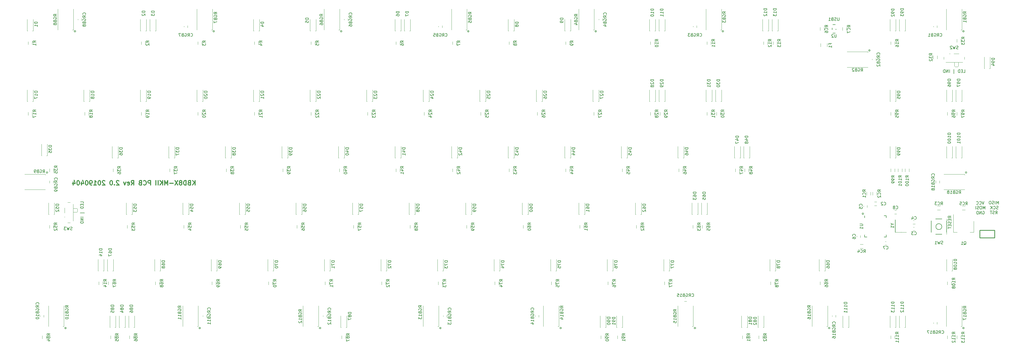
<source format=gbo>
G04 #@! TF.GenerationSoftware,KiCad,Pcbnew,(5.0.2)-1*
G04 #@! TF.CreationDate,2019-04-06T01:42:29-07:00*
G04 #@! TF.ProjectId,Voyager87,566f7961-6765-4723-9837-2e6b69636164,rev?*
G04 #@! TF.SameCoordinates,Original*
G04 #@! TF.FileFunction,Legend,Bot*
G04 #@! TF.FilePolarity,Positive*
%FSLAX46Y46*%
G04 Gerber Fmt 4.6, Leading zero omitted, Abs format (unit mm)*
G04 Created by KiCad (PCBNEW (5.0.2)-1) date 4/6/2019 1:42:29 AM*
%MOMM*%
%LPD*%
G01*
G04 APERTURE LIST*
%ADD10C,0.150000*%
%ADD11C,0.200000*%
%ADD12C,0.300000*%
%ADD13C,0.120000*%
%ADD14C,0.250000*%
%ADD15C,0.010000*%
%ADD16C,2.150000*%
%ADD17R,2.305000X2.305000*%
%ADD18C,2.305000*%
%ADD19C,2.650000*%
%ADD20C,4.387800*%
%ADD21R,1.400000X1.600000*%
%ADD22R,1.400000X1.300000*%
%ADD23O,1.400000X2.000000*%
%ADD24O,1.400000X2.500000*%
%ADD25C,1.050000*%
%ADD26R,0.700000X1.850000*%
%ADD27R,1.000000X1.850000*%
%ADD28R,1.900000X2.400000*%
%ADD29R,4.200000X2.400000*%
%ADD30C,2.100000*%
%ADD31R,2.100000X2.100000*%
%ADD32R,1.500000X2.200000*%
%ADD33C,1.300000*%
%ADD34R,1.100000X1.900000*%
%ADD35R,1.400000X1.200000*%
%ADD36R,1.200000X1.400000*%
%ADD37R,1.900000X1.100000*%
%ADD38C,3.448000*%
%ADD39R,1.400000X1.150000*%
%ADD40R,1.150000X1.400000*%
%ADD41R,1.600000X1.600000*%
%ADD42R,2.430000X2.050000*%
%ADD43R,1.300000X1.200000*%
%ADD44R,1.200000X1.300000*%
%ADD45R,1.900000X2.100000*%
%ADD46R,1.400000X2.200000*%
%ADD47R,2.200000X1.400000*%
%ADD48O,1.400000X0.650000*%
%ADD49O,0.650000X1.400000*%
%ADD50C,5.000000*%
G04 APERTURE END LIST*
D10*
X365704380Y-104211619D02*
X365228190Y-103878285D01*
X365704380Y-103640190D02*
X364704380Y-103640190D01*
X364704380Y-104021142D01*
X364752000Y-104116380D01*
X364799619Y-104164000D01*
X364894857Y-104211619D01*
X365037714Y-104211619D01*
X365132952Y-104164000D01*
X365180571Y-104116380D01*
X365228190Y-104021142D01*
X365228190Y-103640190D01*
X365180571Y-104640190D02*
X365180571Y-104973523D01*
X365704380Y-105116380D02*
X365704380Y-104640190D01*
X364704380Y-104640190D01*
X364704380Y-105116380D01*
X365656761Y-105497333D02*
X365704380Y-105640190D01*
X365704380Y-105878285D01*
X365656761Y-105973523D01*
X365609142Y-106021142D01*
X365513904Y-106068761D01*
X365418666Y-106068761D01*
X365323428Y-106021142D01*
X365275809Y-105973523D01*
X365228190Y-105878285D01*
X365180571Y-105687809D01*
X365132952Y-105592571D01*
X365085333Y-105544952D01*
X364990095Y-105497333D01*
X364894857Y-105497333D01*
X364799619Y-105544952D01*
X364752000Y-105592571D01*
X364704380Y-105687809D01*
X364704380Y-105925904D01*
X364752000Y-106068761D01*
X365180571Y-106497333D02*
X365180571Y-106830666D01*
X365704380Y-106973523D02*
X365704380Y-106497333D01*
X364704380Y-106497333D01*
X364704380Y-106973523D01*
X364704380Y-107259238D02*
X364704380Y-107830666D01*
X365704380Y-107544952D02*
X364704380Y-107544952D01*
D11*
X370967000Y-88900000D02*
G75*
G03X370967000Y-88900000I-254000J0D01*
G01*
X370078000Y-141351000D02*
G75*
G03X370078000Y-141351000I-254000J0D01*
G01*
X324866000Y-141351000D02*
G75*
G03X324866000Y-141351000I-254000J0D01*
G01*
X279654000Y-141351000D02*
G75*
G03X279654000Y-141351000I-254000J0D01*
G01*
X234442000Y-141351000D02*
G75*
G03X234442000Y-141351000I-254000J0D01*
G01*
X193929000Y-141351000D02*
G75*
G03X193929000Y-141351000I-254000J0D01*
G01*
X153416000Y-141351000D02*
G75*
G03X153416000Y-141351000I-254000J0D01*
G01*
X112903000Y-141351000D02*
G75*
G03X112903000Y-141351000I-254000J0D01*
G01*
X67691000Y-141351000D02*
G75*
G03X67691000Y-141351000I-254000J0D01*
G01*
X61468000Y-88900000D02*
G75*
G03X61468000Y-88900000I-254000J0D01*
G01*
X70866000Y-41275000D02*
G75*
G03X70866000Y-41275000I-254000J0D01*
G01*
X117602000Y-41275000D02*
G75*
G03X117602000Y-41275000I-254000J0D01*
G01*
X160528000Y-41275000D02*
G75*
G03X160528000Y-41275000I-254000J0D01*
G01*
X203327000Y-41275000D02*
G75*
G03X203327000Y-41275000I-254000J0D01*
G01*
X246253000Y-41275000D02*
G75*
G03X246253000Y-41275000I-254000J0D01*
G01*
X289052000Y-41275000D02*
G75*
G03X289052000Y-41275000I-254000J0D01*
G01*
X338423250Y-47720250D02*
G75*
G03X338423250Y-47720250I-254000J0D01*
G01*
X370078000Y-41275000D02*
G75*
G03X370078000Y-41275000I-254000J0D01*
G01*
D12*
X111058928Y-93134571D02*
X111058928Y-91634571D01*
X110201785Y-93134571D02*
X110844642Y-92277428D01*
X110201785Y-91634571D02*
X111058928Y-92491714D01*
X109058928Y-92348857D02*
X108844642Y-92420285D01*
X108773214Y-92491714D01*
X108701785Y-92634571D01*
X108701785Y-92848857D01*
X108773214Y-92991714D01*
X108844642Y-93063142D01*
X108987500Y-93134571D01*
X109558928Y-93134571D01*
X109558928Y-91634571D01*
X109058928Y-91634571D01*
X108916071Y-91706000D01*
X108844642Y-91777428D01*
X108773214Y-91920285D01*
X108773214Y-92063142D01*
X108844642Y-92206000D01*
X108916071Y-92277428D01*
X109058928Y-92348857D01*
X109558928Y-92348857D01*
X108058928Y-93134571D02*
X108058928Y-91634571D01*
X107701785Y-91634571D01*
X107487500Y-91706000D01*
X107344642Y-91848857D01*
X107273214Y-91991714D01*
X107201785Y-92277428D01*
X107201785Y-92491714D01*
X107273214Y-92777428D01*
X107344642Y-92920285D01*
X107487500Y-93063142D01*
X107701785Y-93134571D01*
X108058928Y-93134571D01*
X106344642Y-92277428D02*
X106487500Y-92206000D01*
X106558928Y-92134571D01*
X106630357Y-91991714D01*
X106630357Y-91920285D01*
X106558928Y-91777428D01*
X106487500Y-91706000D01*
X106344642Y-91634571D01*
X106058928Y-91634571D01*
X105916071Y-91706000D01*
X105844642Y-91777428D01*
X105773214Y-91920285D01*
X105773214Y-91991714D01*
X105844642Y-92134571D01*
X105916071Y-92206000D01*
X106058928Y-92277428D01*
X106344642Y-92277428D01*
X106487500Y-92348857D01*
X106558928Y-92420285D01*
X106630357Y-92563142D01*
X106630357Y-92848857D01*
X106558928Y-92991714D01*
X106487500Y-93063142D01*
X106344642Y-93134571D01*
X106058928Y-93134571D01*
X105916071Y-93063142D01*
X105844642Y-92991714D01*
X105773214Y-92848857D01*
X105773214Y-92563142D01*
X105844642Y-92420285D01*
X105916071Y-92348857D01*
X106058928Y-92277428D01*
X105273214Y-91634571D02*
X104273214Y-93134571D01*
X104273214Y-91634571D02*
X105273214Y-93134571D01*
X103701785Y-92563142D02*
X102558928Y-92563142D01*
X101844642Y-93134571D02*
X101844642Y-91634571D01*
X101344642Y-92706000D01*
X100844642Y-91634571D01*
X100844642Y-93134571D01*
X100130357Y-93134571D02*
X100130357Y-91634571D01*
X99273214Y-93134571D02*
X99916071Y-92277428D01*
X99273214Y-91634571D02*
X100130357Y-92491714D01*
X98630357Y-93134571D02*
X98630357Y-91634571D01*
X97916071Y-93134571D02*
X97916071Y-91634571D01*
X96058928Y-93134571D02*
X96058928Y-91634571D01*
X95487500Y-91634571D01*
X95344642Y-91706000D01*
X95273214Y-91777428D01*
X95201785Y-91920285D01*
X95201785Y-92134571D01*
X95273214Y-92277428D01*
X95344642Y-92348857D01*
X95487500Y-92420285D01*
X96058928Y-92420285D01*
X93701785Y-92991714D02*
X93773214Y-93063142D01*
X93987500Y-93134571D01*
X94130357Y-93134571D01*
X94344642Y-93063142D01*
X94487500Y-92920285D01*
X94558928Y-92777428D01*
X94630357Y-92491714D01*
X94630357Y-92277428D01*
X94558928Y-91991714D01*
X94487500Y-91848857D01*
X94344642Y-91706000D01*
X94130357Y-91634571D01*
X93987500Y-91634571D01*
X93773214Y-91706000D01*
X93701785Y-91777428D01*
X92558928Y-92348857D02*
X92344642Y-92420285D01*
X92273214Y-92491714D01*
X92201785Y-92634571D01*
X92201785Y-92848857D01*
X92273214Y-92991714D01*
X92344642Y-93063142D01*
X92487500Y-93134571D01*
X93058928Y-93134571D01*
X93058928Y-91634571D01*
X92558928Y-91634571D01*
X92416071Y-91706000D01*
X92344642Y-91777428D01*
X92273214Y-91920285D01*
X92273214Y-92063142D01*
X92344642Y-92206000D01*
X92416071Y-92277428D01*
X92558928Y-92348857D01*
X93058928Y-92348857D01*
X89558928Y-93134571D02*
X90058928Y-92420285D01*
X90416071Y-93134571D02*
X90416071Y-91634571D01*
X89844642Y-91634571D01*
X89701785Y-91706000D01*
X89630357Y-91777428D01*
X89558928Y-91920285D01*
X89558928Y-92134571D01*
X89630357Y-92277428D01*
X89701785Y-92348857D01*
X89844642Y-92420285D01*
X90416071Y-92420285D01*
X88344642Y-93063142D02*
X88487500Y-93134571D01*
X88773214Y-93134571D01*
X88916071Y-93063142D01*
X88987500Y-92920285D01*
X88987500Y-92348857D01*
X88916071Y-92206000D01*
X88773214Y-92134571D01*
X88487500Y-92134571D01*
X88344642Y-92206000D01*
X88273214Y-92348857D01*
X88273214Y-92491714D01*
X88987500Y-92634571D01*
X87773214Y-92134571D02*
X87416071Y-93134571D01*
X87058928Y-92134571D01*
X85416071Y-91777428D02*
X85344642Y-91706000D01*
X85201785Y-91634571D01*
X84844642Y-91634571D01*
X84701785Y-91706000D01*
X84630357Y-91777428D01*
X84558928Y-91920285D01*
X84558928Y-92063142D01*
X84630357Y-92277428D01*
X85487500Y-93134571D01*
X84558928Y-93134571D01*
X83916071Y-92991714D02*
X83844642Y-93063142D01*
X83916071Y-93134571D01*
X83987500Y-93063142D01*
X83916071Y-92991714D01*
X83916071Y-93134571D01*
X82916071Y-91634571D02*
X82773214Y-91634571D01*
X82630357Y-91706000D01*
X82558928Y-91777428D01*
X82487500Y-91920285D01*
X82416071Y-92206000D01*
X82416071Y-92563142D01*
X82487500Y-92848857D01*
X82558928Y-92991714D01*
X82630357Y-93063142D01*
X82773214Y-93134571D01*
X82916071Y-93134571D01*
X83058928Y-93063142D01*
X83130357Y-92991714D01*
X83201785Y-92848857D01*
X83273214Y-92563142D01*
X83273214Y-92206000D01*
X83201785Y-91920285D01*
X83130357Y-91777428D01*
X83058928Y-91706000D01*
X82916071Y-91634571D01*
X80701785Y-91777428D02*
X80630357Y-91706000D01*
X80487500Y-91634571D01*
X80130357Y-91634571D01*
X79987500Y-91706000D01*
X79916071Y-91777428D01*
X79844642Y-91920285D01*
X79844642Y-92063142D01*
X79916071Y-92277428D01*
X80773214Y-93134571D01*
X79844642Y-93134571D01*
X78916071Y-91634571D02*
X78773214Y-91634571D01*
X78630357Y-91706000D01*
X78558928Y-91777428D01*
X78487500Y-91920285D01*
X78416071Y-92206000D01*
X78416071Y-92563142D01*
X78487500Y-92848857D01*
X78558928Y-92991714D01*
X78630357Y-93063142D01*
X78773214Y-93134571D01*
X78916071Y-93134571D01*
X79058928Y-93063142D01*
X79130357Y-92991714D01*
X79201785Y-92848857D01*
X79273214Y-92563142D01*
X79273214Y-92206000D01*
X79201785Y-91920285D01*
X79130357Y-91777428D01*
X79058928Y-91706000D01*
X78916071Y-91634571D01*
X76987500Y-93134571D02*
X77844642Y-93134571D01*
X77416071Y-93134571D02*
X77416071Y-91634571D01*
X77558928Y-91848857D01*
X77701785Y-91991714D01*
X77844642Y-92063142D01*
X76273214Y-93134571D02*
X75987500Y-93134571D01*
X75844642Y-93063142D01*
X75773214Y-92991714D01*
X75630357Y-92777428D01*
X75558928Y-92491714D01*
X75558928Y-91920285D01*
X75630357Y-91777428D01*
X75701785Y-91706000D01*
X75844642Y-91634571D01*
X76130357Y-91634571D01*
X76273214Y-91706000D01*
X76344642Y-91777428D01*
X76416071Y-91920285D01*
X76416071Y-92277428D01*
X76344642Y-92420285D01*
X76273214Y-92491714D01*
X76130357Y-92563142D01*
X75844642Y-92563142D01*
X75701785Y-92491714D01*
X75630357Y-92420285D01*
X75558928Y-92277428D01*
X74630357Y-91634571D02*
X74487500Y-91634571D01*
X74344642Y-91706000D01*
X74273214Y-91777428D01*
X74201785Y-91920285D01*
X74130357Y-92206000D01*
X74130357Y-92563142D01*
X74201785Y-92848857D01*
X74273214Y-92991714D01*
X74344642Y-93063142D01*
X74487500Y-93134571D01*
X74630357Y-93134571D01*
X74773214Y-93063142D01*
X74844642Y-92991714D01*
X74916071Y-92848857D01*
X74987500Y-92563142D01*
X74987500Y-92206000D01*
X74916071Y-91920285D01*
X74844642Y-91777428D01*
X74773214Y-91706000D01*
X74630357Y-91634571D01*
X72844642Y-92134571D02*
X72844642Y-93134571D01*
X73201785Y-91563142D02*
X73558928Y-92634571D01*
X72630357Y-92634571D01*
X71773214Y-91634571D02*
X71630357Y-91634571D01*
X71487500Y-91706000D01*
X71416071Y-91777428D01*
X71344642Y-91920285D01*
X71273214Y-92206000D01*
X71273214Y-92563142D01*
X71344642Y-92848857D01*
X71416071Y-92991714D01*
X71487500Y-93063142D01*
X71630357Y-93134571D01*
X71773214Y-93134571D01*
X71916071Y-93063142D01*
X71987500Y-92991714D01*
X72058928Y-92848857D01*
X72130357Y-92563142D01*
X72130357Y-92206000D01*
X72058928Y-91920285D01*
X71987500Y-91777428D01*
X71916071Y-91706000D01*
X71773214Y-91634571D01*
X69987500Y-92134571D02*
X69987500Y-93134571D01*
X70344642Y-91563142D02*
X70701785Y-92634571D01*
X69773214Y-92634571D01*
D10*
X73477380Y-99250892D02*
X73477380Y-98774702D01*
X72477380Y-98774702D01*
X72953571Y-99584226D02*
X72953571Y-99917559D01*
X73477380Y-100060416D02*
X73477380Y-99584226D01*
X72477380Y-99584226D01*
X72477380Y-100060416D01*
X73477380Y-100488988D02*
X72477380Y-100488988D01*
X72477380Y-100727083D01*
X72525000Y-100869940D01*
X72620238Y-100965178D01*
X72715476Y-101012797D01*
X72905952Y-101060416D01*
X73048809Y-101060416D01*
X73239285Y-101012797D01*
X73334523Y-100965178D01*
X73429761Y-100869940D01*
X73477380Y-100727083D01*
X73477380Y-100488988D01*
X73810714Y-102488988D02*
X72382142Y-102488988D01*
X73477380Y-103965178D02*
X72477380Y-103965178D01*
X73477380Y-104441369D02*
X72477380Y-104441369D01*
X73477380Y-105012797D01*
X72477380Y-105012797D01*
X73477380Y-105488988D02*
X72477380Y-105488988D01*
X72477380Y-105727083D01*
X72525000Y-105869940D01*
X72620238Y-105965178D01*
X72715476Y-106012797D01*
X72905952Y-106060416D01*
X73048809Y-106060416D01*
X73239285Y-106012797D01*
X73334523Y-105965178D01*
X73429761Y-105869940D01*
X73477380Y-105727083D01*
X73477380Y-105488988D01*
X369855357Y-55221130D02*
X370331547Y-55221130D01*
X370331547Y-54221130D01*
X369522023Y-54697321D02*
X369188690Y-54697321D01*
X369045833Y-55221130D02*
X369522023Y-55221130D01*
X369522023Y-54221130D01*
X369045833Y-54221130D01*
X368617261Y-55221130D02*
X368617261Y-54221130D01*
X368379166Y-54221130D01*
X368236309Y-54268750D01*
X368141071Y-54363988D01*
X368093452Y-54459226D01*
X368045833Y-54649702D01*
X368045833Y-54792559D01*
X368093452Y-54983035D01*
X368141071Y-55078273D01*
X368236309Y-55173511D01*
X368379166Y-55221130D01*
X368617261Y-55221130D01*
X366617261Y-55554464D02*
X366617261Y-54125892D01*
X365141071Y-55221130D02*
X365141071Y-54221130D01*
X364664880Y-55221130D02*
X364664880Y-54221130D01*
X364093452Y-55221130D01*
X364093452Y-54221130D01*
X363617261Y-55221130D02*
X363617261Y-54221130D01*
X363379166Y-54221130D01*
X363236309Y-54268750D01*
X363141071Y-54363988D01*
X363093452Y-54459226D01*
X363045833Y-54649702D01*
X363045833Y-54792559D01*
X363093452Y-54983035D01*
X363141071Y-55078273D01*
X363236309Y-55173511D01*
X363379166Y-55221130D01*
X363617261Y-55221130D01*
G04 #@! TO.C,U2*
X325613000Y-39031250D02*
X325613000Y-41931250D01*
X325613000Y-39031250D02*
X326913000Y-39031250D01*
X326913000Y-39031250D02*
X326913000Y-41931250D01*
X326913000Y-41931250D02*
X325613000Y-41931250D01*
D13*
G04 #@! TO.C,Q1*
X366477500Y-103056250D02*
X366477500Y-109066250D01*
X373297500Y-105306250D02*
X373297500Y-109066250D01*
X366477500Y-109066250D02*
X367737500Y-109066250D01*
X373297500Y-109066250D02*
X372037500Y-109066250D01*
D14*
G04 #@! TO.C,J1*
X380325000Y-110906250D02*
X380325000Y-108406250D01*
X375325000Y-110906250D02*
X380325000Y-110906250D01*
X375325000Y-108406250D02*
X375325000Y-110906250D01*
X380325000Y-108406250D02*
X375325000Y-108406250D01*
D10*
G04 #@! TO.C,SW1*
X362553125Y-107156250D02*
G75*
G03X362553125Y-107156250I-1000000J0D01*
G01*
X364153125Y-104556250D02*
X358953125Y-104556250D01*
X364153125Y-109756250D02*
X364153125Y-104556250D01*
X358953125Y-109756250D02*
X364153125Y-109756250D01*
X358953125Y-104556250D02*
X358953125Y-109756250D01*
D13*
G04 #@! TO.C,SW2*
X365312500Y-48886250D02*
X365112500Y-48886250D01*
X368112500Y-53026250D02*
X367912500Y-53236250D01*
X366812500Y-53026250D02*
X367012500Y-53236250D01*
X368112500Y-51736250D02*
X368112500Y-53026250D01*
X367912500Y-53236250D02*
X367012500Y-53236250D01*
X366812500Y-53026250D02*
X366812500Y-51736250D01*
X369562500Y-51736250D02*
X363862500Y-51736250D01*
X368312500Y-48886250D02*
X366612500Y-48886250D01*
X370162500Y-49936250D02*
X370162500Y-50726250D01*
X363262500Y-50726250D02*
X363262500Y-49936250D01*
G04 #@! TO.C,SW3*
X68982500Y-105843750D02*
X68192500Y-105843750D01*
X68192500Y-98943750D02*
X68982500Y-98943750D01*
X67142500Y-100793750D02*
X67142500Y-102493750D01*
X69992500Y-99543750D02*
X69992500Y-105243750D01*
X71282500Y-102293750D02*
X69992500Y-102293750D01*
X71492500Y-101193750D02*
X71492500Y-102093750D01*
X69992500Y-100993750D02*
X71282500Y-100993750D01*
X71282500Y-102293750D02*
X71492500Y-102093750D01*
X71282500Y-100993750D02*
X71492500Y-101193750D01*
X67142500Y-103793750D02*
X67142500Y-103993750D01*
G04 #@! TO.C,C2*
X340583000Y-98841000D02*
X339883000Y-98841000D01*
X339883000Y-100041000D02*
X340583000Y-100041000D01*
G04 #@! TO.C,C3*
X353537000Y-107350000D02*
X352837000Y-107350000D01*
X352837000Y-108550000D02*
X353537000Y-108550000D01*
G04 #@! TO.C,C4*
X353537000Y-105064000D02*
X352837000Y-105064000D01*
X352837000Y-106264000D02*
X353537000Y-106264000D01*
G04 #@! TO.C,C5*
X336204000Y-99980000D02*
X336204000Y-100680000D01*
X337404000Y-100680000D02*
X337404000Y-99980000D01*
G04 #@! TO.C,C6*
X333918000Y-110140000D02*
X333918000Y-110840000D01*
X335118000Y-110840000D02*
X335118000Y-110140000D01*
G04 #@! TO.C,C7*
X344012000Y-112176000D02*
X343312000Y-112176000D01*
X343312000Y-113376000D02*
X344012000Y-113376000D01*
G04 #@! TO.C,C8*
X346614000Y-102835000D02*
X347314000Y-102835000D01*
X347314000Y-101635000D02*
X346614000Y-101635000D01*
G04 #@! TO.C,CRGB1*
X360962500Y-40037500D02*
X360962500Y-39337500D01*
X359762500Y-39337500D02*
X359762500Y-40037500D01*
G04 #@! TO.C,CRGB2*
X340325000Y-51150000D02*
X340325000Y-50450000D01*
X339125000Y-50450000D02*
X339125000Y-51150000D01*
G04 #@! TO.C,CRGB3*
X280000000Y-40037500D02*
X280000000Y-39337500D01*
X278800000Y-39337500D02*
X278800000Y-40037500D01*
G04 #@! TO.C,CRGB4*
X247050000Y-36956250D02*
X247050000Y-37656250D01*
X248250000Y-37656250D02*
X248250000Y-36956250D01*
G04 #@! TO.C,CRGB5*
X194275000Y-40037500D02*
X194275000Y-39337500D01*
X193075000Y-39337500D02*
X193075000Y-40037500D01*
G04 #@! TO.C,CRGB6*
X162525000Y-37656250D02*
X162525000Y-36956250D01*
X161325000Y-36956250D02*
X161325000Y-37656250D01*
G04 #@! TO.C,CRGB7*
X108550000Y-40037500D02*
X108550000Y-39337500D01*
X107350000Y-39337500D02*
X107350000Y-40037500D01*
G04 #@! TO.C,CRGB8*
X72831250Y-37656250D02*
X72831250Y-36956250D01*
X71631250Y-36956250D02*
X71631250Y-37656250D01*
G04 #@! TO.C,CRGB9*
X63306250Y-92425000D02*
X63306250Y-91725000D01*
X62106250Y-91725000D02*
X62106250Y-92425000D01*
G04 #@! TO.C,CRGB10*
X58931250Y-136968750D02*
X58931250Y-137668750D01*
X60131250Y-137668750D02*
X60131250Y-136968750D01*
G04 #@! TO.C,CRGB11*
X113700000Y-136968750D02*
X113700000Y-137668750D01*
X114900000Y-137668750D02*
X114900000Y-136968750D01*
G04 #@! TO.C,CRGB12*
X154181250Y-136968750D02*
X154181250Y-137668750D01*
X155381250Y-137668750D02*
X155381250Y-136968750D01*
G04 #@! TO.C,CRGB13*
X195862500Y-137668750D02*
X195862500Y-136968750D01*
X194662500Y-136968750D02*
X194662500Y-137668750D01*
G04 #@! TO.C,CRGB14*
X225618750Y-136968750D02*
X225618750Y-137668750D01*
X226818750Y-137668750D02*
X226818750Y-136968750D01*
G04 #@! TO.C,CRGB15*
X275875000Y-132362500D02*
X276575000Y-132362500D01*
X276575000Y-131162500D02*
X275875000Y-131162500D01*
G04 #@! TO.C,CRGB16*
X326831250Y-137668750D02*
X326831250Y-136968750D01*
X325631250Y-136968750D02*
X325631250Y-137668750D01*
G04 #@! TO.C,CRGB17*
X359762500Y-139350000D02*
X359762500Y-140050000D01*
X360962500Y-140050000D02*
X360962500Y-139350000D01*
G04 #@! TO.C,CRGB18*
X360556250Y-91725000D02*
X360556250Y-92425000D01*
X361756250Y-92425000D02*
X361756250Y-91725000D01*
G04 #@! TO.C,D1*
X56562500Y-41143750D02*
X56562500Y-37243750D01*
X54562500Y-41143750D02*
X54562500Y-37243750D01*
X56562500Y-41143750D02*
X54562500Y-41143750D01*
G04 #@! TO.C,D2*
X94662500Y-41143750D02*
X94662500Y-37243750D01*
X92662500Y-41143750D02*
X92662500Y-37243750D01*
X94662500Y-41143750D02*
X92662500Y-41143750D01*
G04 #@! TO.C,D3*
X97837500Y-41143750D02*
X97837500Y-37243750D01*
X95837500Y-41143750D02*
X95837500Y-37243750D01*
X97837500Y-41143750D02*
X95837500Y-41143750D01*
G04 #@! TO.C,D4*
X132762500Y-41143750D02*
X132762500Y-37243750D01*
X130762500Y-41143750D02*
X130762500Y-37243750D01*
X132762500Y-41143750D02*
X130762500Y-41143750D01*
G04 #@! TO.C,D5*
X151812500Y-41143750D02*
X149812500Y-41143750D01*
X149812500Y-41143750D02*
X149812500Y-37243750D01*
X151812500Y-41143750D02*
X151812500Y-37243750D01*
G04 #@! TO.C,D6*
X180387500Y-41143750D02*
X180387500Y-37243750D01*
X178387500Y-41143750D02*
X178387500Y-37243750D01*
X180387500Y-41143750D02*
X178387500Y-41143750D01*
G04 #@! TO.C,D7*
X183562500Y-41143750D02*
X183562500Y-37243750D01*
X181562500Y-41143750D02*
X181562500Y-37243750D01*
X183562500Y-41143750D02*
X181562500Y-41143750D01*
G04 #@! TO.C,D8*
X218487500Y-41143750D02*
X218487500Y-37243750D01*
X216487500Y-41143750D02*
X216487500Y-37243750D01*
X218487500Y-41143750D02*
X216487500Y-41143750D01*
G04 #@! TO.C,D9*
X237537500Y-41143750D02*
X235537500Y-41143750D01*
X235537500Y-41143750D02*
X235537500Y-37243750D01*
X237537500Y-41143750D02*
X237537500Y-37243750D01*
G04 #@! TO.C,D10*
X266112500Y-41143750D02*
X266112500Y-37243750D01*
X264112500Y-41143750D02*
X264112500Y-37243750D01*
X266112500Y-41143750D02*
X264112500Y-41143750D01*
G04 #@! TO.C,D11*
X269287500Y-41143750D02*
X267287500Y-41143750D01*
X267287500Y-41143750D02*
X267287500Y-37243750D01*
X269287500Y-41143750D02*
X269287500Y-37243750D01*
G04 #@! TO.C,D12*
X304212500Y-41143750D02*
X302212500Y-41143750D01*
X302212500Y-41143750D02*
X302212500Y-37243750D01*
X304212500Y-41143750D02*
X304212500Y-37243750D01*
G04 #@! TO.C,D13*
X307387500Y-41143750D02*
X305387500Y-41143750D01*
X305387500Y-41143750D02*
X305387500Y-37243750D01*
X307387500Y-41143750D02*
X307387500Y-37243750D01*
G04 #@! TO.C,D14*
X80375000Y-122106250D02*
X80375000Y-118206250D01*
X78375000Y-122106250D02*
X78375000Y-118206250D01*
X80375000Y-122106250D02*
X78375000Y-122106250D01*
G04 #@! TO.C,D17*
X56562500Y-64956250D02*
X56562500Y-61056250D01*
X54562500Y-64956250D02*
X54562500Y-61056250D01*
X56562500Y-64956250D02*
X54562500Y-64956250D01*
G04 #@! TO.C,D18*
X75612500Y-64956250D02*
X75612500Y-61056250D01*
X73612500Y-64956250D02*
X73612500Y-61056250D01*
X75612500Y-64956250D02*
X73612500Y-64956250D01*
G04 #@! TO.C,D19*
X94662500Y-64956250D02*
X94662500Y-61056250D01*
X92662500Y-64956250D02*
X92662500Y-61056250D01*
X94662500Y-64956250D02*
X92662500Y-64956250D01*
G04 #@! TO.C,D20*
X113712500Y-64956250D02*
X113712500Y-61056250D01*
X111712500Y-64956250D02*
X111712500Y-61056250D01*
X113712500Y-64956250D02*
X111712500Y-64956250D01*
G04 #@! TO.C,D21*
X132762500Y-64956250D02*
X132762500Y-61056250D01*
X130762500Y-64956250D02*
X130762500Y-61056250D01*
X132762500Y-64956250D02*
X130762500Y-64956250D01*
G04 #@! TO.C,D22*
X151812500Y-64956250D02*
X149812500Y-64956250D01*
X149812500Y-64956250D02*
X149812500Y-61056250D01*
X151812500Y-64956250D02*
X151812500Y-61056250D01*
G04 #@! TO.C,D23*
X170862500Y-64956250D02*
X170862500Y-61056250D01*
X168862500Y-64956250D02*
X168862500Y-61056250D01*
X170862500Y-64956250D02*
X168862500Y-64956250D01*
G04 #@! TO.C,D24*
X189912500Y-64956250D02*
X187912500Y-64956250D01*
X187912500Y-64956250D02*
X187912500Y-61056250D01*
X189912500Y-64956250D02*
X189912500Y-61056250D01*
G04 #@! TO.C,D25*
X208962500Y-64956250D02*
X206962500Y-64956250D01*
X206962500Y-64956250D02*
X206962500Y-61056250D01*
X208962500Y-64956250D02*
X208962500Y-61056250D01*
G04 #@! TO.C,D26*
X228012500Y-64956250D02*
X228012500Y-61056250D01*
X226012500Y-64956250D02*
X226012500Y-61056250D01*
X228012500Y-64956250D02*
X226012500Y-64956250D01*
G04 #@! TO.C,D27*
X247062500Y-64956250D02*
X245062500Y-64956250D01*
X245062500Y-64956250D02*
X245062500Y-61056250D01*
X247062500Y-64956250D02*
X247062500Y-61056250D01*
G04 #@! TO.C,D28*
X266112500Y-64956250D02*
X264112500Y-64956250D01*
X264112500Y-64956250D02*
X264112500Y-61056250D01*
X266112500Y-64956250D02*
X266112500Y-61056250D01*
G04 #@! TO.C,D29*
X269287500Y-64956250D02*
X269287500Y-61056250D01*
X267287500Y-64956250D02*
X267287500Y-61056250D01*
X269287500Y-64956250D02*
X267287500Y-64956250D01*
G04 #@! TO.C,D30*
X288337500Y-64956250D02*
X288337500Y-61056250D01*
X286337500Y-64956250D02*
X286337500Y-61056250D01*
X288337500Y-64956250D02*
X286337500Y-64956250D01*
G04 #@! TO.C,D31*
X285162500Y-64956250D02*
X285162500Y-61056250D01*
X283162500Y-64956250D02*
X283162500Y-61056250D01*
X285162500Y-64956250D02*
X283162500Y-64956250D01*
G04 #@! TO.C,D35*
X61325000Y-83212500D02*
X59325000Y-83212500D01*
X59325000Y-83212500D02*
X59325000Y-79312500D01*
X61325000Y-83212500D02*
X61325000Y-79312500D01*
G04 #@! TO.C,D36*
X85137500Y-84006250D02*
X85137500Y-80106250D01*
X83137500Y-84006250D02*
X83137500Y-80106250D01*
X85137500Y-84006250D02*
X83137500Y-84006250D01*
G04 #@! TO.C,D37*
X104187500Y-84006250D02*
X102187500Y-84006250D01*
X102187500Y-84006250D02*
X102187500Y-80106250D01*
X104187500Y-84006250D02*
X104187500Y-80106250D01*
G04 #@! TO.C,D38*
X123237500Y-84006250D02*
X121237500Y-84006250D01*
X121237500Y-84006250D02*
X121237500Y-80106250D01*
X123237500Y-84006250D02*
X123237500Y-80106250D01*
G04 #@! TO.C,D39*
X142287500Y-84006250D02*
X140287500Y-84006250D01*
X140287500Y-84006250D02*
X140287500Y-80106250D01*
X142287500Y-84006250D02*
X142287500Y-80106250D01*
G04 #@! TO.C,D40*
X161337500Y-84006250D02*
X159337500Y-84006250D01*
X159337500Y-84006250D02*
X159337500Y-80106250D01*
X161337500Y-84006250D02*
X161337500Y-80106250D01*
G04 #@! TO.C,D41*
X180387500Y-84006250D02*
X178387500Y-84006250D01*
X178387500Y-84006250D02*
X178387500Y-80106250D01*
X180387500Y-84006250D02*
X180387500Y-80106250D01*
G04 #@! TO.C,D42*
X199437500Y-84006250D02*
X197437500Y-84006250D01*
X197437500Y-84006250D02*
X197437500Y-80106250D01*
X199437500Y-84006250D02*
X199437500Y-80106250D01*
G04 #@! TO.C,D43*
X218487500Y-84006250D02*
X218487500Y-80106250D01*
X216487500Y-84006250D02*
X216487500Y-80106250D01*
X218487500Y-84006250D02*
X216487500Y-84006250D01*
G04 #@! TO.C,D44*
X237537500Y-84006250D02*
X235537500Y-84006250D01*
X235537500Y-84006250D02*
X235537500Y-80106250D01*
X237537500Y-84006250D02*
X237537500Y-80106250D01*
G04 #@! TO.C,D45*
X256587500Y-84006250D02*
X256587500Y-80106250D01*
X254587500Y-84006250D02*
X254587500Y-80106250D01*
X256587500Y-84006250D02*
X254587500Y-84006250D01*
G04 #@! TO.C,D46*
X275637500Y-84006250D02*
X273637500Y-84006250D01*
X273637500Y-84006250D02*
X273637500Y-80106250D01*
X275637500Y-84006250D02*
X275637500Y-80106250D01*
G04 #@! TO.C,D47*
X294687500Y-84006250D02*
X294687500Y-80106250D01*
X292687500Y-84006250D02*
X292687500Y-80106250D01*
X294687500Y-84006250D02*
X292687500Y-84006250D01*
G04 #@! TO.C,D48*
X297862500Y-84006250D02*
X295862500Y-84006250D01*
X295862500Y-84006250D02*
X295862500Y-80106250D01*
X297862500Y-84006250D02*
X297862500Y-80106250D01*
G04 #@! TO.C,D52*
X63706250Y-103056250D02*
X61706250Y-103056250D01*
X61706250Y-103056250D02*
X61706250Y-99156250D01*
X63706250Y-103056250D02*
X63706250Y-99156250D01*
G04 #@! TO.C,D53*
X89900000Y-103056250D02*
X89900000Y-99156250D01*
X87900000Y-103056250D02*
X87900000Y-99156250D01*
X89900000Y-103056250D02*
X87900000Y-103056250D01*
G04 #@! TO.C,D54*
X108950000Y-103056250D02*
X108950000Y-99156250D01*
X106950000Y-103056250D02*
X106950000Y-99156250D01*
X108950000Y-103056250D02*
X106950000Y-103056250D01*
G04 #@! TO.C,D55*
X128000000Y-103056250D02*
X126000000Y-103056250D01*
X126000000Y-103056250D02*
X126000000Y-99156250D01*
X128000000Y-103056250D02*
X128000000Y-99156250D01*
G04 #@! TO.C,D56*
X147050000Y-103056250D02*
X145050000Y-103056250D01*
X145050000Y-103056250D02*
X145050000Y-99156250D01*
X147050000Y-103056250D02*
X147050000Y-99156250D01*
G04 #@! TO.C,D57*
X166100000Y-103056250D02*
X164100000Y-103056250D01*
X164100000Y-103056250D02*
X164100000Y-99156250D01*
X166100000Y-103056250D02*
X166100000Y-99156250D01*
G04 #@! TO.C,D58*
X185150000Y-103056250D02*
X183150000Y-103056250D01*
X183150000Y-103056250D02*
X183150000Y-99156250D01*
X185150000Y-103056250D02*
X185150000Y-99156250D01*
G04 #@! TO.C,D59*
X204200000Y-103056250D02*
X202200000Y-103056250D01*
X202200000Y-103056250D02*
X202200000Y-99156250D01*
X204200000Y-103056250D02*
X204200000Y-99156250D01*
G04 #@! TO.C,D60*
X223250000Y-103056250D02*
X223250000Y-99156250D01*
X221250000Y-103056250D02*
X221250000Y-99156250D01*
X223250000Y-103056250D02*
X221250000Y-103056250D01*
G04 #@! TO.C,D61*
X242300000Y-103056250D02*
X240300000Y-103056250D01*
X240300000Y-103056250D02*
X240300000Y-99156250D01*
X242300000Y-103056250D02*
X242300000Y-99156250D01*
G04 #@! TO.C,D62*
X261350000Y-103056250D02*
X259350000Y-103056250D01*
X259350000Y-103056250D02*
X259350000Y-99156250D01*
X261350000Y-103056250D02*
X261350000Y-99156250D01*
G04 #@! TO.C,D63*
X280400000Y-103056250D02*
X280400000Y-99156250D01*
X278400000Y-103056250D02*
X278400000Y-99156250D01*
X280400000Y-103056250D02*
X278400000Y-103056250D01*
G04 #@! TO.C,D65*
X283575000Y-103056250D02*
X281575000Y-103056250D01*
X281575000Y-103056250D02*
X281575000Y-99156250D01*
X283575000Y-103056250D02*
X283575000Y-99156250D01*
G04 #@! TO.C,D66*
X323262500Y-122106250D02*
X323262500Y-118206250D01*
X321262500Y-122106250D02*
X321262500Y-118206250D01*
X323262500Y-122106250D02*
X321262500Y-122106250D01*
G04 #@! TO.C,D67*
X83550000Y-122106250D02*
X83550000Y-118206250D01*
X81550000Y-122106250D02*
X81550000Y-118206250D01*
X83550000Y-122106250D02*
X81550000Y-122106250D01*
G04 #@! TO.C,D68*
X99425000Y-122106250D02*
X99425000Y-118206250D01*
X97425000Y-122106250D02*
X97425000Y-118206250D01*
X99425000Y-122106250D02*
X97425000Y-122106250D01*
G04 #@! TO.C,D69*
X118475000Y-122106250D02*
X116475000Y-122106250D01*
X116475000Y-122106250D02*
X116475000Y-118206250D01*
X118475000Y-122106250D02*
X118475000Y-118206250D01*
G04 #@! TO.C,D70*
X137525000Y-122106250D02*
X135525000Y-122106250D01*
X135525000Y-122106250D02*
X135525000Y-118206250D01*
X137525000Y-122106250D02*
X137525000Y-118206250D01*
G04 #@! TO.C,D71*
X156575000Y-122106250D02*
X154575000Y-122106250D01*
X154575000Y-122106250D02*
X154575000Y-118206250D01*
X156575000Y-122106250D02*
X156575000Y-118206250D01*
G04 #@! TO.C,D72*
X175625000Y-122106250D02*
X175625000Y-118206250D01*
X173625000Y-122106250D02*
X173625000Y-118206250D01*
X175625000Y-122106250D02*
X173625000Y-122106250D01*
G04 #@! TO.C,D73*
X194675000Y-122106250D02*
X194675000Y-118206250D01*
X192675000Y-122106250D02*
X192675000Y-118206250D01*
X194675000Y-122106250D02*
X192675000Y-122106250D01*
G04 #@! TO.C,D74*
X213725000Y-122106250D02*
X211725000Y-122106250D01*
X211725000Y-122106250D02*
X211725000Y-118206250D01*
X213725000Y-122106250D02*
X213725000Y-118206250D01*
G04 #@! TO.C,D75*
X232775000Y-122106250D02*
X230775000Y-122106250D01*
X230775000Y-122106250D02*
X230775000Y-118206250D01*
X232775000Y-122106250D02*
X232775000Y-118206250D01*
G04 #@! TO.C,D76*
X251825000Y-122106250D02*
X249825000Y-122106250D01*
X249825000Y-122106250D02*
X249825000Y-118206250D01*
X251825000Y-122106250D02*
X251825000Y-118206250D01*
G04 #@! TO.C,D77*
X270875000Y-122106250D02*
X270875000Y-118206250D01*
X268875000Y-122106250D02*
X268875000Y-118206250D01*
X270875000Y-122106250D02*
X268875000Y-122106250D01*
G04 #@! TO.C,D78*
X306593750Y-122106250D02*
X304593750Y-122106250D01*
X304593750Y-122106250D02*
X304593750Y-118206250D01*
X306593750Y-122106250D02*
X306593750Y-118206250D01*
G04 #@! TO.C,D81*
X297068750Y-141156250D02*
X295068750Y-141156250D01*
X295068750Y-141156250D02*
X295068750Y-137256250D01*
X297068750Y-141156250D02*
X297068750Y-137256250D01*
G04 #@! TO.C,D82*
X302625000Y-141156250D02*
X300625000Y-141156250D01*
X300625000Y-141156250D02*
X300625000Y-137256250D01*
X302625000Y-141156250D02*
X302625000Y-137256250D01*
G04 #@! TO.C,D84*
X87518750Y-141156250D02*
X85518750Y-141156250D01*
X85518750Y-141156250D02*
X85518750Y-137256250D01*
X87518750Y-141156250D02*
X87518750Y-137256250D01*
G04 #@! TO.C,D85*
X84343750Y-141156250D02*
X82343750Y-141156250D01*
X82343750Y-141156250D02*
X82343750Y-137256250D01*
X84343750Y-141156250D02*
X84343750Y-137256250D01*
G04 #@! TO.C,D86*
X90693750Y-141156250D02*
X90693750Y-137256250D01*
X88693750Y-141156250D02*
X88693750Y-137256250D01*
X90693750Y-141156250D02*
X88693750Y-141156250D01*
G04 #@! TO.C,D87*
X162131250Y-141156250D02*
X162131250Y-137256250D01*
X160131250Y-141156250D02*
X160131250Y-137256250D01*
X162131250Y-141156250D02*
X160131250Y-141156250D01*
G04 #@! TO.C,D90*
X249443750Y-141156250D02*
X247443750Y-141156250D01*
X247443750Y-141156250D02*
X247443750Y-137256250D01*
X249443750Y-141156250D02*
X249443750Y-137256250D01*
G04 #@! TO.C,D91*
X255000000Y-141156250D02*
X255000000Y-137256250D01*
X253000000Y-141156250D02*
X253000000Y-137256250D01*
X255000000Y-141156250D02*
X253000000Y-141156250D01*
G04 #@! TO.C,D92*
X347075000Y-41143750D02*
X345075000Y-41143750D01*
X345075000Y-41143750D02*
X345075000Y-37243750D01*
X347075000Y-41143750D02*
X347075000Y-37243750D01*
G04 #@! TO.C,D93*
X350250000Y-41143750D02*
X350250000Y-37243750D01*
X348250000Y-41143750D02*
X348250000Y-37243750D01*
X350250000Y-41143750D02*
X348250000Y-41143750D01*
G04 #@! TO.C,D94*
X378825000Y-53843750D02*
X378825000Y-49943750D01*
X376825000Y-53843750D02*
X376825000Y-49943750D01*
X378825000Y-53843750D02*
X376825000Y-53843750D01*
G04 #@! TO.C,D95*
X347075000Y-64956250D02*
X345075000Y-64956250D01*
X345075000Y-64956250D02*
X345075000Y-61056250D01*
X347075000Y-64956250D02*
X347075000Y-61056250D01*
G04 #@! TO.C,D96*
X366125000Y-64956250D02*
X366125000Y-61056250D01*
X364125000Y-64956250D02*
X364125000Y-61056250D01*
X366125000Y-64956250D02*
X364125000Y-64956250D01*
G04 #@! TO.C,D97*
X369300000Y-64956250D02*
X367300000Y-64956250D01*
X367300000Y-64956250D02*
X367300000Y-61056250D01*
X369300000Y-64956250D02*
X369300000Y-61056250D01*
G04 #@! TO.C,D99*
X347075000Y-84006250D02*
X347075000Y-80106250D01*
X345075000Y-84006250D02*
X345075000Y-80106250D01*
X347075000Y-84006250D02*
X345075000Y-84006250D01*
G04 #@! TO.C,D100*
X366125000Y-84006250D02*
X366125000Y-80106250D01*
X364125000Y-84006250D02*
X364125000Y-80106250D01*
X366125000Y-84006250D02*
X364125000Y-84006250D01*
G04 #@! TO.C,D101*
X369300000Y-84006250D02*
X369300000Y-80106250D01*
X367300000Y-84006250D02*
X367300000Y-80106250D01*
X369300000Y-84006250D02*
X367300000Y-84006250D01*
G04 #@! TO.C,D108*
X366125000Y-122106250D02*
X366125000Y-118206250D01*
X364125000Y-122106250D02*
X364125000Y-118206250D01*
X366125000Y-122106250D02*
X364125000Y-122106250D01*
G04 #@! TO.C,D111*
X331200000Y-141156250D02*
X331200000Y-137256250D01*
X329200000Y-141156250D02*
X329200000Y-137256250D01*
X331200000Y-141156250D02*
X329200000Y-141156250D01*
G04 #@! TO.C,D112*
X350250000Y-141156250D02*
X348250000Y-141156250D01*
X348250000Y-141156250D02*
X348250000Y-137256250D01*
X350250000Y-141156250D02*
X350250000Y-137256250D01*
G04 #@! TO.C,D113*
X347075000Y-141156250D02*
X347075000Y-137256250D01*
X345075000Y-141156250D02*
X345075000Y-137256250D01*
X347075000Y-141156250D02*
X345075000Y-141156250D01*
G04 #@! TO.C,F1*
X323904000Y-46974000D02*
X323904000Y-44974000D01*
X321764000Y-44974000D02*
X321764000Y-46974000D01*
G04 #@! TO.C,R1*
X56242500Y-45743750D02*
X56242500Y-44743750D01*
X54882500Y-44743750D02*
X54882500Y-45743750D01*
G04 #@! TO.C,R2*
X92982500Y-44743750D02*
X92982500Y-45743750D01*
X94342500Y-45743750D02*
X94342500Y-44743750D01*
G04 #@! TO.C,R3*
X113392500Y-45743750D02*
X113392500Y-44743750D01*
X112032500Y-44743750D02*
X112032500Y-45743750D01*
G04 #@! TO.C,R4*
X131082500Y-44743750D02*
X131082500Y-45743750D01*
X132442500Y-45743750D02*
X132442500Y-44743750D01*
G04 #@! TO.C,R5*
X150132500Y-44743750D02*
X150132500Y-45743750D01*
X151492500Y-45743750D02*
X151492500Y-44743750D01*
G04 #@! TO.C,R6*
X180067500Y-45743750D02*
X180067500Y-44743750D01*
X178707500Y-44743750D02*
X178707500Y-45743750D01*
G04 #@! TO.C,R7*
X199117500Y-45743750D02*
X199117500Y-44743750D01*
X197757500Y-44743750D02*
X197757500Y-45743750D01*
G04 #@! TO.C,R8*
X216807500Y-44743750D02*
X216807500Y-45743750D01*
X218167500Y-45743750D02*
X218167500Y-44743750D01*
G04 #@! TO.C,R9*
X237217500Y-45743750D02*
X237217500Y-44743750D01*
X235857500Y-44743750D02*
X235857500Y-45743750D01*
G04 #@! TO.C,R10*
X264432500Y-44743750D02*
X264432500Y-45743750D01*
X265792500Y-45743750D02*
X265792500Y-44743750D01*
G04 #@! TO.C,R11*
X284842500Y-45743750D02*
X284842500Y-44743750D01*
X283482500Y-44743750D02*
X283482500Y-45743750D01*
G04 #@! TO.C,R12*
X303892500Y-45743750D02*
X303892500Y-44743750D01*
X302532500Y-44743750D02*
X302532500Y-45743750D01*
G04 #@! TO.C,R13*
X307067500Y-45743750D02*
X307067500Y-44743750D01*
X305707500Y-44743750D02*
X305707500Y-45743750D01*
G04 #@! TO.C,R14*
X78695000Y-125706250D02*
X78695000Y-126706250D01*
X80055000Y-126706250D02*
X80055000Y-125706250D01*
G04 #@! TO.C,R16*
X346755000Y-45743750D02*
X346755000Y-44743750D01*
X345395000Y-44743750D02*
X345395000Y-45743750D01*
G04 #@! TO.C,R17*
X54882500Y-68556250D02*
X54882500Y-69556250D01*
X56242500Y-69556250D02*
X56242500Y-68556250D01*
G04 #@! TO.C,R18*
X73932500Y-68556250D02*
X73932500Y-69556250D01*
X75292500Y-69556250D02*
X75292500Y-68556250D01*
G04 #@! TO.C,R19*
X92982500Y-68556250D02*
X92982500Y-69556250D01*
X94342500Y-69556250D02*
X94342500Y-68556250D01*
G04 #@! TO.C,R20*
X113392500Y-69556250D02*
X113392500Y-68556250D01*
X112032500Y-68556250D02*
X112032500Y-69556250D01*
G04 #@! TO.C,R21*
X131082500Y-68556250D02*
X131082500Y-69556250D01*
X132442500Y-69556250D02*
X132442500Y-68556250D01*
G04 #@! TO.C,R22*
X151492500Y-69556250D02*
X151492500Y-68556250D01*
X150132500Y-68556250D02*
X150132500Y-69556250D01*
G04 #@! TO.C,R23*
X169182500Y-68556250D02*
X169182500Y-69556250D01*
X170542500Y-69556250D02*
X170542500Y-68556250D01*
G04 #@! TO.C,R24*
X189592500Y-69556250D02*
X189592500Y-68556250D01*
X188232500Y-68556250D02*
X188232500Y-69556250D01*
G04 #@! TO.C,R25*
X207282500Y-68556250D02*
X207282500Y-69556250D01*
X208642500Y-69556250D02*
X208642500Y-68556250D01*
G04 #@! TO.C,R26*
X227692500Y-69556250D02*
X227692500Y-68556250D01*
X226332500Y-68556250D02*
X226332500Y-69556250D01*
G04 #@! TO.C,R27*
X245382500Y-68556250D02*
X245382500Y-69556250D01*
X246742500Y-69556250D02*
X246742500Y-68556250D01*
G04 #@! TO.C,R28*
X265792500Y-69556250D02*
X265792500Y-68556250D01*
X264432500Y-68556250D02*
X264432500Y-69556250D01*
G04 #@! TO.C,R29*
X267607500Y-68556250D02*
X267607500Y-69556250D01*
X268967500Y-69556250D02*
X268967500Y-68556250D01*
G04 #@! TO.C,R30*
X286657500Y-68556250D02*
X286657500Y-69556250D01*
X288017500Y-69556250D02*
X288017500Y-68556250D01*
G04 #@! TO.C,R31*
X284842500Y-69556250D02*
X284842500Y-68556250D01*
X283482500Y-68556250D02*
X283482500Y-69556250D01*
G04 #@! TO.C,R32*
X359682500Y-49506250D02*
X359682500Y-50506250D01*
X361042500Y-50506250D02*
X361042500Y-49506250D01*
G04 #@! TO.C,R33*
X368980000Y-44950000D02*
X368980000Y-43950000D01*
X367620000Y-43950000D02*
X367620000Y-44950000D01*
G04 #@! TO.C,R35*
X62026250Y-87606250D02*
X62026250Y-88606250D01*
X63386250Y-88606250D02*
X63386250Y-87606250D01*
G04 #@! TO.C,R36*
X84817500Y-88606250D02*
X84817500Y-87606250D01*
X83457500Y-87606250D02*
X83457500Y-88606250D01*
G04 #@! TO.C,R37*
X102507500Y-87606250D02*
X102507500Y-88606250D01*
X103867500Y-88606250D02*
X103867500Y-87606250D01*
G04 #@! TO.C,R38*
X122917500Y-88606250D02*
X122917500Y-87606250D01*
X121557500Y-87606250D02*
X121557500Y-88606250D01*
G04 #@! TO.C,R39*
X140607500Y-87606250D02*
X140607500Y-88606250D01*
X141967500Y-88606250D02*
X141967500Y-87606250D01*
G04 #@! TO.C,R40*
X161017500Y-88606250D02*
X161017500Y-87606250D01*
X159657500Y-87606250D02*
X159657500Y-88606250D01*
G04 #@! TO.C,R41*
X178707500Y-87606250D02*
X178707500Y-88606250D01*
X180067500Y-88606250D02*
X180067500Y-87606250D01*
G04 #@! TO.C,R42*
X199117500Y-88606250D02*
X199117500Y-87606250D01*
X197757500Y-87606250D02*
X197757500Y-88606250D01*
G04 #@! TO.C,R43*
X218167500Y-88606250D02*
X218167500Y-87606250D01*
X216807500Y-87606250D02*
X216807500Y-88606250D01*
G04 #@! TO.C,R44*
X235857500Y-87606250D02*
X235857500Y-88606250D01*
X237217500Y-88606250D02*
X237217500Y-87606250D01*
G04 #@! TO.C,R45*
X256267500Y-88606250D02*
X256267500Y-87606250D01*
X254907500Y-87606250D02*
X254907500Y-88606250D01*
G04 #@! TO.C,R46*
X273957500Y-87606250D02*
X273957500Y-88606250D01*
X275317500Y-88606250D02*
X275317500Y-87606250D01*
G04 #@! TO.C,R47*
X294367500Y-88606250D02*
X294367500Y-87606250D01*
X293007500Y-87606250D02*
X293007500Y-88606250D01*
G04 #@! TO.C,R48*
X296182500Y-87606250D02*
X296182500Y-88606250D01*
X297542500Y-88606250D02*
X297542500Y-87606250D01*
G04 #@! TO.C,R52*
X63386250Y-107656250D02*
X63386250Y-106656250D01*
X62026250Y-106656250D02*
X62026250Y-107656250D01*
G04 #@! TO.C,R53*
X88220000Y-106656250D02*
X88220000Y-107656250D01*
X89580000Y-107656250D02*
X89580000Y-106656250D01*
G04 #@! TO.C,R54*
X108630000Y-107656250D02*
X108630000Y-106656250D01*
X107270000Y-106656250D02*
X107270000Y-107656250D01*
G04 #@! TO.C,R55*
X126320000Y-106656250D02*
X126320000Y-107656250D01*
X127680000Y-107656250D02*
X127680000Y-106656250D01*
G04 #@! TO.C,R56*
X146730000Y-107656250D02*
X146730000Y-106656250D01*
X145370000Y-106656250D02*
X145370000Y-107656250D01*
G04 #@! TO.C,R57*
X164420000Y-106656250D02*
X164420000Y-107656250D01*
X165780000Y-107656250D02*
X165780000Y-106656250D01*
G04 #@! TO.C,R58*
X184830000Y-107656250D02*
X184830000Y-106656250D01*
X183470000Y-106656250D02*
X183470000Y-107656250D01*
G04 #@! TO.C,R59*
X202520000Y-106656250D02*
X202520000Y-107656250D01*
X203880000Y-107656250D02*
X203880000Y-106656250D01*
G04 #@! TO.C,R60*
X222930000Y-107656250D02*
X222930000Y-106656250D01*
X221570000Y-106656250D02*
X221570000Y-107656250D01*
G04 #@! TO.C,R61*
X240620000Y-106656250D02*
X240620000Y-107656250D01*
X241980000Y-107656250D02*
X241980000Y-106656250D01*
G04 #@! TO.C,R62*
X261030000Y-107656250D02*
X261030000Y-106656250D01*
X259670000Y-106656250D02*
X259670000Y-107656250D01*
G04 #@! TO.C,R63*
X278720000Y-106656250D02*
X278720000Y-107656250D01*
X280080000Y-107656250D02*
X280080000Y-106656250D01*
G04 #@! TO.C,R65*
X283255000Y-107656250D02*
X283255000Y-106656250D01*
X281895000Y-106656250D02*
X281895000Y-107656250D01*
G04 #@! TO.C,R66*
X322942500Y-126706250D02*
X322942500Y-125706250D01*
X321582500Y-125706250D02*
X321582500Y-126706250D01*
G04 #@! TO.C,R67*
X83230000Y-126706250D02*
X83230000Y-125706250D01*
X81870000Y-125706250D02*
X81870000Y-126706250D01*
G04 #@! TO.C,R68*
X97745000Y-125706250D02*
X97745000Y-126706250D01*
X99105000Y-126706250D02*
X99105000Y-125706250D01*
G04 #@! TO.C,R69*
X118155000Y-126706250D02*
X118155000Y-125706250D01*
X116795000Y-125706250D02*
X116795000Y-126706250D01*
G04 #@! TO.C,R70*
X137205000Y-126706250D02*
X137205000Y-125706250D01*
X135845000Y-125706250D02*
X135845000Y-126706250D01*
G04 #@! TO.C,R71*
X154895000Y-125706250D02*
X154895000Y-126706250D01*
X156255000Y-126706250D02*
X156255000Y-125706250D01*
G04 #@! TO.C,R72*
X175305000Y-126706250D02*
X175305000Y-125706250D01*
X173945000Y-125706250D02*
X173945000Y-126706250D01*
G04 #@! TO.C,R73*
X192995000Y-125706250D02*
X192995000Y-126706250D01*
X194355000Y-126706250D02*
X194355000Y-125706250D01*
G04 #@! TO.C,R74*
X213405000Y-126706250D02*
X213405000Y-125706250D01*
X212045000Y-125706250D02*
X212045000Y-126706250D01*
G04 #@! TO.C,R75*
X231095000Y-125706250D02*
X231095000Y-126706250D01*
X232455000Y-126706250D02*
X232455000Y-125706250D01*
G04 #@! TO.C,R76*
X251505000Y-126706250D02*
X251505000Y-125706250D01*
X250145000Y-125706250D02*
X250145000Y-126706250D01*
G04 #@! TO.C,R77*
X269195000Y-125706250D02*
X269195000Y-126706250D01*
X270555000Y-126706250D02*
X270555000Y-125706250D01*
G04 #@! TO.C,R78*
X304913750Y-125706250D02*
X304913750Y-126706250D01*
X306273750Y-126706250D02*
X306273750Y-125706250D01*
G04 #@! TO.C,R81*
X295388750Y-143962500D02*
X295388750Y-144962500D01*
X296748750Y-144962500D02*
X296748750Y-143962500D01*
G04 #@! TO.C,R82*
X302305000Y-144962500D02*
X302305000Y-143962500D01*
X300945000Y-143962500D02*
X300945000Y-144962500D01*
G04 #@! TO.C,R84*
X59645000Y-143962500D02*
X59645000Y-144962500D01*
X61005000Y-144962500D02*
X61005000Y-143962500D01*
G04 #@! TO.C,R85*
X84023750Y-144962500D02*
X84023750Y-143962500D01*
X82663750Y-143962500D02*
X82663750Y-144962500D01*
G04 #@! TO.C,R86*
X89013750Y-143962500D02*
X89013750Y-144962500D01*
X90373750Y-144962500D02*
X90373750Y-143962500D01*
G04 #@! TO.C,R87*
X161811250Y-144962500D02*
X161811250Y-143962500D01*
X160451250Y-143962500D02*
X160451250Y-144962500D01*
G04 #@! TO.C,R90*
X247763750Y-143962500D02*
X247763750Y-144962500D01*
X249123750Y-144962500D02*
X249123750Y-143962500D01*
G04 #@! TO.C,R91*
X254680000Y-144962500D02*
X254680000Y-143962500D01*
X253320000Y-143962500D02*
X253320000Y-144962500D01*
G04 #@! TO.C,R95*
X345395000Y-68556250D02*
X345395000Y-69556250D01*
X346755000Y-69556250D02*
X346755000Y-68556250D01*
G04 #@! TO.C,R96*
X364445000Y-68556250D02*
X364445000Y-69556250D01*
X365805000Y-69556250D02*
X365805000Y-68556250D01*
G04 #@! TO.C,R97*
X367620000Y-68556250D02*
X367620000Y-69556250D01*
X368980000Y-69556250D02*
X368980000Y-68556250D01*
G04 #@! TO.C,R99*
X346755000Y-88606250D02*
X346755000Y-87606250D01*
X345395000Y-87606250D02*
X345395000Y-88606250D01*
G04 #@! TO.C,R100*
X350157500Y-87606250D02*
X350157500Y-88606250D01*
X351517500Y-88606250D02*
X351517500Y-87606250D01*
G04 #@! TO.C,R101*
X349136250Y-88606250D02*
X349136250Y-87606250D01*
X347776250Y-87606250D02*
X347776250Y-88606250D01*
G04 #@! TO.C,R108*
X365805000Y-126706250D02*
X365805000Y-125706250D01*
X364445000Y-125706250D02*
X364445000Y-126706250D01*
G04 #@! TO.C,R111*
X345395000Y-143962500D02*
X345395000Y-144962500D01*
X346755000Y-144962500D02*
X346755000Y-143962500D01*
G04 #@! TO.C,R112*
X365805000Y-144962500D02*
X365805000Y-143962500D01*
X364445000Y-143962500D02*
X364445000Y-144962500D01*
G04 #@! TO.C,R113*
X367620000Y-143962500D02*
X367620000Y-144962500D01*
X368980000Y-144962500D02*
X368980000Y-143962500D01*
G04 #@! TO.C,RC1*
X338627000Y-96512000D02*
X338627000Y-95512000D01*
X337267000Y-95512000D02*
X337267000Y-96512000D01*
G04 #@! TO.C,RC2*
X339299000Y-95512000D02*
X339299000Y-96512000D01*
X340659000Y-96512000D02*
X340659000Y-95512000D01*
G04 #@! TO.C,RC3*
X361053125Y-101486250D02*
X362053125Y-101486250D01*
X362053125Y-100126250D02*
X361053125Y-100126250D01*
G04 #@! TO.C,RC4*
X336034000Y-113112000D02*
X335034000Y-113112000D01*
X335034000Y-114472000D02*
X336034000Y-114472000D01*
G04 #@! TO.C,RC5*
X369387500Y-101486250D02*
X370387500Y-101486250D01*
X370387500Y-100126250D02*
X369387500Y-100126250D01*
G04 #@! TO.C,RC6*
X321582500Y-39981250D02*
X321582500Y-40981250D01*
X322942500Y-40981250D02*
X322942500Y-39981250D01*
G04 #@! TO.C,RC7*
X330483125Y-40981250D02*
X330483125Y-39981250D01*
X329123125Y-39981250D02*
X329123125Y-40981250D01*
D10*
G04 #@! TO.C,Y1*
X346869000Y-104807000D02*
X346869000Y-109057000D01*
X346869000Y-109057000D02*
X350619000Y-109057000D01*
D13*
G04 #@! TO.C,RGB1*
X364112500Y-33806250D02*
X364112500Y-40806250D01*
X369312500Y-33806250D02*
X369312500Y-40806250D01*
X369312500Y-40806250D02*
X368312500Y-40806250D01*
G04 #@! TO.C,RGB2*
X337668750Y-48200000D02*
X337668750Y-49200000D01*
X330668750Y-48200000D02*
X337668750Y-48200000D01*
X330668750Y-53400000D02*
X337668750Y-53400000D01*
G04 #@! TO.C,RGB3*
X283150000Y-33806250D02*
X283150000Y-40806250D01*
X288350000Y-33806250D02*
X288350000Y-40806250D01*
X288350000Y-40806250D02*
X287350000Y-40806250D01*
G04 #@! TO.C,RGB4*
X245487500Y-40806250D02*
X244487500Y-40806250D01*
X245487500Y-33806250D02*
X245487500Y-40806250D01*
X240287500Y-33806250D02*
X240287500Y-40806250D01*
G04 #@! TO.C,RGB5*
X197425000Y-33806250D02*
X197425000Y-40806250D01*
X202625000Y-33806250D02*
X202625000Y-40806250D01*
X202625000Y-40806250D02*
X201625000Y-40806250D01*
G04 #@! TO.C,RGB6*
X154562500Y-33806250D02*
X154562500Y-40806250D01*
X159762500Y-33806250D02*
X159762500Y-40806250D01*
X159762500Y-40806250D02*
X158762500Y-40806250D01*
G04 #@! TO.C,RGB7*
X111700000Y-33806250D02*
X111700000Y-40806250D01*
X116900000Y-33806250D02*
X116900000Y-40806250D01*
X116900000Y-40806250D02*
X115900000Y-40806250D01*
G04 #@! TO.C,RGB8*
X64868750Y-33806250D02*
X64868750Y-40806250D01*
X70068750Y-33806250D02*
X70068750Y-40806250D01*
X70068750Y-40806250D02*
X69068750Y-40806250D01*
G04 #@! TO.C,RGB9*
X53650000Y-94675000D02*
X60650000Y-94675000D01*
X53650000Y-89475000D02*
X60650000Y-89475000D01*
X60650000Y-89475000D02*
X60650000Y-90475000D01*
G04 #@! TO.C,RGB10*
X66893750Y-140818750D02*
X65893750Y-140818750D01*
X66893750Y-133818750D02*
X66893750Y-140818750D01*
X61693750Y-133818750D02*
X61693750Y-140818750D01*
G04 #@! TO.C,RGB11*
X112137500Y-140818750D02*
X111137500Y-140818750D01*
X112137500Y-133818750D02*
X112137500Y-140818750D01*
X106937500Y-133818750D02*
X106937500Y-140818750D01*
G04 #@! TO.C,RGB12*
X152618750Y-140818750D02*
X151618750Y-140818750D01*
X152618750Y-133818750D02*
X152618750Y-140818750D01*
X147418750Y-133818750D02*
X147418750Y-140818750D01*
G04 #@! TO.C,RGB13*
X187900000Y-133818750D02*
X187900000Y-140818750D01*
X193100000Y-133818750D02*
X193100000Y-140818750D01*
X193100000Y-140818750D02*
X192100000Y-140818750D01*
G04 #@! TO.C,RGB14*
X233581250Y-140818750D02*
X232581250Y-140818750D01*
X233581250Y-133818750D02*
X233581250Y-140818750D01*
X228381250Y-133818750D02*
X228381250Y-140818750D01*
G04 #@! TO.C,RGB15*
X278825000Y-140818750D02*
X277825000Y-140818750D01*
X278825000Y-133818750D02*
X278825000Y-140818750D01*
X273625000Y-133818750D02*
X273625000Y-140818750D01*
G04 #@! TO.C,RGB16*
X318868750Y-133818750D02*
X318868750Y-140818750D01*
X324068750Y-133818750D02*
X324068750Y-140818750D01*
X324068750Y-140818750D02*
X323068750Y-140818750D01*
G04 #@! TO.C,RGB17*
X369312500Y-140818750D02*
X368312500Y-140818750D01*
X369312500Y-133818750D02*
X369312500Y-140818750D01*
X364112500Y-133818750D02*
X364112500Y-140818750D01*
G04 #@! TO.C,RGB18*
X370212500Y-89475000D02*
X370212500Y-90475000D01*
X363212500Y-89475000D02*
X370212500Y-89475000D01*
X363212500Y-94675000D02*
X370212500Y-94675000D01*
D10*
G04 #@! TO.C,U1*
X336592125Y-110670125D02*
X336592125Y-109895125D01*
X343842125Y-110670125D02*
X343842125Y-109895125D01*
X343842125Y-103420125D02*
X343842125Y-104195125D01*
X336592125Y-103420125D02*
X336592125Y-104195125D01*
X343842125Y-110670125D02*
X343067125Y-110670125D01*
X343842125Y-103420125D02*
X343067125Y-103420125D01*
X336592125Y-110670125D02*
X337367125Y-110670125D01*
X336217125Y-102795125D02*
G75*
G03X336217125Y-102795125I-250000J0D01*
G01*
G04 #@! TO.C,U2*
X327024904Y-42346630D02*
X327024904Y-43156154D01*
X326977285Y-43251392D01*
X326929666Y-43299011D01*
X326834428Y-43346630D01*
X326643952Y-43346630D01*
X326548714Y-43299011D01*
X326501095Y-43251392D01*
X326453476Y-43156154D01*
X326453476Y-42346630D01*
X326024904Y-42441869D02*
X325977285Y-42394250D01*
X325882047Y-42346630D01*
X325643952Y-42346630D01*
X325548714Y-42394250D01*
X325501095Y-42441869D01*
X325453476Y-42537107D01*
X325453476Y-42632345D01*
X325501095Y-42775202D01*
X326072523Y-43346630D01*
X325453476Y-43346630D01*
G04 #@! TO.C,USB1*
X327969345Y-36664505D02*
X327969345Y-37474029D01*
X327921726Y-37569267D01*
X327874107Y-37616886D01*
X327778869Y-37664505D01*
X327588392Y-37664505D01*
X327493154Y-37616886D01*
X327445535Y-37569267D01*
X327397916Y-37474029D01*
X327397916Y-36664505D01*
X326969345Y-37616886D02*
X326826488Y-37664505D01*
X326588392Y-37664505D01*
X326493154Y-37616886D01*
X326445535Y-37569267D01*
X326397916Y-37474029D01*
X326397916Y-37378791D01*
X326445535Y-37283553D01*
X326493154Y-37235934D01*
X326588392Y-37188315D01*
X326778869Y-37140696D01*
X326874107Y-37093077D01*
X326921726Y-37045458D01*
X326969345Y-36950220D01*
X326969345Y-36854982D01*
X326921726Y-36759744D01*
X326874107Y-36712125D01*
X326778869Y-36664505D01*
X326540773Y-36664505D01*
X326397916Y-36712125D01*
X325636011Y-37140696D02*
X325493154Y-37188315D01*
X325445535Y-37235934D01*
X325397916Y-37331172D01*
X325397916Y-37474029D01*
X325445535Y-37569267D01*
X325493154Y-37616886D01*
X325588392Y-37664505D01*
X325969345Y-37664505D01*
X325969345Y-36664505D01*
X325636011Y-36664505D01*
X325540773Y-36712125D01*
X325493154Y-36759744D01*
X325445535Y-36854982D01*
X325445535Y-36950220D01*
X325493154Y-37045458D01*
X325540773Y-37093077D01*
X325636011Y-37140696D01*
X325969345Y-37140696D01*
X324445535Y-37664505D02*
X325016964Y-37664505D01*
X324731250Y-37664505D02*
X324731250Y-36664505D01*
X324826488Y-36807363D01*
X324921726Y-36902601D01*
X325016964Y-36950220D01*
G04 #@! TO.C,Q1*
X369982738Y-113260119D02*
X370077976Y-113212500D01*
X370173214Y-113117261D01*
X370316071Y-112974404D01*
X370411309Y-112926785D01*
X370506547Y-112926785D01*
X370458928Y-113164880D02*
X370554166Y-113117261D01*
X370649404Y-113022023D01*
X370697023Y-112831547D01*
X370697023Y-112498214D01*
X370649404Y-112307738D01*
X370554166Y-112212500D01*
X370458928Y-112164880D01*
X370268452Y-112164880D01*
X370173214Y-112212500D01*
X370077976Y-112307738D01*
X370030357Y-112498214D01*
X370030357Y-112831547D01*
X370077976Y-113022023D01*
X370173214Y-113117261D01*
X370268452Y-113164880D01*
X370458928Y-113164880D01*
X369077976Y-113164880D02*
X369649404Y-113164880D01*
X369363690Y-113164880D02*
X369363690Y-112164880D01*
X369458928Y-112307738D01*
X369554166Y-112402976D01*
X369649404Y-112450595D01*
G04 #@! TO.C,J1*
X376321279Y-102012500D02*
X376416517Y-101964880D01*
X376559375Y-101964880D01*
X376702232Y-102012500D01*
X376797470Y-102107738D01*
X376845089Y-102202976D01*
X376892708Y-102393452D01*
X376892708Y-102536309D01*
X376845089Y-102726785D01*
X376797470Y-102822023D01*
X376702232Y-102917261D01*
X376559375Y-102964880D01*
X376464136Y-102964880D01*
X376321279Y-102917261D01*
X376273660Y-102869642D01*
X376273660Y-102536309D01*
X376464136Y-102536309D01*
X375845089Y-102964880D02*
X375845089Y-101964880D01*
X375273660Y-102964880D01*
X375273660Y-101964880D01*
X374797470Y-102964880D02*
X374797470Y-101964880D01*
X374559375Y-101964880D01*
X374416517Y-102012500D01*
X374321279Y-102107738D01*
X374273660Y-102202976D01*
X374226041Y-102393452D01*
X374226041Y-102536309D01*
X374273660Y-102726785D01*
X374321279Y-102822023D01*
X374416517Y-102917261D01*
X374559375Y-102964880D01*
X374797470Y-102964880D01*
X380638244Y-102846130D02*
X380971577Y-102369940D01*
X381209672Y-102846130D02*
X381209672Y-101846130D01*
X380828720Y-101846130D01*
X380733482Y-101893750D01*
X380685863Y-101941369D01*
X380638244Y-102036607D01*
X380638244Y-102179464D01*
X380685863Y-102274702D01*
X380733482Y-102322321D01*
X380828720Y-102369940D01*
X381209672Y-102369940D01*
X380257291Y-102798511D02*
X380114434Y-102846130D01*
X379876339Y-102846130D01*
X379781101Y-102798511D01*
X379733482Y-102750892D01*
X379685863Y-102655654D01*
X379685863Y-102560416D01*
X379733482Y-102465178D01*
X379781101Y-102417559D01*
X379876339Y-102369940D01*
X380066815Y-102322321D01*
X380162053Y-102274702D01*
X380209672Y-102227083D01*
X380257291Y-102131845D01*
X380257291Y-102036607D01*
X380209672Y-101941369D01*
X380162053Y-101893750D01*
X380066815Y-101846130D01*
X379828720Y-101846130D01*
X379685863Y-101893750D01*
X379400148Y-101846130D02*
X378828720Y-101846130D01*
X379114434Y-102846130D02*
X379114434Y-101846130D01*
X377130803Y-101258630D02*
X377130803Y-100258630D01*
X376797470Y-100972916D01*
X376464136Y-100258630D01*
X376464136Y-101258630D01*
X375797470Y-100258630D02*
X375606994Y-100258630D01*
X375511755Y-100306250D01*
X375416517Y-100401488D01*
X375368898Y-100591964D01*
X375368898Y-100925297D01*
X375416517Y-101115773D01*
X375511755Y-101211011D01*
X375606994Y-101258630D01*
X375797470Y-101258630D01*
X375892708Y-101211011D01*
X375987946Y-101115773D01*
X376035565Y-100925297D01*
X376035565Y-100591964D01*
X375987946Y-100401488D01*
X375892708Y-100306250D01*
X375797470Y-100258630D01*
X374987946Y-101211011D02*
X374845089Y-101258630D01*
X374606994Y-101258630D01*
X374511755Y-101211011D01*
X374464136Y-101163392D01*
X374416517Y-101068154D01*
X374416517Y-100972916D01*
X374464136Y-100877678D01*
X374511755Y-100830059D01*
X374606994Y-100782440D01*
X374797470Y-100734821D01*
X374892708Y-100687202D01*
X374940327Y-100639583D01*
X374987946Y-100544345D01*
X374987946Y-100449107D01*
X374940327Y-100353869D01*
X374892708Y-100306250D01*
X374797470Y-100258630D01*
X374559375Y-100258630D01*
X374416517Y-100306250D01*
X373987946Y-101258630D02*
X373987946Y-100258630D01*
X381491964Y-101211011D02*
X381349107Y-101258630D01*
X381111011Y-101258630D01*
X381015773Y-101211011D01*
X380968154Y-101163392D01*
X380920535Y-101068154D01*
X380920535Y-100972916D01*
X380968154Y-100877678D01*
X381015773Y-100830059D01*
X381111011Y-100782440D01*
X381301488Y-100734821D01*
X381396726Y-100687202D01*
X381444345Y-100639583D01*
X381491964Y-100544345D01*
X381491964Y-100449107D01*
X381444345Y-100353869D01*
X381396726Y-100306250D01*
X381301488Y-100258630D01*
X381063392Y-100258630D01*
X380920535Y-100306250D01*
X379920535Y-101163392D02*
X379968154Y-101211011D01*
X380111011Y-101258630D01*
X380206250Y-101258630D01*
X380349107Y-101211011D01*
X380444345Y-101115773D01*
X380491964Y-101020535D01*
X380539583Y-100830059D01*
X380539583Y-100687202D01*
X380491964Y-100496726D01*
X380444345Y-100401488D01*
X380349107Y-100306250D01*
X380206250Y-100258630D01*
X380111011Y-100258630D01*
X379968154Y-100306250D01*
X379920535Y-100353869D01*
X379491964Y-101258630D02*
X379491964Y-100258630D01*
X378920535Y-101258630D02*
X379349107Y-100687202D01*
X378920535Y-100258630D02*
X379491964Y-100830059D01*
X376777083Y-98671130D02*
X376443750Y-99671130D01*
X376110416Y-98671130D01*
X375205654Y-99575892D02*
X375253273Y-99623511D01*
X375396130Y-99671130D01*
X375491369Y-99671130D01*
X375634226Y-99623511D01*
X375729464Y-99528273D01*
X375777083Y-99433035D01*
X375824702Y-99242559D01*
X375824702Y-99099702D01*
X375777083Y-98909226D01*
X375729464Y-98813988D01*
X375634226Y-98718750D01*
X375491369Y-98671130D01*
X375396130Y-98671130D01*
X375253273Y-98718750D01*
X375205654Y-98766369D01*
X374205654Y-99575892D02*
X374253273Y-99623511D01*
X374396130Y-99671130D01*
X374491369Y-99671130D01*
X374634226Y-99623511D01*
X374729464Y-99528273D01*
X374777083Y-99433035D01*
X374824702Y-99242559D01*
X374824702Y-99099702D01*
X374777083Y-98909226D01*
X374729464Y-98813988D01*
X374634226Y-98718750D01*
X374491369Y-98671130D01*
X374396130Y-98671130D01*
X374253273Y-98718750D01*
X374205654Y-98766369D01*
X381662053Y-99552380D02*
X381662053Y-98552380D01*
X381328720Y-99266666D01*
X380995386Y-98552380D01*
X380995386Y-99552380D01*
X380519196Y-99552380D02*
X380519196Y-98552380D01*
X380090625Y-99504761D02*
X379947767Y-99552380D01*
X379709672Y-99552380D01*
X379614434Y-99504761D01*
X379566815Y-99457142D01*
X379519196Y-99361904D01*
X379519196Y-99266666D01*
X379566815Y-99171428D01*
X379614434Y-99123809D01*
X379709672Y-99076190D01*
X379900148Y-99028571D01*
X379995386Y-98980952D01*
X380043005Y-98933333D01*
X380090625Y-98838095D01*
X380090625Y-98742857D01*
X380043005Y-98647619D01*
X379995386Y-98600000D01*
X379900148Y-98552380D01*
X379662053Y-98552380D01*
X379519196Y-98600000D01*
X378900148Y-98552380D02*
X378709672Y-98552380D01*
X378614434Y-98600000D01*
X378519196Y-98695238D01*
X378471577Y-98885714D01*
X378471577Y-99219047D01*
X378519196Y-99409523D01*
X378614434Y-99504761D01*
X378709672Y-99552380D01*
X378900148Y-99552380D01*
X378995386Y-99504761D01*
X379090625Y-99409523D01*
X379138244Y-99219047D01*
X379138244Y-98885714D01*
X379090625Y-98695238D01*
X378995386Y-98600000D01*
X378900148Y-98552380D01*
G04 #@! TO.C,SW1*
X362902333Y-112990261D02*
X362759476Y-113037880D01*
X362521380Y-113037880D01*
X362426142Y-112990261D01*
X362378523Y-112942642D01*
X362330904Y-112847404D01*
X362330904Y-112752166D01*
X362378523Y-112656928D01*
X362426142Y-112609309D01*
X362521380Y-112561690D01*
X362711857Y-112514071D01*
X362807095Y-112466452D01*
X362854714Y-112418833D01*
X362902333Y-112323595D01*
X362902333Y-112228357D01*
X362854714Y-112133119D01*
X362807095Y-112085500D01*
X362711857Y-112037880D01*
X362473761Y-112037880D01*
X362330904Y-112085500D01*
X361997571Y-112037880D02*
X361759476Y-113037880D01*
X361569000Y-112323595D01*
X361378523Y-113037880D01*
X361140428Y-112037880D01*
X360235666Y-113037880D02*
X360807095Y-113037880D01*
X360521380Y-113037880D02*
X360521380Y-112037880D01*
X360616619Y-112180738D01*
X360711857Y-112275976D01*
X360807095Y-112323595D01*
G04 #@! TO.C,SW2*
X368045833Y-47211011D02*
X367902976Y-47258630D01*
X367664880Y-47258630D01*
X367569642Y-47211011D01*
X367522023Y-47163392D01*
X367474404Y-47068154D01*
X367474404Y-46972916D01*
X367522023Y-46877678D01*
X367569642Y-46830059D01*
X367664880Y-46782440D01*
X367855357Y-46734821D01*
X367950595Y-46687202D01*
X367998214Y-46639583D01*
X368045833Y-46544345D01*
X368045833Y-46449107D01*
X367998214Y-46353869D01*
X367950595Y-46306250D01*
X367855357Y-46258630D01*
X367617261Y-46258630D01*
X367474404Y-46306250D01*
X367141071Y-46258630D02*
X366902976Y-47258630D01*
X366712500Y-46544345D01*
X366522023Y-47258630D01*
X366283928Y-46258630D01*
X365950595Y-46353869D02*
X365902976Y-46306250D01*
X365807738Y-46258630D01*
X365569642Y-46258630D01*
X365474404Y-46306250D01*
X365426785Y-46353869D01*
X365379166Y-46449107D01*
X365379166Y-46544345D01*
X365426785Y-46687202D01*
X365998214Y-47258630D01*
X365379166Y-47258630D01*
G04 #@! TO.C,SW3*
X69659333Y-108227761D02*
X69516476Y-108275380D01*
X69278380Y-108275380D01*
X69183142Y-108227761D01*
X69135523Y-108180142D01*
X69087904Y-108084904D01*
X69087904Y-107989666D01*
X69135523Y-107894428D01*
X69183142Y-107846809D01*
X69278380Y-107799190D01*
X69468857Y-107751571D01*
X69564095Y-107703952D01*
X69611714Y-107656333D01*
X69659333Y-107561095D01*
X69659333Y-107465857D01*
X69611714Y-107370619D01*
X69564095Y-107323000D01*
X69468857Y-107275380D01*
X69230761Y-107275380D01*
X69087904Y-107323000D01*
X68754571Y-107275380D02*
X68516476Y-108275380D01*
X68326000Y-107561095D01*
X68135523Y-108275380D01*
X67897428Y-107275380D01*
X67611714Y-107275380D02*
X66992666Y-107275380D01*
X67326000Y-107656333D01*
X67183142Y-107656333D01*
X67087904Y-107703952D01*
X67040285Y-107751571D01*
X66992666Y-107846809D01*
X66992666Y-108084904D01*
X67040285Y-108180142D01*
X67087904Y-108227761D01*
X67183142Y-108275380D01*
X67468857Y-108275380D01*
X67564095Y-108227761D01*
X67611714Y-108180142D01*
G04 #@! TO.C,C2*
X343066666Y-99798142D02*
X343114285Y-99845761D01*
X343257142Y-99893380D01*
X343352380Y-99893380D01*
X343495238Y-99845761D01*
X343590476Y-99750523D01*
X343638095Y-99655285D01*
X343685714Y-99464809D01*
X343685714Y-99321952D01*
X343638095Y-99131476D01*
X343590476Y-99036238D01*
X343495238Y-98941000D01*
X343352380Y-98893380D01*
X343257142Y-98893380D01*
X343114285Y-98941000D01*
X343066666Y-98988619D01*
X342685714Y-98988619D02*
X342638095Y-98941000D01*
X342542857Y-98893380D01*
X342304761Y-98893380D01*
X342209523Y-98941000D01*
X342161904Y-98988619D01*
X342114285Y-99083857D01*
X342114285Y-99179095D01*
X342161904Y-99321952D01*
X342733333Y-99893380D01*
X342114285Y-99893380D01*
G04 #@! TO.C,C3*
X353353666Y-109807142D02*
X353401285Y-109854761D01*
X353544142Y-109902380D01*
X353639380Y-109902380D01*
X353782238Y-109854761D01*
X353877476Y-109759523D01*
X353925095Y-109664285D01*
X353972714Y-109473809D01*
X353972714Y-109330952D01*
X353925095Y-109140476D01*
X353877476Y-109045238D01*
X353782238Y-108950000D01*
X353639380Y-108902380D01*
X353544142Y-108902380D01*
X353401285Y-108950000D01*
X353353666Y-108997619D01*
X353020333Y-108902380D02*
X352401285Y-108902380D01*
X352734619Y-109283333D01*
X352591761Y-109283333D01*
X352496523Y-109330952D01*
X352448904Y-109378571D01*
X352401285Y-109473809D01*
X352401285Y-109711904D01*
X352448904Y-109807142D01*
X352496523Y-109854761D01*
X352591761Y-109902380D01*
X352877476Y-109902380D01*
X352972714Y-109854761D01*
X353020333Y-109807142D01*
G04 #@! TO.C,C4*
X353353666Y-104624142D02*
X353401285Y-104671761D01*
X353544142Y-104719380D01*
X353639380Y-104719380D01*
X353782238Y-104671761D01*
X353877476Y-104576523D01*
X353925095Y-104481285D01*
X353972714Y-104290809D01*
X353972714Y-104147952D01*
X353925095Y-103957476D01*
X353877476Y-103862238D01*
X353782238Y-103767000D01*
X353639380Y-103719380D01*
X353544142Y-103719380D01*
X353401285Y-103767000D01*
X353353666Y-103814619D01*
X352496523Y-104052714D02*
X352496523Y-104719380D01*
X352734619Y-103671761D02*
X352972714Y-104386047D01*
X352353666Y-104386047D01*
G04 #@! TO.C,C5*
X335661142Y-100163333D02*
X335708761Y-100115714D01*
X335756380Y-99972857D01*
X335756380Y-99877619D01*
X335708761Y-99734761D01*
X335613523Y-99639523D01*
X335518285Y-99591904D01*
X335327809Y-99544285D01*
X335184952Y-99544285D01*
X334994476Y-99591904D01*
X334899238Y-99639523D01*
X334804000Y-99734761D01*
X334756380Y-99877619D01*
X334756380Y-99972857D01*
X334804000Y-100115714D01*
X334851619Y-100163333D01*
X334756380Y-101068095D02*
X334756380Y-100591904D01*
X335232571Y-100544285D01*
X335184952Y-100591904D01*
X335137333Y-100687142D01*
X335137333Y-100925238D01*
X335184952Y-101020476D01*
X335232571Y-101068095D01*
X335327809Y-101115714D01*
X335565904Y-101115714D01*
X335661142Y-101068095D01*
X335708761Y-101020476D01*
X335756380Y-100925238D01*
X335756380Y-100687142D01*
X335708761Y-100591904D01*
X335661142Y-100544285D01*
G04 #@! TO.C,C6*
X333375142Y-110323333D02*
X333422761Y-110275714D01*
X333470380Y-110132857D01*
X333470380Y-110037619D01*
X333422761Y-109894761D01*
X333327523Y-109799523D01*
X333232285Y-109751904D01*
X333041809Y-109704285D01*
X332898952Y-109704285D01*
X332708476Y-109751904D01*
X332613238Y-109799523D01*
X332518000Y-109894761D01*
X332470380Y-110037619D01*
X332470380Y-110132857D01*
X332518000Y-110275714D01*
X332565619Y-110323333D01*
X332470380Y-111180476D02*
X332470380Y-110990000D01*
X332518000Y-110894761D01*
X332565619Y-110847142D01*
X332708476Y-110751904D01*
X332898952Y-110704285D01*
X333279904Y-110704285D01*
X333375142Y-110751904D01*
X333422761Y-110799523D01*
X333470380Y-110894761D01*
X333470380Y-111085238D01*
X333422761Y-111180476D01*
X333375142Y-111228095D01*
X333279904Y-111275714D01*
X333041809Y-111275714D01*
X332946571Y-111228095D01*
X332898952Y-111180476D01*
X332851333Y-111085238D01*
X332851333Y-110894761D01*
X332898952Y-110799523D01*
X332946571Y-110751904D01*
X333041809Y-110704285D01*
G04 #@! TO.C,C7*
X343828666Y-114657142D02*
X343876285Y-114704761D01*
X344019142Y-114752380D01*
X344114380Y-114752380D01*
X344257238Y-114704761D01*
X344352476Y-114609523D01*
X344400095Y-114514285D01*
X344447714Y-114323809D01*
X344447714Y-114180952D01*
X344400095Y-113990476D01*
X344352476Y-113895238D01*
X344257238Y-113800000D01*
X344114380Y-113752380D01*
X344019142Y-113752380D01*
X343876285Y-113800000D01*
X343828666Y-113847619D01*
X343495333Y-113752380D02*
X342828666Y-113752380D01*
X343257238Y-114752380D01*
G04 #@! TO.C,C8*
X347130666Y-101092142D02*
X347178285Y-101139761D01*
X347321142Y-101187380D01*
X347416380Y-101187380D01*
X347559238Y-101139761D01*
X347654476Y-101044523D01*
X347702095Y-100949285D01*
X347749714Y-100758809D01*
X347749714Y-100615952D01*
X347702095Y-100425476D01*
X347654476Y-100330238D01*
X347559238Y-100235000D01*
X347416380Y-100187380D01*
X347321142Y-100187380D01*
X347178285Y-100235000D01*
X347130666Y-100282619D01*
X346559238Y-100615952D02*
X346654476Y-100568333D01*
X346702095Y-100520714D01*
X346749714Y-100425476D01*
X346749714Y-100377857D01*
X346702095Y-100282619D01*
X346654476Y-100235000D01*
X346559238Y-100187380D01*
X346368761Y-100187380D01*
X346273523Y-100235000D01*
X346225904Y-100282619D01*
X346178285Y-100377857D01*
X346178285Y-100425476D01*
X346225904Y-100520714D01*
X346273523Y-100568333D01*
X346368761Y-100615952D01*
X346559238Y-100615952D01*
X346654476Y-100663571D01*
X346702095Y-100711190D01*
X346749714Y-100806428D01*
X346749714Y-100996904D01*
X346702095Y-101092142D01*
X346654476Y-101139761D01*
X346559238Y-101187380D01*
X346368761Y-101187380D01*
X346273523Y-101139761D01*
X346225904Y-101092142D01*
X346178285Y-100996904D01*
X346178285Y-100806428D01*
X346225904Y-100711190D01*
X346273523Y-100663571D01*
X346368761Y-100615952D01*
G04 #@! TO.C,CRGB1*
X361965666Y-42902142D02*
X362013285Y-42949761D01*
X362156142Y-42997380D01*
X362251380Y-42997380D01*
X362394238Y-42949761D01*
X362489476Y-42854523D01*
X362537095Y-42759285D01*
X362584714Y-42568809D01*
X362584714Y-42425952D01*
X362537095Y-42235476D01*
X362489476Y-42140238D01*
X362394238Y-42045000D01*
X362251380Y-41997380D01*
X362156142Y-41997380D01*
X362013285Y-42045000D01*
X361965666Y-42092619D01*
X360965666Y-42997380D02*
X361299000Y-42521190D01*
X361537095Y-42997380D02*
X361537095Y-41997380D01*
X361156142Y-41997380D01*
X361060904Y-42045000D01*
X361013285Y-42092619D01*
X360965666Y-42187857D01*
X360965666Y-42330714D01*
X361013285Y-42425952D01*
X361060904Y-42473571D01*
X361156142Y-42521190D01*
X361537095Y-42521190D01*
X360013285Y-42045000D02*
X360108523Y-41997380D01*
X360251380Y-41997380D01*
X360394238Y-42045000D01*
X360489476Y-42140238D01*
X360537095Y-42235476D01*
X360584714Y-42425952D01*
X360584714Y-42568809D01*
X360537095Y-42759285D01*
X360489476Y-42854523D01*
X360394238Y-42949761D01*
X360251380Y-42997380D01*
X360156142Y-42997380D01*
X360013285Y-42949761D01*
X359965666Y-42902142D01*
X359965666Y-42568809D01*
X360156142Y-42568809D01*
X359203761Y-42473571D02*
X359060904Y-42521190D01*
X359013285Y-42568809D01*
X358965666Y-42664047D01*
X358965666Y-42806904D01*
X359013285Y-42902142D01*
X359060904Y-42949761D01*
X359156142Y-42997380D01*
X359537095Y-42997380D01*
X359537095Y-41997380D01*
X359203761Y-41997380D01*
X359108523Y-42045000D01*
X359060904Y-42092619D01*
X359013285Y-42187857D01*
X359013285Y-42283095D01*
X359060904Y-42378333D01*
X359108523Y-42425952D01*
X359203761Y-42473571D01*
X359537095Y-42473571D01*
X358013285Y-42997380D02*
X358584714Y-42997380D01*
X358299000Y-42997380D02*
X358299000Y-41997380D01*
X358394238Y-42140238D01*
X358489476Y-42235476D01*
X358584714Y-42283095D01*
G04 #@! TO.C,CRGB2*
X341582142Y-49133333D02*
X341629761Y-49085714D01*
X341677380Y-48942857D01*
X341677380Y-48847619D01*
X341629761Y-48704761D01*
X341534523Y-48609523D01*
X341439285Y-48561904D01*
X341248809Y-48514285D01*
X341105952Y-48514285D01*
X340915476Y-48561904D01*
X340820238Y-48609523D01*
X340725000Y-48704761D01*
X340677380Y-48847619D01*
X340677380Y-48942857D01*
X340725000Y-49085714D01*
X340772619Y-49133333D01*
X341677380Y-50133333D02*
X341201190Y-49800000D01*
X341677380Y-49561904D02*
X340677380Y-49561904D01*
X340677380Y-49942857D01*
X340725000Y-50038095D01*
X340772619Y-50085714D01*
X340867857Y-50133333D01*
X341010714Y-50133333D01*
X341105952Y-50085714D01*
X341153571Y-50038095D01*
X341201190Y-49942857D01*
X341201190Y-49561904D01*
X340725000Y-51085714D02*
X340677380Y-50990476D01*
X340677380Y-50847619D01*
X340725000Y-50704761D01*
X340820238Y-50609523D01*
X340915476Y-50561904D01*
X341105952Y-50514285D01*
X341248809Y-50514285D01*
X341439285Y-50561904D01*
X341534523Y-50609523D01*
X341629761Y-50704761D01*
X341677380Y-50847619D01*
X341677380Y-50942857D01*
X341629761Y-51085714D01*
X341582142Y-51133333D01*
X341248809Y-51133333D01*
X341248809Y-50942857D01*
X341153571Y-51895238D02*
X341201190Y-52038095D01*
X341248809Y-52085714D01*
X341344047Y-52133333D01*
X341486904Y-52133333D01*
X341582142Y-52085714D01*
X341629761Y-52038095D01*
X341677380Y-51942857D01*
X341677380Y-51561904D01*
X340677380Y-51561904D01*
X340677380Y-51895238D01*
X340725000Y-51990476D01*
X340772619Y-52038095D01*
X340867857Y-52085714D01*
X340963095Y-52085714D01*
X341058333Y-52038095D01*
X341105952Y-51990476D01*
X341153571Y-51895238D01*
X341153571Y-51561904D01*
X340772619Y-52514285D02*
X340725000Y-52561904D01*
X340677380Y-52657142D01*
X340677380Y-52895238D01*
X340725000Y-52990476D01*
X340772619Y-53038095D01*
X340867857Y-53085714D01*
X340963095Y-53085714D01*
X341105952Y-53038095D01*
X341677380Y-52466666D01*
X341677380Y-53085714D01*
G04 #@! TO.C,CRGB3*
X281066666Y-42902142D02*
X281114285Y-42949761D01*
X281257142Y-42997380D01*
X281352380Y-42997380D01*
X281495238Y-42949761D01*
X281590476Y-42854523D01*
X281638095Y-42759285D01*
X281685714Y-42568809D01*
X281685714Y-42425952D01*
X281638095Y-42235476D01*
X281590476Y-42140238D01*
X281495238Y-42045000D01*
X281352380Y-41997380D01*
X281257142Y-41997380D01*
X281114285Y-42045000D01*
X281066666Y-42092619D01*
X280066666Y-42997380D02*
X280400000Y-42521190D01*
X280638095Y-42997380D02*
X280638095Y-41997380D01*
X280257142Y-41997380D01*
X280161904Y-42045000D01*
X280114285Y-42092619D01*
X280066666Y-42187857D01*
X280066666Y-42330714D01*
X280114285Y-42425952D01*
X280161904Y-42473571D01*
X280257142Y-42521190D01*
X280638095Y-42521190D01*
X279114285Y-42045000D02*
X279209523Y-41997380D01*
X279352380Y-41997380D01*
X279495238Y-42045000D01*
X279590476Y-42140238D01*
X279638095Y-42235476D01*
X279685714Y-42425952D01*
X279685714Y-42568809D01*
X279638095Y-42759285D01*
X279590476Y-42854523D01*
X279495238Y-42949761D01*
X279352380Y-42997380D01*
X279257142Y-42997380D01*
X279114285Y-42949761D01*
X279066666Y-42902142D01*
X279066666Y-42568809D01*
X279257142Y-42568809D01*
X278304761Y-42473571D02*
X278161904Y-42521190D01*
X278114285Y-42568809D01*
X278066666Y-42664047D01*
X278066666Y-42806904D01*
X278114285Y-42902142D01*
X278161904Y-42949761D01*
X278257142Y-42997380D01*
X278638095Y-42997380D01*
X278638095Y-41997380D01*
X278304761Y-41997380D01*
X278209523Y-42045000D01*
X278161904Y-42092619D01*
X278114285Y-42187857D01*
X278114285Y-42283095D01*
X278161904Y-42378333D01*
X278209523Y-42425952D01*
X278304761Y-42473571D01*
X278638095Y-42473571D01*
X277733333Y-41997380D02*
X277114285Y-41997380D01*
X277447619Y-42378333D01*
X277304761Y-42378333D01*
X277209523Y-42425952D01*
X277161904Y-42473571D01*
X277114285Y-42568809D01*
X277114285Y-42806904D01*
X277161904Y-42902142D01*
X277209523Y-42949761D01*
X277304761Y-42997380D01*
X277590476Y-42997380D01*
X277685714Y-42949761D01*
X277733333Y-42902142D01*
G04 #@! TO.C,CRGB4*
X249531142Y-35639583D02*
X249578761Y-35591964D01*
X249626380Y-35449107D01*
X249626380Y-35353869D01*
X249578761Y-35211011D01*
X249483523Y-35115773D01*
X249388285Y-35068154D01*
X249197809Y-35020535D01*
X249054952Y-35020535D01*
X248864476Y-35068154D01*
X248769238Y-35115773D01*
X248674000Y-35211011D01*
X248626380Y-35353869D01*
X248626380Y-35449107D01*
X248674000Y-35591964D01*
X248721619Y-35639583D01*
X249626380Y-36639583D02*
X249150190Y-36306250D01*
X249626380Y-36068154D02*
X248626380Y-36068154D01*
X248626380Y-36449107D01*
X248674000Y-36544345D01*
X248721619Y-36591964D01*
X248816857Y-36639583D01*
X248959714Y-36639583D01*
X249054952Y-36591964D01*
X249102571Y-36544345D01*
X249150190Y-36449107D01*
X249150190Y-36068154D01*
X248674000Y-37591964D02*
X248626380Y-37496726D01*
X248626380Y-37353869D01*
X248674000Y-37211011D01*
X248769238Y-37115773D01*
X248864476Y-37068154D01*
X249054952Y-37020535D01*
X249197809Y-37020535D01*
X249388285Y-37068154D01*
X249483523Y-37115773D01*
X249578761Y-37211011D01*
X249626380Y-37353869D01*
X249626380Y-37449107D01*
X249578761Y-37591964D01*
X249531142Y-37639583D01*
X249197809Y-37639583D01*
X249197809Y-37449107D01*
X249102571Y-38401488D02*
X249150190Y-38544345D01*
X249197809Y-38591964D01*
X249293047Y-38639583D01*
X249435904Y-38639583D01*
X249531142Y-38591964D01*
X249578761Y-38544345D01*
X249626380Y-38449107D01*
X249626380Y-38068154D01*
X248626380Y-38068154D01*
X248626380Y-38401488D01*
X248674000Y-38496726D01*
X248721619Y-38544345D01*
X248816857Y-38591964D01*
X248912095Y-38591964D01*
X249007333Y-38544345D01*
X249054952Y-38496726D01*
X249102571Y-38401488D01*
X249102571Y-38068154D01*
X248959714Y-39496726D02*
X249626380Y-39496726D01*
X248578761Y-39258630D02*
X249293047Y-39020535D01*
X249293047Y-39639583D01*
G04 #@! TO.C,CRGB5*
X195341666Y-42902142D02*
X195389285Y-42949761D01*
X195532142Y-42997380D01*
X195627380Y-42997380D01*
X195770238Y-42949761D01*
X195865476Y-42854523D01*
X195913095Y-42759285D01*
X195960714Y-42568809D01*
X195960714Y-42425952D01*
X195913095Y-42235476D01*
X195865476Y-42140238D01*
X195770238Y-42045000D01*
X195627380Y-41997380D01*
X195532142Y-41997380D01*
X195389285Y-42045000D01*
X195341666Y-42092619D01*
X194341666Y-42997380D02*
X194675000Y-42521190D01*
X194913095Y-42997380D02*
X194913095Y-41997380D01*
X194532142Y-41997380D01*
X194436904Y-42045000D01*
X194389285Y-42092619D01*
X194341666Y-42187857D01*
X194341666Y-42330714D01*
X194389285Y-42425952D01*
X194436904Y-42473571D01*
X194532142Y-42521190D01*
X194913095Y-42521190D01*
X193389285Y-42045000D02*
X193484523Y-41997380D01*
X193627380Y-41997380D01*
X193770238Y-42045000D01*
X193865476Y-42140238D01*
X193913095Y-42235476D01*
X193960714Y-42425952D01*
X193960714Y-42568809D01*
X193913095Y-42759285D01*
X193865476Y-42854523D01*
X193770238Y-42949761D01*
X193627380Y-42997380D01*
X193532142Y-42997380D01*
X193389285Y-42949761D01*
X193341666Y-42902142D01*
X193341666Y-42568809D01*
X193532142Y-42568809D01*
X192579761Y-42473571D02*
X192436904Y-42521190D01*
X192389285Y-42568809D01*
X192341666Y-42664047D01*
X192341666Y-42806904D01*
X192389285Y-42902142D01*
X192436904Y-42949761D01*
X192532142Y-42997380D01*
X192913095Y-42997380D01*
X192913095Y-41997380D01*
X192579761Y-41997380D01*
X192484523Y-42045000D01*
X192436904Y-42092619D01*
X192389285Y-42187857D01*
X192389285Y-42283095D01*
X192436904Y-42378333D01*
X192484523Y-42425952D01*
X192579761Y-42473571D01*
X192913095Y-42473571D01*
X191436904Y-41997380D02*
X191913095Y-41997380D01*
X191960714Y-42473571D01*
X191913095Y-42425952D01*
X191817857Y-42378333D01*
X191579761Y-42378333D01*
X191484523Y-42425952D01*
X191436904Y-42473571D01*
X191389285Y-42568809D01*
X191389285Y-42806904D01*
X191436904Y-42902142D01*
X191484523Y-42949761D01*
X191579761Y-42997380D01*
X191817857Y-42997380D01*
X191913095Y-42949761D01*
X191960714Y-42902142D01*
G04 #@! TO.C,CRGB6*
X163806142Y-35639583D02*
X163853761Y-35591964D01*
X163901380Y-35449107D01*
X163901380Y-35353869D01*
X163853761Y-35211011D01*
X163758523Y-35115773D01*
X163663285Y-35068154D01*
X163472809Y-35020535D01*
X163329952Y-35020535D01*
X163139476Y-35068154D01*
X163044238Y-35115773D01*
X162949000Y-35211011D01*
X162901380Y-35353869D01*
X162901380Y-35449107D01*
X162949000Y-35591964D01*
X162996619Y-35639583D01*
X163901380Y-36639583D02*
X163425190Y-36306250D01*
X163901380Y-36068154D02*
X162901380Y-36068154D01*
X162901380Y-36449107D01*
X162949000Y-36544345D01*
X162996619Y-36591964D01*
X163091857Y-36639583D01*
X163234714Y-36639583D01*
X163329952Y-36591964D01*
X163377571Y-36544345D01*
X163425190Y-36449107D01*
X163425190Y-36068154D01*
X162949000Y-37591964D02*
X162901380Y-37496726D01*
X162901380Y-37353869D01*
X162949000Y-37211011D01*
X163044238Y-37115773D01*
X163139476Y-37068154D01*
X163329952Y-37020535D01*
X163472809Y-37020535D01*
X163663285Y-37068154D01*
X163758523Y-37115773D01*
X163853761Y-37211011D01*
X163901380Y-37353869D01*
X163901380Y-37449107D01*
X163853761Y-37591964D01*
X163806142Y-37639583D01*
X163472809Y-37639583D01*
X163472809Y-37449107D01*
X163377571Y-38401488D02*
X163425190Y-38544345D01*
X163472809Y-38591964D01*
X163568047Y-38639583D01*
X163710904Y-38639583D01*
X163806142Y-38591964D01*
X163853761Y-38544345D01*
X163901380Y-38449107D01*
X163901380Y-38068154D01*
X162901380Y-38068154D01*
X162901380Y-38401488D01*
X162949000Y-38496726D01*
X162996619Y-38544345D01*
X163091857Y-38591964D01*
X163187095Y-38591964D01*
X163282333Y-38544345D01*
X163329952Y-38496726D01*
X163377571Y-38401488D01*
X163377571Y-38068154D01*
X162901380Y-39496726D02*
X162901380Y-39306250D01*
X162949000Y-39211011D01*
X162996619Y-39163392D01*
X163139476Y-39068154D01*
X163329952Y-39020535D01*
X163710904Y-39020535D01*
X163806142Y-39068154D01*
X163853761Y-39115773D01*
X163901380Y-39211011D01*
X163901380Y-39401488D01*
X163853761Y-39496726D01*
X163806142Y-39544345D01*
X163710904Y-39591964D01*
X163472809Y-39591964D01*
X163377571Y-39544345D01*
X163329952Y-39496726D01*
X163282333Y-39401488D01*
X163282333Y-39211011D01*
X163329952Y-39115773D01*
X163377571Y-39068154D01*
X163472809Y-39020535D01*
G04 #@! TO.C,CRGB7*
X109616666Y-42902142D02*
X109664285Y-42949761D01*
X109807142Y-42997380D01*
X109902380Y-42997380D01*
X110045238Y-42949761D01*
X110140476Y-42854523D01*
X110188095Y-42759285D01*
X110235714Y-42568809D01*
X110235714Y-42425952D01*
X110188095Y-42235476D01*
X110140476Y-42140238D01*
X110045238Y-42045000D01*
X109902380Y-41997380D01*
X109807142Y-41997380D01*
X109664285Y-42045000D01*
X109616666Y-42092619D01*
X108616666Y-42997380D02*
X108950000Y-42521190D01*
X109188095Y-42997380D02*
X109188095Y-41997380D01*
X108807142Y-41997380D01*
X108711904Y-42045000D01*
X108664285Y-42092619D01*
X108616666Y-42187857D01*
X108616666Y-42330714D01*
X108664285Y-42425952D01*
X108711904Y-42473571D01*
X108807142Y-42521190D01*
X109188095Y-42521190D01*
X107664285Y-42045000D02*
X107759523Y-41997380D01*
X107902380Y-41997380D01*
X108045238Y-42045000D01*
X108140476Y-42140238D01*
X108188095Y-42235476D01*
X108235714Y-42425952D01*
X108235714Y-42568809D01*
X108188095Y-42759285D01*
X108140476Y-42854523D01*
X108045238Y-42949761D01*
X107902380Y-42997380D01*
X107807142Y-42997380D01*
X107664285Y-42949761D01*
X107616666Y-42902142D01*
X107616666Y-42568809D01*
X107807142Y-42568809D01*
X106854761Y-42473571D02*
X106711904Y-42521190D01*
X106664285Y-42568809D01*
X106616666Y-42664047D01*
X106616666Y-42806904D01*
X106664285Y-42902142D01*
X106711904Y-42949761D01*
X106807142Y-42997380D01*
X107188095Y-42997380D01*
X107188095Y-41997380D01*
X106854761Y-41997380D01*
X106759523Y-42045000D01*
X106711904Y-42092619D01*
X106664285Y-42187857D01*
X106664285Y-42283095D01*
X106711904Y-42378333D01*
X106759523Y-42425952D01*
X106854761Y-42473571D01*
X107188095Y-42473571D01*
X106283333Y-41997380D02*
X105616666Y-41997380D01*
X106045238Y-42997380D01*
G04 #@! TO.C,CRGB8*
X74144142Y-35639583D02*
X74191761Y-35591964D01*
X74239380Y-35449107D01*
X74239380Y-35353869D01*
X74191761Y-35211011D01*
X74096523Y-35115773D01*
X74001285Y-35068154D01*
X73810809Y-35020535D01*
X73667952Y-35020535D01*
X73477476Y-35068154D01*
X73382238Y-35115773D01*
X73287000Y-35211011D01*
X73239380Y-35353869D01*
X73239380Y-35449107D01*
X73287000Y-35591964D01*
X73334619Y-35639583D01*
X74239380Y-36639583D02*
X73763190Y-36306250D01*
X74239380Y-36068154D02*
X73239380Y-36068154D01*
X73239380Y-36449107D01*
X73287000Y-36544345D01*
X73334619Y-36591964D01*
X73429857Y-36639583D01*
X73572714Y-36639583D01*
X73667952Y-36591964D01*
X73715571Y-36544345D01*
X73763190Y-36449107D01*
X73763190Y-36068154D01*
X73287000Y-37591964D02*
X73239380Y-37496726D01*
X73239380Y-37353869D01*
X73287000Y-37211011D01*
X73382238Y-37115773D01*
X73477476Y-37068154D01*
X73667952Y-37020535D01*
X73810809Y-37020535D01*
X74001285Y-37068154D01*
X74096523Y-37115773D01*
X74191761Y-37211011D01*
X74239380Y-37353869D01*
X74239380Y-37449107D01*
X74191761Y-37591964D01*
X74144142Y-37639583D01*
X73810809Y-37639583D01*
X73810809Y-37449107D01*
X73715571Y-38401488D02*
X73763190Y-38544345D01*
X73810809Y-38591964D01*
X73906047Y-38639583D01*
X74048904Y-38639583D01*
X74144142Y-38591964D01*
X74191761Y-38544345D01*
X74239380Y-38449107D01*
X74239380Y-38068154D01*
X73239380Y-38068154D01*
X73239380Y-38401488D01*
X73287000Y-38496726D01*
X73334619Y-38544345D01*
X73429857Y-38591964D01*
X73525095Y-38591964D01*
X73620333Y-38544345D01*
X73667952Y-38496726D01*
X73715571Y-38401488D01*
X73715571Y-38068154D01*
X73667952Y-39211011D02*
X73620333Y-39115773D01*
X73572714Y-39068154D01*
X73477476Y-39020535D01*
X73429857Y-39020535D01*
X73334619Y-39068154D01*
X73287000Y-39115773D01*
X73239380Y-39211011D01*
X73239380Y-39401488D01*
X73287000Y-39496726D01*
X73334619Y-39544345D01*
X73429857Y-39591964D01*
X73477476Y-39591964D01*
X73572714Y-39544345D01*
X73620333Y-39496726D01*
X73667952Y-39401488D01*
X73667952Y-39211011D01*
X73715571Y-39115773D01*
X73763190Y-39068154D01*
X73858428Y-39020535D01*
X74048904Y-39020535D01*
X74144142Y-39068154D01*
X74191761Y-39115773D01*
X74239380Y-39211011D01*
X74239380Y-39401488D01*
X74191761Y-39496726D01*
X74144142Y-39544345D01*
X74048904Y-39591964D01*
X73858428Y-39591964D01*
X73763190Y-39544345D01*
X73715571Y-39496726D01*
X73667952Y-39401488D01*
G04 #@! TO.C,CRGB9*
X64619142Y-91297333D02*
X64666761Y-91249714D01*
X64714380Y-91106857D01*
X64714380Y-91011619D01*
X64666761Y-90868761D01*
X64571523Y-90773523D01*
X64476285Y-90725904D01*
X64285809Y-90678285D01*
X64142952Y-90678285D01*
X63952476Y-90725904D01*
X63857238Y-90773523D01*
X63762000Y-90868761D01*
X63714380Y-91011619D01*
X63714380Y-91106857D01*
X63762000Y-91249714D01*
X63809619Y-91297333D01*
X64714380Y-92297333D02*
X64238190Y-91964000D01*
X64714380Y-91725904D02*
X63714380Y-91725904D01*
X63714380Y-92106857D01*
X63762000Y-92202095D01*
X63809619Y-92249714D01*
X63904857Y-92297333D01*
X64047714Y-92297333D01*
X64142952Y-92249714D01*
X64190571Y-92202095D01*
X64238190Y-92106857D01*
X64238190Y-91725904D01*
X63762000Y-93249714D02*
X63714380Y-93154476D01*
X63714380Y-93011619D01*
X63762000Y-92868761D01*
X63857238Y-92773523D01*
X63952476Y-92725904D01*
X64142952Y-92678285D01*
X64285809Y-92678285D01*
X64476285Y-92725904D01*
X64571523Y-92773523D01*
X64666761Y-92868761D01*
X64714380Y-93011619D01*
X64714380Y-93106857D01*
X64666761Y-93249714D01*
X64619142Y-93297333D01*
X64285809Y-93297333D01*
X64285809Y-93106857D01*
X64190571Y-94059238D02*
X64238190Y-94202095D01*
X64285809Y-94249714D01*
X64381047Y-94297333D01*
X64523904Y-94297333D01*
X64619142Y-94249714D01*
X64666761Y-94202095D01*
X64714380Y-94106857D01*
X64714380Y-93725904D01*
X63714380Y-93725904D01*
X63714380Y-94059238D01*
X63762000Y-94154476D01*
X63809619Y-94202095D01*
X63904857Y-94249714D01*
X64000095Y-94249714D01*
X64095333Y-94202095D01*
X64142952Y-94154476D01*
X64190571Y-94059238D01*
X64190571Y-93725904D01*
X64714380Y-94773523D02*
X64714380Y-94964000D01*
X64666761Y-95059238D01*
X64619142Y-95106857D01*
X64476285Y-95202095D01*
X64285809Y-95249714D01*
X63904857Y-95249714D01*
X63809619Y-95202095D01*
X63762000Y-95154476D01*
X63714380Y-95059238D01*
X63714380Y-94868761D01*
X63762000Y-94773523D01*
X63809619Y-94725904D01*
X63904857Y-94678285D01*
X64142952Y-94678285D01*
X64238190Y-94725904D01*
X64285809Y-94773523D01*
X64333428Y-94868761D01*
X64333428Y-95059238D01*
X64285809Y-95154476D01*
X64238190Y-95202095D01*
X64142952Y-95249714D01*
G04 #@! TO.C,CRGB10*
X58388392Y-133366142D02*
X58436011Y-133318523D01*
X58483630Y-133175666D01*
X58483630Y-133080428D01*
X58436011Y-132937571D01*
X58340773Y-132842333D01*
X58245535Y-132794714D01*
X58055059Y-132747095D01*
X57912202Y-132747095D01*
X57721726Y-132794714D01*
X57626488Y-132842333D01*
X57531250Y-132937571D01*
X57483630Y-133080428D01*
X57483630Y-133175666D01*
X57531250Y-133318523D01*
X57578869Y-133366142D01*
X58483630Y-134366142D02*
X58007440Y-134032809D01*
X58483630Y-133794714D02*
X57483630Y-133794714D01*
X57483630Y-134175666D01*
X57531250Y-134270904D01*
X57578869Y-134318523D01*
X57674107Y-134366142D01*
X57816964Y-134366142D01*
X57912202Y-134318523D01*
X57959821Y-134270904D01*
X58007440Y-134175666D01*
X58007440Y-133794714D01*
X57531250Y-135318523D02*
X57483630Y-135223285D01*
X57483630Y-135080428D01*
X57531250Y-134937571D01*
X57626488Y-134842333D01*
X57721726Y-134794714D01*
X57912202Y-134747095D01*
X58055059Y-134747095D01*
X58245535Y-134794714D01*
X58340773Y-134842333D01*
X58436011Y-134937571D01*
X58483630Y-135080428D01*
X58483630Y-135175666D01*
X58436011Y-135318523D01*
X58388392Y-135366142D01*
X58055059Y-135366142D01*
X58055059Y-135175666D01*
X57959821Y-136128047D02*
X58007440Y-136270904D01*
X58055059Y-136318523D01*
X58150297Y-136366142D01*
X58293154Y-136366142D01*
X58388392Y-136318523D01*
X58436011Y-136270904D01*
X58483630Y-136175666D01*
X58483630Y-135794714D01*
X57483630Y-135794714D01*
X57483630Y-136128047D01*
X57531250Y-136223285D01*
X57578869Y-136270904D01*
X57674107Y-136318523D01*
X57769345Y-136318523D01*
X57864583Y-136270904D01*
X57912202Y-136223285D01*
X57959821Y-136128047D01*
X57959821Y-135794714D01*
X58483630Y-137318523D02*
X58483630Y-136747095D01*
X58483630Y-137032809D02*
X57483630Y-137032809D01*
X57626488Y-136937571D01*
X57721726Y-136842333D01*
X57769345Y-136747095D01*
X57483630Y-137937571D02*
X57483630Y-138032809D01*
X57531250Y-138128047D01*
X57578869Y-138175666D01*
X57674107Y-138223285D01*
X57864583Y-138270904D01*
X58102678Y-138270904D01*
X58293154Y-138223285D01*
X58388392Y-138175666D01*
X58436011Y-138128047D01*
X58483630Y-138032809D01*
X58483630Y-137937571D01*
X58436011Y-137842333D01*
X58388392Y-137794714D01*
X58293154Y-137747095D01*
X58102678Y-137699476D01*
X57864583Y-137699476D01*
X57674107Y-137747095D01*
X57578869Y-137794714D01*
X57531250Y-137842333D01*
X57483630Y-137937571D01*
G04 #@! TO.C,CRGB11*
X116181142Y-135144142D02*
X116228761Y-135096523D01*
X116276380Y-134953666D01*
X116276380Y-134858428D01*
X116228761Y-134715571D01*
X116133523Y-134620333D01*
X116038285Y-134572714D01*
X115847809Y-134525095D01*
X115704952Y-134525095D01*
X115514476Y-134572714D01*
X115419238Y-134620333D01*
X115324000Y-134715571D01*
X115276380Y-134858428D01*
X115276380Y-134953666D01*
X115324000Y-135096523D01*
X115371619Y-135144142D01*
X116276380Y-136144142D02*
X115800190Y-135810809D01*
X116276380Y-135572714D02*
X115276380Y-135572714D01*
X115276380Y-135953666D01*
X115324000Y-136048904D01*
X115371619Y-136096523D01*
X115466857Y-136144142D01*
X115609714Y-136144142D01*
X115704952Y-136096523D01*
X115752571Y-136048904D01*
X115800190Y-135953666D01*
X115800190Y-135572714D01*
X115324000Y-137096523D02*
X115276380Y-137001285D01*
X115276380Y-136858428D01*
X115324000Y-136715571D01*
X115419238Y-136620333D01*
X115514476Y-136572714D01*
X115704952Y-136525095D01*
X115847809Y-136525095D01*
X116038285Y-136572714D01*
X116133523Y-136620333D01*
X116228761Y-136715571D01*
X116276380Y-136858428D01*
X116276380Y-136953666D01*
X116228761Y-137096523D01*
X116181142Y-137144142D01*
X115847809Y-137144142D01*
X115847809Y-136953666D01*
X115752571Y-137906047D02*
X115800190Y-138048904D01*
X115847809Y-138096523D01*
X115943047Y-138144142D01*
X116085904Y-138144142D01*
X116181142Y-138096523D01*
X116228761Y-138048904D01*
X116276380Y-137953666D01*
X116276380Y-137572714D01*
X115276380Y-137572714D01*
X115276380Y-137906047D01*
X115324000Y-138001285D01*
X115371619Y-138048904D01*
X115466857Y-138096523D01*
X115562095Y-138096523D01*
X115657333Y-138048904D01*
X115704952Y-138001285D01*
X115752571Y-137906047D01*
X115752571Y-137572714D01*
X116276380Y-139096523D02*
X116276380Y-138525095D01*
X116276380Y-138810809D02*
X115276380Y-138810809D01*
X115419238Y-138715571D01*
X115514476Y-138620333D01*
X115562095Y-138525095D01*
X116276380Y-140048904D02*
X116276380Y-139477476D01*
X116276380Y-139763190D02*
X115276380Y-139763190D01*
X115419238Y-139667952D01*
X115514476Y-139572714D01*
X115562095Y-139477476D01*
G04 #@! TO.C,CRGB12*
X156694142Y-135175892D02*
X156741761Y-135128273D01*
X156789380Y-134985416D01*
X156789380Y-134890178D01*
X156741761Y-134747321D01*
X156646523Y-134652083D01*
X156551285Y-134604464D01*
X156360809Y-134556845D01*
X156217952Y-134556845D01*
X156027476Y-134604464D01*
X155932238Y-134652083D01*
X155837000Y-134747321D01*
X155789380Y-134890178D01*
X155789380Y-134985416D01*
X155837000Y-135128273D01*
X155884619Y-135175892D01*
X156789380Y-136175892D02*
X156313190Y-135842559D01*
X156789380Y-135604464D02*
X155789380Y-135604464D01*
X155789380Y-135985416D01*
X155837000Y-136080654D01*
X155884619Y-136128273D01*
X155979857Y-136175892D01*
X156122714Y-136175892D01*
X156217952Y-136128273D01*
X156265571Y-136080654D01*
X156313190Y-135985416D01*
X156313190Y-135604464D01*
X155837000Y-137128273D02*
X155789380Y-137033035D01*
X155789380Y-136890178D01*
X155837000Y-136747321D01*
X155932238Y-136652083D01*
X156027476Y-136604464D01*
X156217952Y-136556845D01*
X156360809Y-136556845D01*
X156551285Y-136604464D01*
X156646523Y-136652083D01*
X156741761Y-136747321D01*
X156789380Y-136890178D01*
X156789380Y-136985416D01*
X156741761Y-137128273D01*
X156694142Y-137175892D01*
X156360809Y-137175892D01*
X156360809Y-136985416D01*
X156265571Y-137937797D02*
X156313190Y-138080654D01*
X156360809Y-138128273D01*
X156456047Y-138175892D01*
X156598904Y-138175892D01*
X156694142Y-138128273D01*
X156741761Y-138080654D01*
X156789380Y-137985416D01*
X156789380Y-137604464D01*
X155789380Y-137604464D01*
X155789380Y-137937797D01*
X155837000Y-138033035D01*
X155884619Y-138080654D01*
X155979857Y-138128273D01*
X156075095Y-138128273D01*
X156170333Y-138080654D01*
X156217952Y-138033035D01*
X156265571Y-137937797D01*
X156265571Y-137604464D01*
X156789380Y-139128273D02*
X156789380Y-138556845D01*
X156789380Y-138842559D02*
X155789380Y-138842559D01*
X155932238Y-138747321D01*
X156027476Y-138652083D01*
X156075095Y-138556845D01*
X155884619Y-139509226D02*
X155837000Y-139556845D01*
X155789380Y-139652083D01*
X155789380Y-139890178D01*
X155837000Y-139985416D01*
X155884619Y-140033035D01*
X155979857Y-140080654D01*
X156075095Y-140080654D01*
X156217952Y-140033035D01*
X156789380Y-139461607D01*
X156789380Y-140080654D01*
G04 #@! TO.C,CRGB13*
X197207142Y-135175892D02*
X197254761Y-135128273D01*
X197302380Y-134985416D01*
X197302380Y-134890178D01*
X197254761Y-134747321D01*
X197159523Y-134652083D01*
X197064285Y-134604464D01*
X196873809Y-134556845D01*
X196730952Y-134556845D01*
X196540476Y-134604464D01*
X196445238Y-134652083D01*
X196350000Y-134747321D01*
X196302380Y-134890178D01*
X196302380Y-134985416D01*
X196350000Y-135128273D01*
X196397619Y-135175892D01*
X197302380Y-136175892D02*
X196826190Y-135842559D01*
X197302380Y-135604464D02*
X196302380Y-135604464D01*
X196302380Y-135985416D01*
X196350000Y-136080654D01*
X196397619Y-136128273D01*
X196492857Y-136175892D01*
X196635714Y-136175892D01*
X196730952Y-136128273D01*
X196778571Y-136080654D01*
X196826190Y-135985416D01*
X196826190Y-135604464D01*
X196350000Y-137128273D02*
X196302380Y-137033035D01*
X196302380Y-136890178D01*
X196350000Y-136747321D01*
X196445238Y-136652083D01*
X196540476Y-136604464D01*
X196730952Y-136556845D01*
X196873809Y-136556845D01*
X197064285Y-136604464D01*
X197159523Y-136652083D01*
X197254761Y-136747321D01*
X197302380Y-136890178D01*
X197302380Y-136985416D01*
X197254761Y-137128273D01*
X197207142Y-137175892D01*
X196873809Y-137175892D01*
X196873809Y-136985416D01*
X196778571Y-137937797D02*
X196826190Y-138080654D01*
X196873809Y-138128273D01*
X196969047Y-138175892D01*
X197111904Y-138175892D01*
X197207142Y-138128273D01*
X197254761Y-138080654D01*
X197302380Y-137985416D01*
X197302380Y-137604464D01*
X196302380Y-137604464D01*
X196302380Y-137937797D01*
X196350000Y-138033035D01*
X196397619Y-138080654D01*
X196492857Y-138128273D01*
X196588095Y-138128273D01*
X196683333Y-138080654D01*
X196730952Y-138033035D01*
X196778571Y-137937797D01*
X196778571Y-137604464D01*
X197302380Y-139128273D02*
X197302380Y-138556845D01*
X197302380Y-138842559D02*
X196302380Y-138842559D01*
X196445238Y-138747321D01*
X196540476Y-138652083D01*
X196588095Y-138556845D01*
X196302380Y-139461607D02*
X196302380Y-140080654D01*
X196683333Y-139747321D01*
X196683333Y-139890178D01*
X196730952Y-139985416D01*
X196778571Y-140033035D01*
X196873809Y-140080654D01*
X197111904Y-140080654D01*
X197207142Y-140033035D01*
X197254761Y-139985416D01*
X197302380Y-139890178D01*
X197302380Y-139604464D01*
X197254761Y-139509226D01*
X197207142Y-139461607D01*
G04 #@! TO.C,CRGB14*
X225075892Y-135175892D02*
X225123511Y-135128273D01*
X225171130Y-134985416D01*
X225171130Y-134890178D01*
X225123511Y-134747321D01*
X225028273Y-134652083D01*
X224933035Y-134604464D01*
X224742559Y-134556845D01*
X224599702Y-134556845D01*
X224409226Y-134604464D01*
X224313988Y-134652083D01*
X224218750Y-134747321D01*
X224171130Y-134890178D01*
X224171130Y-134985416D01*
X224218750Y-135128273D01*
X224266369Y-135175892D01*
X225171130Y-136175892D02*
X224694940Y-135842559D01*
X225171130Y-135604464D02*
X224171130Y-135604464D01*
X224171130Y-135985416D01*
X224218750Y-136080654D01*
X224266369Y-136128273D01*
X224361607Y-136175892D01*
X224504464Y-136175892D01*
X224599702Y-136128273D01*
X224647321Y-136080654D01*
X224694940Y-135985416D01*
X224694940Y-135604464D01*
X224218750Y-137128273D02*
X224171130Y-137033035D01*
X224171130Y-136890178D01*
X224218750Y-136747321D01*
X224313988Y-136652083D01*
X224409226Y-136604464D01*
X224599702Y-136556845D01*
X224742559Y-136556845D01*
X224933035Y-136604464D01*
X225028273Y-136652083D01*
X225123511Y-136747321D01*
X225171130Y-136890178D01*
X225171130Y-136985416D01*
X225123511Y-137128273D01*
X225075892Y-137175892D01*
X224742559Y-137175892D01*
X224742559Y-136985416D01*
X224647321Y-137937797D02*
X224694940Y-138080654D01*
X224742559Y-138128273D01*
X224837797Y-138175892D01*
X224980654Y-138175892D01*
X225075892Y-138128273D01*
X225123511Y-138080654D01*
X225171130Y-137985416D01*
X225171130Y-137604464D01*
X224171130Y-137604464D01*
X224171130Y-137937797D01*
X224218750Y-138033035D01*
X224266369Y-138080654D01*
X224361607Y-138128273D01*
X224456845Y-138128273D01*
X224552083Y-138080654D01*
X224599702Y-138033035D01*
X224647321Y-137937797D01*
X224647321Y-137604464D01*
X225171130Y-139128273D02*
X225171130Y-138556845D01*
X225171130Y-138842559D02*
X224171130Y-138842559D01*
X224313988Y-138747321D01*
X224409226Y-138652083D01*
X224456845Y-138556845D01*
X224504464Y-139985416D02*
X225171130Y-139985416D01*
X224123511Y-139747321D02*
X224837797Y-139509226D01*
X224837797Y-140128273D01*
G04 #@! TO.C,CRGB15*
X278367857Y-130659142D02*
X278415476Y-130706761D01*
X278558333Y-130754380D01*
X278653571Y-130754380D01*
X278796428Y-130706761D01*
X278891666Y-130611523D01*
X278939285Y-130516285D01*
X278986904Y-130325809D01*
X278986904Y-130182952D01*
X278939285Y-129992476D01*
X278891666Y-129897238D01*
X278796428Y-129802000D01*
X278653571Y-129754380D01*
X278558333Y-129754380D01*
X278415476Y-129802000D01*
X278367857Y-129849619D01*
X277367857Y-130754380D02*
X277701190Y-130278190D01*
X277939285Y-130754380D02*
X277939285Y-129754380D01*
X277558333Y-129754380D01*
X277463095Y-129802000D01*
X277415476Y-129849619D01*
X277367857Y-129944857D01*
X277367857Y-130087714D01*
X277415476Y-130182952D01*
X277463095Y-130230571D01*
X277558333Y-130278190D01*
X277939285Y-130278190D01*
X276415476Y-129802000D02*
X276510714Y-129754380D01*
X276653571Y-129754380D01*
X276796428Y-129802000D01*
X276891666Y-129897238D01*
X276939285Y-129992476D01*
X276986904Y-130182952D01*
X276986904Y-130325809D01*
X276939285Y-130516285D01*
X276891666Y-130611523D01*
X276796428Y-130706761D01*
X276653571Y-130754380D01*
X276558333Y-130754380D01*
X276415476Y-130706761D01*
X276367857Y-130659142D01*
X276367857Y-130325809D01*
X276558333Y-130325809D01*
X275605952Y-130230571D02*
X275463095Y-130278190D01*
X275415476Y-130325809D01*
X275367857Y-130421047D01*
X275367857Y-130563904D01*
X275415476Y-130659142D01*
X275463095Y-130706761D01*
X275558333Y-130754380D01*
X275939285Y-130754380D01*
X275939285Y-129754380D01*
X275605952Y-129754380D01*
X275510714Y-129802000D01*
X275463095Y-129849619D01*
X275415476Y-129944857D01*
X275415476Y-130040095D01*
X275463095Y-130135333D01*
X275510714Y-130182952D01*
X275605952Y-130230571D01*
X275939285Y-130230571D01*
X274415476Y-130754380D02*
X274986904Y-130754380D01*
X274701190Y-130754380D02*
X274701190Y-129754380D01*
X274796428Y-129897238D01*
X274891666Y-129992476D01*
X274986904Y-130040095D01*
X273510714Y-129754380D02*
X273986904Y-129754380D01*
X274034523Y-130230571D01*
X273986904Y-130182952D01*
X273891666Y-130135333D01*
X273653571Y-130135333D01*
X273558333Y-130182952D01*
X273510714Y-130230571D01*
X273463095Y-130325809D01*
X273463095Y-130563904D01*
X273510714Y-130659142D01*
X273558333Y-130706761D01*
X273653571Y-130754380D01*
X273891666Y-130754380D01*
X273986904Y-130706761D01*
X274034523Y-130659142D01*
G04 #@! TO.C,CRGB16*
X326620142Y-139843142D02*
X326667761Y-139795523D01*
X326715380Y-139652666D01*
X326715380Y-139557428D01*
X326667761Y-139414571D01*
X326572523Y-139319333D01*
X326477285Y-139271714D01*
X326286809Y-139224095D01*
X326143952Y-139224095D01*
X325953476Y-139271714D01*
X325858238Y-139319333D01*
X325763000Y-139414571D01*
X325715380Y-139557428D01*
X325715380Y-139652666D01*
X325763000Y-139795523D01*
X325810619Y-139843142D01*
X326715380Y-140843142D02*
X326239190Y-140509809D01*
X326715380Y-140271714D02*
X325715380Y-140271714D01*
X325715380Y-140652666D01*
X325763000Y-140747904D01*
X325810619Y-140795523D01*
X325905857Y-140843142D01*
X326048714Y-140843142D01*
X326143952Y-140795523D01*
X326191571Y-140747904D01*
X326239190Y-140652666D01*
X326239190Y-140271714D01*
X325763000Y-141795523D02*
X325715380Y-141700285D01*
X325715380Y-141557428D01*
X325763000Y-141414571D01*
X325858238Y-141319333D01*
X325953476Y-141271714D01*
X326143952Y-141224095D01*
X326286809Y-141224095D01*
X326477285Y-141271714D01*
X326572523Y-141319333D01*
X326667761Y-141414571D01*
X326715380Y-141557428D01*
X326715380Y-141652666D01*
X326667761Y-141795523D01*
X326620142Y-141843142D01*
X326286809Y-141843142D01*
X326286809Y-141652666D01*
X326191571Y-142605047D02*
X326239190Y-142747904D01*
X326286809Y-142795523D01*
X326382047Y-142843142D01*
X326524904Y-142843142D01*
X326620142Y-142795523D01*
X326667761Y-142747904D01*
X326715380Y-142652666D01*
X326715380Y-142271714D01*
X325715380Y-142271714D01*
X325715380Y-142605047D01*
X325763000Y-142700285D01*
X325810619Y-142747904D01*
X325905857Y-142795523D01*
X326001095Y-142795523D01*
X326096333Y-142747904D01*
X326143952Y-142700285D01*
X326191571Y-142605047D01*
X326191571Y-142271714D01*
X326715380Y-143795523D02*
X326715380Y-143224095D01*
X326715380Y-143509809D02*
X325715380Y-143509809D01*
X325858238Y-143414571D01*
X325953476Y-143319333D01*
X326001095Y-143224095D01*
X325715380Y-144652666D02*
X325715380Y-144462190D01*
X325763000Y-144366952D01*
X325810619Y-144319333D01*
X325953476Y-144224095D01*
X326143952Y-144176476D01*
X326524904Y-144176476D01*
X326620142Y-144224095D01*
X326667761Y-144271714D01*
X326715380Y-144366952D01*
X326715380Y-144557428D01*
X326667761Y-144652666D01*
X326620142Y-144700285D01*
X326524904Y-144747904D01*
X326286809Y-144747904D01*
X326191571Y-144700285D01*
X326143952Y-144652666D01*
X326096333Y-144557428D01*
X326096333Y-144366952D01*
X326143952Y-144271714D01*
X326191571Y-144224095D01*
X326286809Y-144176476D01*
G04 #@! TO.C,CRGB17*
X362568857Y-143105142D02*
X362616476Y-143152761D01*
X362759333Y-143200380D01*
X362854571Y-143200380D01*
X362997428Y-143152761D01*
X363092666Y-143057523D01*
X363140285Y-142962285D01*
X363187904Y-142771809D01*
X363187904Y-142628952D01*
X363140285Y-142438476D01*
X363092666Y-142343238D01*
X362997428Y-142248000D01*
X362854571Y-142200380D01*
X362759333Y-142200380D01*
X362616476Y-142248000D01*
X362568857Y-142295619D01*
X361568857Y-143200380D02*
X361902190Y-142724190D01*
X362140285Y-143200380D02*
X362140285Y-142200380D01*
X361759333Y-142200380D01*
X361664095Y-142248000D01*
X361616476Y-142295619D01*
X361568857Y-142390857D01*
X361568857Y-142533714D01*
X361616476Y-142628952D01*
X361664095Y-142676571D01*
X361759333Y-142724190D01*
X362140285Y-142724190D01*
X360616476Y-142248000D02*
X360711714Y-142200380D01*
X360854571Y-142200380D01*
X360997428Y-142248000D01*
X361092666Y-142343238D01*
X361140285Y-142438476D01*
X361187904Y-142628952D01*
X361187904Y-142771809D01*
X361140285Y-142962285D01*
X361092666Y-143057523D01*
X360997428Y-143152761D01*
X360854571Y-143200380D01*
X360759333Y-143200380D01*
X360616476Y-143152761D01*
X360568857Y-143105142D01*
X360568857Y-142771809D01*
X360759333Y-142771809D01*
X359806952Y-142676571D02*
X359664095Y-142724190D01*
X359616476Y-142771809D01*
X359568857Y-142867047D01*
X359568857Y-143009904D01*
X359616476Y-143105142D01*
X359664095Y-143152761D01*
X359759333Y-143200380D01*
X360140285Y-143200380D01*
X360140285Y-142200380D01*
X359806952Y-142200380D01*
X359711714Y-142248000D01*
X359664095Y-142295619D01*
X359616476Y-142390857D01*
X359616476Y-142486095D01*
X359664095Y-142581333D01*
X359711714Y-142628952D01*
X359806952Y-142676571D01*
X360140285Y-142676571D01*
X358616476Y-143200380D02*
X359187904Y-143200380D01*
X358902190Y-143200380D02*
X358902190Y-142200380D01*
X358997428Y-142343238D01*
X359092666Y-142438476D01*
X359187904Y-142486095D01*
X358283142Y-142200380D02*
X357616476Y-142200380D01*
X358045047Y-143200380D01*
G04 #@! TO.C,CRGB18*
X360021142Y-89932142D02*
X360068761Y-89884523D01*
X360116380Y-89741666D01*
X360116380Y-89646428D01*
X360068761Y-89503571D01*
X359973523Y-89408333D01*
X359878285Y-89360714D01*
X359687809Y-89313095D01*
X359544952Y-89313095D01*
X359354476Y-89360714D01*
X359259238Y-89408333D01*
X359164000Y-89503571D01*
X359116380Y-89646428D01*
X359116380Y-89741666D01*
X359164000Y-89884523D01*
X359211619Y-89932142D01*
X360116380Y-90932142D02*
X359640190Y-90598809D01*
X360116380Y-90360714D02*
X359116380Y-90360714D01*
X359116380Y-90741666D01*
X359164000Y-90836904D01*
X359211619Y-90884523D01*
X359306857Y-90932142D01*
X359449714Y-90932142D01*
X359544952Y-90884523D01*
X359592571Y-90836904D01*
X359640190Y-90741666D01*
X359640190Y-90360714D01*
X359164000Y-91884523D02*
X359116380Y-91789285D01*
X359116380Y-91646428D01*
X359164000Y-91503571D01*
X359259238Y-91408333D01*
X359354476Y-91360714D01*
X359544952Y-91313095D01*
X359687809Y-91313095D01*
X359878285Y-91360714D01*
X359973523Y-91408333D01*
X360068761Y-91503571D01*
X360116380Y-91646428D01*
X360116380Y-91741666D01*
X360068761Y-91884523D01*
X360021142Y-91932142D01*
X359687809Y-91932142D01*
X359687809Y-91741666D01*
X359592571Y-92694047D02*
X359640190Y-92836904D01*
X359687809Y-92884523D01*
X359783047Y-92932142D01*
X359925904Y-92932142D01*
X360021142Y-92884523D01*
X360068761Y-92836904D01*
X360116380Y-92741666D01*
X360116380Y-92360714D01*
X359116380Y-92360714D01*
X359116380Y-92694047D01*
X359164000Y-92789285D01*
X359211619Y-92836904D01*
X359306857Y-92884523D01*
X359402095Y-92884523D01*
X359497333Y-92836904D01*
X359544952Y-92789285D01*
X359592571Y-92694047D01*
X359592571Y-92360714D01*
X360116380Y-93884523D02*
X360116380Y-93313095D01*
X360116380Y-93598809D02*
X359116380Y-93598809D01*
X359259238Y-93503571D01*
X359354476Y-93408333D01*
X359402095Y-93313095D01*
X359544952Y-94455952D02*
X359497333Y-94360714D01*
X359449714Y-94313095D01*
X359354476Y-94265476D01*
X359306857Y-94265476D01*
X359211619Y-94313095D01*
X359164000Y-94360714D01*
X359116380Y-94455952D01*
X359116380Y-94646428D01*
X359164000Y-94741666D01*
X359211619Y-94789285D01*
X359306857Y-94836904D01*
X359354476Y-94836904D01*
X359449714Y-94789285D01*
X359497333Y-94741666D01*
X359544952Y-94646428D01*
X359544952Y-94455952D01*
X359592571Y-94360714D01*
X359640190Y-94313095D01*
X359735428Y-94265476D01*
X359925904Y-94265476D01*
X360021142Y-94313095D01*
X360068761Y-94360714D01*
X360116380Y-94455952D01*
X360116380Y-94646428D01*
X360068761Y-94741666D01*
X360021142Y-94789285D01*
X359925904Y-94836904D01*
X359735428Y-94836904D01*
X359640190Y-94789285D01*
X359592571Y-94741666D01*
X359544952Y-94646428D01*
G04 #@! TO.C,D1*
X58014880Y-38155654D02*
X57014880Y-38155654D01*
X57014880Y-38393750D01*
X57062500Y-38536607D01*
X57157738Y-38631845D01*
X57252976Y-38679464D01*
X57443452Y-38727083D01*
X57586309Y-38727083D01*
X57776785Y-38679464D01*
X57872023Y-38631845D01*
X57967261Y-38536607D01*
X58014880Y-38393750D01*
X58014880Y-38155654D01*
X58014880Y-39679464D02*
X58014880Y-39108035D01*
X58014880Y-39393750D02*
X57014880Y-39393750D01*
X57157738Y-39298511D01*
X57252976Y-39203273D01*
X57300595Y-39108035D01*
G04 #@! TO.C,D2*
X94209880Y-34472654D02*
X93209880Y-34472654D01*
X93209880Y-34710750D01*
X93257500Y-34853607D01*
X93352738Y-34948845D01*
X93447976Y-34996464D01*
X93638452Y-35044083D01*
X93781309Y-35044083D01*
X93971785Y-34996464D01*
X94067023Y-34948845D01*
X94162261Y-34853607D01*
X94209880Y-34710750D01*
X94209880Y-34472654D01*
X93305119Y-35425035D02*
X93257500Y-35472654D01*
X93209880Y-35567892D01*
X93209880Y-35805988D01*
X93257500Y-35901226D01*
X93305119Y-35948845D01*
X93400357Y-35996464D01*
X93495595Y-35996464D01*
X93638452Y-35948845D01*
X94209880Y-35377416D01*
X94209880Y-35996464D01*
G04 #@! TO.C,D3*
X97384880Y-34472654D02*
X96384880Y-34472654D01*
X96384880Y-34710750D01*
X96432500Y-34853607D01*
X96527738Y-34948845D01*
X96622976Y-34996464D01*
X96813452Y-35044083D01*
X96956309Y-35044083D01*
X97146785Y-34996464D01*
X97242023Y-34948845D01*
X97337261Y-34853607D01*
X97384880Y-34710750D01*
X97384880Y-34472654D01*
X96384880Y-35377416D02*
X96384880Y-35996464D01*
X96765833Y-35663130D01*
X96765833Y-35805988D01*
X96813452Y-35901226D01*
X96861071Y-35948845D01*
X96956309Y-35996464D01*
X97194404Y-35996464D01*
X97289642Y-35948845D01*
X97337261Y-35901226D01*
X97384880Y-35805988D01*
X97384880Y-35520273D01*
X97337261Y-35425035D01*
X97289642Y-35377416D01*
G04 #@! TO.C,D4*
X134214880Y-38155654D02*
X133214880Y-38155654D01*
X133214880Y-38393750D01*
X133262500Y-38536607D01*
X133357738Y-38631845D01*
X133452976Y-38679464D01*
X133643452Y-38727083D01*
X133786309Y-38727083D01*
X133976785Y-38679464D01*
X134072023Y-38631845D01*
X134167261Y-38536607D01*
X134214880Y-38393750D01*
X134214880Y-38155654D01*
X133548214Y-39584226D02*
X134214880Y-39584226D01*
X133167261Y-39346130D02*
X133881547Y-39108035D01*
X133881547Y-39727083D01*
G04 #@! TO.C,D5*
X149296380Y-36853904D02*
X148296380Y-36853904D01*
X148296380Y-37092000D01*
X148344000Y-37234857D01*
X148439238Y-37330095D01*
X148534476Y-37377714D01*
X148724952Y-37425333D01*
X148867809Y-37425333D01*
X149058285Y-37377714D01*
X149153523Y-37330095D01*
X149248761Y-37234857D01*
X149296380Y-37092000D01*
X149296380Y-36853904D01*
X148296380Y-38330095D02*
X148296380Y-37853904D01*
X148772571Y-37806285D01*
X148724952Y-37853904D01*
X148677333Y-37949142D01*
X148677333Y-38187238D01*
X148724952Y-38282476D01*
X148772571Y-38330095D01*
X148867809Y-38377714D01*
X149105904Y-38377714D01*
X149201142Y-38330095D01*
X149248761Y-38282476D01*
X149296380Y-38187238D01*
X149296380Y-37949142D01*
X149248761Y-37853904D01*
X149201142Y-37806285D01*
G04 #@! TO.C,D6*
X179807880Y-34599654D02*
X178807880Y-34599654D01*
X178807880Y-34837750D01*
X178855500Y-34980607D01*
X178950738Y-35075845D01*
X179045976Y-35123464D01*
X179236452Y-35171083D01*
X179379309Y-35171083D01*
X179569785Y-35123464D01*
X179665023Y-35075845D01*
X179760261Y-34980607D01*
X179807880Y-34837750D01*
X179807880Y-34599654D01*
X178807880Y-36028226D02*
X178807880Y-35837750D01*
X178855500Y-35742511D01*
X178903119Y-35694892D01*
X179045976Y-35599654D01*
X179236452Y-35552035D01*
X179617404Y-35552035D01*
X179712642Y-35599654D01*
X179760261Y-35647273D01*
X179807880Y-35742511D01*
X179807880Y-35932988D01*
X179760261Y-36028226D01*
X179712642Y-36075845D01*
X179617404Y-36123464D01*
X179379309Y-36123464D01*
X179284071Y-36075845D01*
X179236452Y-36028226D01*
X179188833Y-35932988D01*
X179188833Y-35742511D01*
X179236452Y-35647273D01*
X179284071Y-35599654D01*
X179379309Y-35552035D01*
G04 #@! TO.C,D7*
X182982880Y-34599654D02*
X181982880Y-34599654D01*
X181982880Y-34837750D01*
X182030500Y-34980607D01*
X182125738Y-35075845D01*
X182220976Y-35123464D01*
X182411452Y-35171083D01*
X182554309Y-35171083D01*
X182744785Y-35123464D01*
X182840023Y-35075845D01*
X182935261Y-34980607D01*
X182982880Y-34837750D01*
X182982880Y-34599654D01*
X181982880Y-35504416D02*
X181982880Y-36171083D01*
X182982880Y-35742511D01*
G04 #@! TO.C,D8*
X219939880Y-38155654D02*
X218939880Y-38155654D01*
X218939880Y-38393750D01*
X218987500Y-38536607D01*
X219082738Y-38631845D01*
X219177976Y-38679464D01*
X219368452Y-38727083D01*
X219511309Y-38727083D01*
X219701785Y-38679464D01*
X219797023Y-38631845D01*
X219892261Y-38536607D01*
X219939880Y-38393750D01*
X219939880Y-38155654D01*
X219368452Y-39298511D02*
X219320833Y-39203273D01*
X219273214Y-39155654D01*
X219177976Y-39108035D01*
X219130357Y-39108035D01*
X219035119Y-39155654D01*
X218987500Y-39203273D01*
X218939880Y-39298511D01*
X218939880Y-39488988D01*
X218987500Y-39584226D01*
X219035119Y-39631845D01*
X219130357Y-39679464D01*
X219177976Y-39679464D01*
X219273214Y-39631845D01*
X219320833Y-39584226D01*
X219368452Y-39488988D01*
X219368452Y-39298511D01*
X219416071Y-39203273D01*
X219463690Y-39155654D01*
X219558928Y-39108035D01*
X219749404Y-39108035D01*
X219844642Y-39155654D01*
X219892261Y-39203273D01*
X219939880Y-39298511D01*
X219939880Y-39488988D01*
X219892261Y-39584226D01*
X219844642Y-39631845D01*
X219749404Y-39679464D01*
X219558928Y-39679464D01*
X219463690Y-39631845D01*
X219416071Y-39584226D01*
X219368452Y-39488988D01*
G04 #@! TO.C,D9*
X235021380Y-36853904D02*
X234021380Y-36853904D01*
X234021380Y-37092000D01*
X234069000Y-37234857D01*
X234164238Y-37330095D01*
X234259476Y-37377714D01*
X234449952Y-37425333D01*
X234592809Y-37425333D01*
X234783285Y-37377714D01*
X234878523Y-37330095D01*
X234973761Y-37234857D01*
X235021380Y-37092000D01*
X235021380Y-36853904D01*
X235021380Y-37901523D02*
X235021380Y-38092000D01*
X234973761Y-38187238D01*
X234926142Y-38234857D01*
X234783285Y-38330095D01*
X234592809Y-38377714D01*
X234211857Y-38377714D01*
X234116619Y-38330095D01*
X234069000Y-38282476D01*
X234021380Y-38187238D01*
X234021380Y-37996761D01*
X234069000Y-37901523D01*
X234116619Y-37853904D01*
X234211857Y-37806285D01*
X234449952Y-37806285D01*
X234545190Y-37853904D01*
X234592809Y-37901523D01*
X234640428Y-37996761D01*
X234640428Y-38187238D01*
X234592809Y-38282476D01*
X234545190Y-38330095D01*
X234449952Y-38377714D01*
G04 #@! TO.C,D10*
X265532880Y-33742464D02*
X264532880Y-33742464D01*
X264532880Y-33980559D01*
X264580500Y-34123416D01*
X264675738Y-34218654D01*
X264770976Y-34266273D01*
X264961452Y-34313892D01*
X265104309Y-34313892D01*
X265294785Y-34266273D01*
X265390023Y-34218654D01*
X265485261Y-34123416D01*
X265532880Y-33980559D01*
X265532880Y-33742464D01*
X265532880Y-35266273D02*
X265532880Y-34694845D01*
X265532880Y-34980559D02*
X264532880Y-34980559D01*
X264675738Y-34885321D01*
X264770976Y-34790083D01*
X264818595Y-34694845D01*
X264532880Y-35885321D02*
X264532880Y-35980559D01*
X264580500Y-36075797D01*
X264628119Y-36123416D01*
X264723357Y-36171035D01*
X264913833Y-36218654D01*
X265151928Y-36218654D01*
X265342404Y-36171035D01*
X265437642Y-36123416D01*
X265485261Y-36075797D01*
X265532880Y-35980559D01*
X265532880Y-35885321D01*
X265485261Y-35790083D01*
X265437642Y-35742464D01*
X265342404Y-35694845D01*
X265151928Y-35647226D01*
X264913833Y-35647226D01*
X264723357Y-35694845D01*
X264628119Y-35742464D01*
X264580500Y-35790083D01*
X264532880Y-35885321D01*
G04 #@! TO.C,D11*
X268707880Y-33742464D02*
X267707880Y-33742464D01*
X267707880Y-33980559D01*
X267755500Y-34123416D01*
X267850738Y-34218654D01*
X267945976Y-34266273D01*
X268136452Y-34313892D01*
X268279309Y-34313892D01*
X268469785Y-34266273D01*
X268565023Y-34218654D01*
X268660261Y-34123416D01*
X268707880Y-33980559D01*
X268707880Y-33742464D01*
X268707880Y-35266273D02*
X268707880Y-34694845D01*
X268707880Y-34980559D02*
X267707880Y-34980559D01*
X267850738Y-34885321D01*
X267945976Y-34790083D01*
X267993595Y-34694845D01*
X268707880Y-36218654D02*
X268707880Y-35647226D01*
X268707880Y-35932940D02*
X267707880Y-35932940D01*
X267850738Y-35837702D01*
X267945976Y-35742464D01*
X267993595Y-35647226D01*
G04 #@! TO.C,D12*
X303632880Y-33615464D02*
X302632880Y-33615464D01*
X302632880Y-33853559D01*
X302680500Y-33996416D01*
X302775738Y-34091654D01*
X302870976Y-34139273D01*
X303061452Y-34186892D01*
X303204309Y-34186892D01*
X303394785Y-34139273D01*
X303490023Y-34091654D01*
X303585261Y-33996416D01*
X303632880Y-33853559D01*
X303632880Y-33615464D01*
X303632880Y-35139273D02*
X303632880Y-34567845D01*
X303632880Y-34853559D02*
X302632880Y-34853559D01*
X302775738Y-34758321D01*
X302870976Y-34663083D01*
X302918595Y-34567845D01*
X302728119Y-35520226D02*
X302680500Y-35567845D01*
X302632880Y-35663083D01*
X302632880Y-35901178D01*
X302680500Y-35996416D01*
X302728119Y-36044035D01*
X302823357Y-36091654D01*
X302918595Y-36091654D01*
X303061452Y-36044035D01*
X303632880Y-35472607D01*
X303632880Y-36091654D01*
G04 #@! TO.C,D13*
X306807880Y-33615464D02*
X305807880Y-33615464D01*
X305807880Y-33853559D01*
X305855500Y-33996416D01*
X305950738Y-34091654D01*
X306045976Y-34139273D01*
X306236452Y-34186892D01*
X306379309Y-34186892D01*
X306569785Y-34139273D01*
X306665023Y-34091654D01*
X306760261Y-33996416D01*
X306807880Y-33853559D01*
X306807880Y-33615464D01*
X306807880Y-35139273D02*
X306807880Y-34567845D01*
X306807880Y-34853559D02*
X305807880Y-34853559D01*
X305950738Y-34758321D01*
X306045976Y-34663083D01*
X306093595Y-34567845D01*
X305807880Y-35472607D02*
X305807880Y-36091654D01*
X306188833Y-35758321D01*
X306188833Y-35901178D01*
X306236452Y-35996416D01*
X306284071Y-36044035D01*
X306379309Y-36091654D01*
X306617404Y-36091654D01*
X306712642Y-36044035D01*
X306760261Y-35996416D01*
X306807880Y-35901178D01*
X306807880Y-35615464D01*
X306760261Y-35520226D01*
X306712642Y-35472607D01*
G04 #@! TO.C,D14*
X79795380Y-114577964D02*
X78795380Y-114577964D01*
X78795380Y-114816059D01*
X78843000Y-114958916D01*
X78938238Y-115054154D01*
X79033476Y-115101773D01*
X79223952Y-115149392D01*
X79366809Y-115149392D01*
X79557285Y-115101773D01*
X79652523Y-115054154D01*
X79747761Y-114958916D01*
X79795380Y-114816059D01*
X79795380Y-114577964D01*
X79795380Y-116101773D02*
X79795380Y-115530345D01*
X79795380Y-115816059D02*
X78795380Y-115816059D01*
X78938238Y-115720821D01*
X79033476Y-115625583D01*
X79081095Y-115530345D01*
X79128714Y-116958916D02*
X79795380Y-116958916D01*
X78747761Y-116720821D02*
X79462047Y-116482726D01*
X79462047Y-117101773D01*
G04 #@! TO.C,D17*
X58014880Y-61491964D02*
X57014880Y-61491964D01*
X57014880Y-61730059D01*
X57062500Y-61872916D01*
X57157738Y-61968154D01*
X57252976Y-62015773D01*
X57443452Y-62063392D01*
X57586309Y-62063392D01*
X57776785Y-62015773D01*
X57872023Y-61968154D01*
X57967261Y-61872916D01*
X58014880Y-61730059D01*
X58014880Y-61491964D01*
X58014880Y-63015773D02*
X58014880Y-62444345D01*
X58014880Y-62730059D02*
X57014880Y-62730059D01*
X57157738Y-62634821D01*
X57252976Y-62539583D01*
X57300595Y-62444345D01*
X57014880Y-63349107D02*
X57014880Y-64015773D01*
X58014880Y-63587202D01*
G04 #@! TO.C,D18*
X77064880Y-61491964D02*
X76064880Y-61491964D01*
X76064880Y-61730059D01*
X76112500Y-61872916D01*
X76207738Y-61968154D01*
X76302976Y-62015773D01*
X76493452Y-62063392D01*
X76636309Y-62063392D01*
X76826785Y-62015773D01*
X76922023Y-61968154D01*
X77017261Y-61872916D01*
X77064880Y-61730059D01*
X77064880Y-61491964D01*
X77064880Y-63015773D02*
X77064880Y-62444345D01*
X77064880Y-62730059D02*
X76064880Y-62730059D01*
X76207738Y-62634821D01*
X76302976Y-62539583D01*
X76350595Y-62444345D01*
X76493452Y-63587202D02*
X76445833Y-63491964D01*
X76398214Y-63444345D01*
X76302976Y-63396726D01*
X76255357Y-63396726D01*
X76160119Y-63444345D01*
X76112500Y-63491964D01*
X76064880Y-63587202D01*
X76064880Y-63777678D01*
X76112500Y-63872916D01*
X76160119Y-63920535D01*
X76255357Y-63968154D01*
X76302976Y-63968154D01*
X76398214Y-63920535D01*
X76445833Y-63872916D01*
X76493452Y-63777678D01*
X76493452Y-63587202D01*
X76541071Y-63491964D01*
X76588690Y-63444345D01*
X76683928Y-63396726D01*
X76874404Y-63396726D01*
X76969642Y-63444345D01*
X77017261Y-63491964D01*
X77064880Y-63587202D01*
X77064880Y-63777678D01*
X77017261Y-63872916D01*
X76969642Y-63920535D01*
X76874404Y-63968154D01*
X76683928Y-63968154D01*
X76588690Y-63920535D01*
X76541071Y-63872916D01*
X76493452Y-63777678D01*
G04 #@! TO.C,D19*
X96114880Y-61491964D02*
X95114880Y-61491964D01*
X95114880Y-61730059D01*
X95162500Y-61872916D01*
X95257738Y-61968154D01*
X95352976Y-62015773D01*
X95543452Y-62063392D01*
X95686309Y-62063392D01*
X95876785Y-62015773D01*
X95972023Y-61968154D01*
X96067261Y-61872916D01*
X96114880Y-61730059D01*
X96114880Y-61491964D01*
X96114880Y-63015773D02*
X96114880Y-62444345D01*
X96114880Y-62730059D02*
X95114880Y-62730059D01*
X95257738Y-62634821D01*
X95352976Y-62539583D01*
X95400595Y-62444345D01*
X96114880Y-63491964D02*
X96114880Y-63682440D01*
X96067261Y-63777678D01*
X96019642Y-63825297D01*
X95876785Y-63920535D01*
X95686309Y-63968154D01*
X95305357Y-63968154D01*
X95210119Y-63920535D01*
X95162500Y-63872916D01*
X95114880Y-63777678D01*
X95114880Y-63587202D01*
X95162500Y-63491964D01*
X95210119Y-63444345D01*
X95305357Y-63396726D01*
X95543452Y-63396726D01*
X95638690Y-63444345D01*
X95686309Y-63491964D01*
X95733928Y-63587202D01*
X95733928Y-63777678D01*
X95686309Y-63872916D01*
X95638690Y-63920535D01*
X95543452Y-63968154D01*
G04 #@! TO.C,D20*
X115164880Y-61491964D02*
X114164880Y-61491964D01*
X114164880Y-61730059D01*
X114212500Y-61872916D01*
X114307738Y-61968154D01*
X114402976Y-62015773D01*
X114593452Y-62063392D01*
X114736309Y-62063392D01*
X114926785Y-62015773D01*
X115022023Y-61968154D01*
X115117261Y-61872916D01*
X115164880Y-61730059D01*
X115164880Y-61491964D01*
X114260119Y-62444345D02*
X114212500Y-62491964D01*
X114164880Y-62587202D01*
X114164880Y-62825297D01*
X114212500Y-62920535D01*
X114260119Y-62968154D01*
X114355357Y-63015773D01*
X114450595Y-63015773D01*
X114593452Y-62968154D01*
X115164880Y-62396726D01*
X115164880Y-63015773D01*
X114164880Y-63634821D02*
X114164880Y-63730059D01*
X114212500Y-63825297D01*
X114260119Y-63872916D01*
X114355357Y-63920535D01*
X114545833Y-63968154D01*
X114783928Y-63968154D01*
X114974404Y-63920535D01*
X115069642Y-63872916D01*
X115117261Y-63825297D01*
X115164880Y-63730059D01*
X115164880Y-63634821D01*
X115117261Y-63539583D01*
X115069642Y-63491964D01*
X114974404Y-63444345D01*
X114783928Y-63396726D01*
X114545833Y-63396726D01*
X114355357Y-63444345D01*
X114260119Y-63491964D01*
X114212500Y-63539583D01*
X114164880Y-63634821D01*
G04 #@! TO.C,D21*
X134214880Y-61491964D02*
X133214880Y-61491964D01*
X133214880Y-61730059D01*
X133262500Y-61872916D01*
X133357738Y-61968154D01*
X133452976Y-62015773D01*
X133643452Y-62063392D01*
X133786309Y-62063392D01*
X133976785Y-62015773D01*
X134072023Y-61968154D01*
X134167261Y-61872916D01*
X134214880Y-61730059D01*
X134214880Y-61491964D01*
X133310119Y-62444345D02*
X133262500Y-62491964D01*
X133214880Y-62587202D01*
X133214880Y-62825297D01*
X133262500Y-62920535D01*
X133310119Y-62968154D01*
X133405357Y-63015773D01*
X133500595Y-63015773D01*
X133643452Y-62968154D01*
X134214880Y-62396726D01*
X134214880Y-63015773D01*
X134214880Y-63968154D02*
X134214880Y-63396726D01*
X134214880Y-63682440D02*
X133214880Y-63682440D01*
X133357738Y-63587202D01*
X133452976Y-63491964D01*
X133500595Y-63396726D01*
G04 #@! TO.C,D22*
X153264880Y-61491964D02*
X152264880Y-61491964D01*
X152264880Y-61730059D01*
X152312500Y-61872916D01*
X152407738Y-61968154D01*
X152502976Y-62015773D01*
X152693452Y-62063392D01*
X152836309Y-62063392D01*
X153026785Y-62015773D01*
X153122023Y-61968154D01*
X153217261Y-61872916D01*
X153264880Y-61730059D01*
X153264880Y-61491964D01*
X152360119Y-62444345D02*
X152312500Y-62491964D01*
X152264880Y-62587202D01*
X152264880Y-62825297D01*
X152312500Y-62920535D01*
X152360119Y-62968154D01*
X152455357Y-63015773D01*
X152550595Y-63015773D01*
X152693452Y-62968154D01*
X153264880Y-62396726D01*
X153264880Y-63015773D01*
X152360119Y-63396726D02*
X152312500Y-63444345D01*
X152264880Y-63539583D01*
X152264880Y-63777678D01*
X152312500Y-63872916D01*
X152360119Y-63920535D01*
X152455357Y-63968154D01*
X152550595Y-63968154D01*
X152693452Y-63920535D01*
X153264880Y-63349107D01*
X153264880Y-63968154D01*
G04 #@! TO.C,D23*
X172314880Y-61491964D02*
X171314880Y-61491964D01*
X171314880Y-61730059D01*
X171362500Y-61872916D01*
X171457738Y-61968154D01*
X171552976Y-62015773D01*
X171743452Y-62063392D01*
X171886309Y-62063392D01*
X172076785Y-62015773D01*
X172172023Y-61968154D01*
X172267261Y-61872916D01*
X172314880Y-61730059D01*
X172314880Y-61491964D01*
X171410119Y-62444345D02*
X171362500Y-62491964D01*
X171314880Y-62587202D01*
X171314880Y-62825297D01*
X171362500Y-62920535D01*
X171410119Y-62968154D01*
X171505357Y-63015773D01*
X171600595Y-63015773D01*
X171743452Y-62968154D01*
X172314880Y-62396726D01*
X172314880Y-63015773D01*
X171314880Y-63349107D02*
X171314880Y-63968154D01*
X171695833Y-63634821D01*
X171695833Y-63777678D01*
X171743452Y-63872916D01*
X171791071Y-63920535D01*
X171886309Y-63968154D01*
X172124404Y-63968154D01*
X172219642Y-63920535D01*
X172267261Y-63872916D01*
X172314880Y-63777678D01*
X172314880Y-63491964D01*
X172267261Y-63396726D01*
X172219642Y-63349107D01*
G04 #@! TO.C,D24*
X191364880Y-61491964D02*
X190364880Y-61491964D01*
X190364880Y-61730059D01*
X190412500Y-61872916D01*
X190507738Y-61968154D01*
X190602976Y-62015773D01*
X190793452Y-62063392D01*
X190936309Y-62063392D01*
X191126785Y-62015773D01*
X191222023Y-61968154D01*
X191317261Y-61872916D01*
X191364880Y-61730059D01*
X191364880Y-61491964D01*
X190460119Y-62444345D02*
X190412500Y-62491964D01*
X190364880Y-62587202D01*
X190364880Y-62825297D01*
X190412500Y-62920535D01*
X190460119Y-62968154D01*
X190555357Y-63015773D01*
X190650595Y-63015773D01*
X190793452Y-62968154D01*
X191364880Y-62396726D01*
X191364880Y-63015773D01*
X190698214Y-63872916D02*
X191364880Y-63872916D01*
X190317261Y-63634821D02*
X191031547Y-63396726D01*
X191031547Y-64015773D01*
G04 #@! TO.C,D25*
X210414880Y-61491964D02*
X209414880Y-61491964D01*
X209414880Y-61730059D01*
X209462500Y-61872916D01*
X209557738Y-61968154D01*
X209652976Y-62015773D01*
X209843452Y-62063392D01*
X209986309Y-62063392D01*
X210176785Y-62015773D01*
X210272023Y-61968154D01*
X210367261Y-61872916D01*
X210414880Y-61730059D01*
X210414880Y-61491964D01*
X209510119Y-62444345D02*
X209462500Y-62491964D01*
X209414880Y-62587202D01*
X209414880Y-62825297D01*
X209462500Y-62920535D01*
X209510119Y-62968154D01*
X209605357Y-63015773D01*
X209700595Y-63015773D01*
X209843452Y-62968154D01*
X210414880Y-62396726D01*
X210414880Y-63015773D01*
X209414880Y-63920535D02*
X209414880Y-63444345D01*
X209891071Y-63396726D01*
X209843452Y-63444345D01*
X209795833Y-63539583D01*
X209795833Y-63777678D01*
X209843452Y-63872916D01*
X209891071Y-63920535D01*
X209986309Y-63968154D01*
X210224404Y-63968154D01*
X210319642Y-63920535D01*
X210367261Y-63872916D01*
X210414880Y-63777678D01*
X210414880Y-63539583D01*
X210367261Y-63444345D01*
X210319642Y-63396726D01*
G04 #@! TO.C,D26*
X229464880Y-61491964D02*
X228464880Y-61491964D01*
X228464880Y-61730059D01*
X228512500Y-61872916D01*
X228607738Y-61968154D01*
X228702976Y-62015773D01*
X228893452Y-62063392D01*
X229036309Y-62063392D01*
X229226785Y-62015773D01*
X229322023Y-61968154D01*
X229417261Y-61872916D01*
X229464880Y-61730059D01*
X229464880Y-61491964D01*
X228560119Y-62444345D02*
X228512500Y-62491964D01*
X228464880Y-62587202D01*
X228464880Y-62825297D01*
X228512500Y-62920535D01*
X228560119Y-62968154D01*
X228655357Y-63015773D01*
X228750595Y-63015773D01*
X228893452Y-62968154D01*
X229464880Y-62396726D01*
X229464880Y-63015773D01*
X228464880Y-63872916D02*
X228464880Y-63682440D01*
X228512500Y-63587202D01*
X228560119Y-63539583D01*
X228702976Y-63444345D01*
X228893452Y-63396726D01*
X229274404Y-63396726D01*
X229369642Y-63444345D01*
X229417261Y-63491964D01*
X229464880Y-63587202D01*
X229464880Y-63777678D01*
X229417261Y-63872916D01*
X229369642Y-63920535D01*
X229274404Y-63968154D01*
X229036309Y-63968154D01*
X228941071Y-63920535D01*
X228893452Y-63872916D01*
X228845833Y-63777678D01*
X228845833Y-63587202D01*
X228893452Y-63491964D01*
X228941071Y-63444345D01*
X229036309Y-63396726D01*
G04 #@! TO.C,D27*
X248514880Y-61491964D02*
X247514880Y-61491964D01*
X247514880Y-61730059D01*
X247562500Y-61872916D01*
X247657738Y-61968154D01*
X247752976Y-62015773D01*
X247943452Y-62063392D01*
X248086309Y-62063392D01*
X248276785Y-62015773D01*
X248372023Y-61968154D01*
X248467261Y-61872916D01*
X248514880Y-61730059D01*
X248514880Y-61491964D01*
X247610119Y-62444345D02*
X247562500Y-62491964D01*
X247514880Y-62587202D01*
X247514880Y-62825297D01*
X247562500Y-62920535D01*
X247610119Y-62968154D01*
X247705357Y-63015773D01*
X247800595Y-63015773D01*
X247943452Y-62968154D01*
X248514880Y-62396726D01*
X248514880Y-63015773D01*
X247514880Y-63349107D02*
X247514880Y-64015773D01*
X248514880Y-63587202D01*
G04 #@! TO.C,D28*
X265532880Y-57554964D02*
X264532880Y-57554964D01*
X264532880Y-57793059D01*
X264580500Y-57935916D01*
X264675738Y-58031154D01*
X264770976Y-58078773D01*
X264961452Y-58126392D01*
X265104309Y-58126392D01*
X265294785Y-58078773D01*
X265390023Y-58031154D01*
X265485261Y-57935916D01*
X265532880Y-57793059D01*
X265532880Y-57554964D01*
X264628119Y-58507345D02*
X264580500Y-58554964D01*
X264532880Y-58650202D01*
X264532880Y-58888297D01*
X264580500Y-58983535D01*
X264628119Y-59031154D01*
X264723357Y-59078773D01*
X264818595Y-59078773D01*
X264961452Y-59031154D01*
X265532880Y-58459726D01*
X265532880Y-59078773D01*
X264961452Y-59650202D02*
X264913833Y-59554964D01*
X264866214Y-59507345D01*
X264770976Y-59459726D01*
X264723357Y-59459726D01*
X264628119Y-59507345D01*
X264580500Y-59554964D01*
X264532880Y-59650202D01*
X264532880Y-59840678D01*
X264580500Y-59935916D01*
X264628119Y-59983535D01*
X264723357Y-60031154D01*
X264770976Y-60031154D01*
X264866214Y-59983535D01*
X264913833Y-59935916D01*
X264961452Y-59840678D01*
X264961452Y-59650202D01*
X265009071Y-59554964D01*
X265056690Y-59507345D01*
X265151928Y-59459726D01*
X265342404Y-59459726D01*
X265437642Y-59507345D01*
X265485261Y-59554964D01*
X265532880Y-59650202D01*
X265532880Y-59840678D01*
X265485261Y-59935916D01*
X265437642Y-59983535D01*
X265342404Y-60031154D01*
X265151928Y-60031154D01*
X265056690Y-59983535D01*
X265009071Y-59935916D01*
X264961452Y-59840678D01*
G04 #@! TO.C,D29*
X268707880Y-57554964D02*
X267707880Y-57554964D01*
X267707880Y-57793059D01*
X267755500Y-57935916D01*
X267850738Y-58031154D01*
X267945976Y-58078773D01*
X268136452Y-58126392D01*
X268279309Y-58126392D01*
X268469785Y-58078773D01*
X268565023Y-58031154D01*
X268660261Y-57935916D01*
X268707880Y-57793059D01*
X268707880Y-57554964D01*
X267803119Y-58507345D02*
X267755500Y-58554964D01*
X267707880Y-58650202D01*
X267707880Y-58888297D01*
X267755500Y-58983535D01*
X267803119Y-59031154D01*
X267898357Y-59078773D01*
X267993595Y-59078773D01*
X268136452Y-59031154D01*
X268707880Y-58459726D01*
X268707880Y-59078773D01*
X268707880Y-59554964D02*
X268707880Y-59745440D01*
X268660261Y-59840678D01*
X268612642Y-59888297D01*
X268469785Y-59983535D01*
X268279309Y-60031154D01*
X267898357Y-60031154D01*
X267803119Y-59983535D01*
X267755500Y-59935916D01*
X267707880Y-59840678D01*
X267707880Y-59650202D01*
X267755500Y-59554964D01*
X267803119Y-59507345D01*
X267898357Y-59459726D01*
X268136452Y-59459726D01*
X268231690Y-59507345D01*
X268279309Y-59554964D01*
X268326928Y-59650202D01*
X268326928Y-59840678D01*
X268279309Y-59935916D01*
X268231690Y-59983535D01*
X268136452Y-60031154D01*
G04 #@! TO.C,D30*
X287757880Y-57554964D02*
X286757880Y-57554964D01*
X286757880Y-57793059D01*
X286805500Y-57935916D01*
X286900738Y-58031154D01*
X286995976Y-58078773D01*
X287186452Y-58126392D01*
X287329309Y-58126392D01*
X287519785Y-58078773D01*
X287615023Y-58031154D01*
X287710261Y-57935916D01*
X287757880Y-57793059D01*
X287757880Y-57554964D01*
X286757880Y-58459726D02*
X286757880Y-59078773D01*
X287138833Y-58745440D01*
X287138833Y-58888297D01*
X287186452Y-58983535D01*
X287234071Y-59031154D01*
X287329309Y-59078773D01*
X287567404Y-59078773D01*
X287662642Y-59031154D01*
X287710261Y-58983535D01*
X287757880Y-58888297D01*
X287757880Y-58602583D01*
X287710261Y-58507345D01*
X287662642Y-58459726D01*
X286757880Y-59697821D02*
X286757880Y-59793059D01*
X286805500Y-59888297D01*
X286853119Y-59935916D01*
X286948357Y-59983535D01*
X287138833Y-60031154D01*
X287376928Y-60031154D01*
X287567404Y-59983535D01*
X287662642Y-59935916D01*
X287710261Y-59888297D01*
X287757880Y-59793059D01*
X287757880Y-59697821D01*
X287710261Y-59602583D01*
X287662642Y-59554964D01*
X287567404Y-59507345D01*
X287376928Y-59459726D01*
X287138833Y-59459726D01*
X286948357Y-59507345D01*
X286853119Y-59554964D01*
X286805500Y-59602583D01*
X286757880Y-59697821D01*
G04 #@! TO.C,D31*
X284582880Y-57554964D02*
X283582880Y-57554964D01*
X283582880Y-57793059D01*
X283630500Y-57935916D01*
X283725738Y-58031154D01*
X283820976Y-58078773D01*
X284011452Y-58126392D01*
X284154309Y-58126392D01*
X284344785Y-58078773D01*
X284440023Y-58031154D01*
X284535261Y-57935916D01*
X284582880Y-57793059D01*
X284582880Y-57554964D01*
X283582880Y-58459726D02*
X283582880Y-59078773D01*
X283963833Y-58745440D01*
X283963833Y-58888297D01*
X284011452Y-58983535D01*
X284059071Y-59031154D01*
X284154309Y-59078773D01*
X284392404Y-59078773D01*
X284487642Y-59031154D01*
X284535261Y-58983535D01*
X284582880Y-58888297D01*
X284582880Y-58602583D01*
X284535261Y-58507345D01*
X284487642Y-58459726D01*
X284582880Y-60031154D02*
X284582880Y-59459726D01*
X284582880Y-59745440D02*
X283582880Y-59745440D01*
X283725738Y-59650202D01*
X283820976Y-59554964D01*
X283868595Y-59459726D01*
G04 #@! TO.C,D35*
X62777380Y-79748214D02*
X61777380Y-79748214D01*
X61777380Y-79986309D01*
X61825000Y-80129166D01*
X61920238Y-80224404D01*
X62015476Y-80272023D01*
X62205952Y-80319642D01*
X62348809Y-80319642D01*
X62539285Y-80272023D01*
X62634523Y-80224404D01*
X62729761Y-80129166D01*
X62777380Y-79986309D01*
X62777380Y-79748214D01*
X61777380Y-80652976D02*
X61777380Y-81272023D01*
X62158333Y-80938690D01*
X62158333Y-81081547D01*
X62205952Y-81176785D01*
X62253571Y-81224404D01*
X62348809Y-81272023D01*
X62586904Y-81272023D01*
X62682142Y-81224404D01*
X62729761Y-81176785D01*
X62777380Y-81081547D01*
X62777380Y-80795833D01*
X62729761Y-80700595D01*
X62682142Y-80652976D01*
X61777380Y-82176785D02*
X61777380Y-81700595D01*
X62253571Y-81652976D01*
X62205952Y-81700595D01*
X62158333Y-81795833D01*
X62158333Y-82033928D01*
X62205952Y-82129166D01*
X62253571Y-82176785D01*
X62348809Y-82224404D01*
X62586904Y-82224404D01*
X62682142Y-82176785D01*
X62729761Y-82129166D01*
X62777380Y-82033928D01*
X62777380Y-81795833D01*
X62729761Y-81700595D01*
X62682142Y-81652976D01*
G04 #@! TO.C,D36*
X86589880Y-80541964D02*
X85589880Y-80541964D01*
X85589880Y-80780059D01*
X85637500Y-80922916D01*
X85732738Y-81018154D01*
X85827976Y-81065773D01*
X86018452Y-81113392D01*
X86161309Y-81113392D01*
X86351785Y-81065773D01*
X86447023Y-81018154D01*
X86542261Y-80922916D01*
X86589880Y-80780059D01*
X86589880Y-80541964D01*
X85589880Y-81446726D02*
X85589880Y-82065773D01*
X85970833Y-81732440D01*
X85970833Y-81875297D01*
X86018452Y-81970535D01*
X86066071Y-82018154D01*
X86161309Y-82065773D01*
X86399404Y-82065773D01*
X86494642Y-82018154D01*
X86542261Y-81970535D01*
X86589880Y-81875297D01*
X86589880Y-81589583D01*
X86542261Y-81494345D01*
X86494642Y-81446726D01*
X85589880Y-82922916D02*
X85589880Y-82732440D01*
X85637500Y-82637202D01*
X85685119Y-82589583D01*
X85827976Y-82494345D01*
X86018452Y-82446726D01*
X86399404Y-82446726D01*
X86494642Y-82494345D01*
X86542261Y-82541964D01*
X86589880Y-82637202D01*
X86589880Y-82827678D01*
X86542261Y-82922916D01*
X86494642Y-82970535D01*
X86399404Y-83018154D01*
X86161309Y-83018154D01*
X86066071Y-82970535D01*
X86018452Y-82922916D01*
X85970833Y-82827678D01*
X85970833Y-82637202D01*
X86018452Y-82541964D01*
X86066071Y-82494345D01*
X86161309Y-82446726D01*
G04 #@! TO.C,D37*
X105639880Y-80541964D02*
X104639880Y-80541964D01*
X104639880Y-80780059D01*
X104687500Y-80922916D01*
X104782738Y-81018154D01*
X104877976Y-81065773D01*
X105068452Y-81113392D01*
X105211309Y-81113392D01*
X105401785Y-81065773D01*
X105497023Y-81018154D01*
X105592261Y-80922916D01*
X105639880Y-80780059D01*
X105639880Y-80541964D01*
X104639880Y-81446726D02*
X104639880Y-82065773D01*
X105020833Y-81732440D01*
X105020833Y-81875297D01*
X105068452Y-81970535D01*
X105116071Y-82018154D01*
X105211309Y-82065773D01*
X105449404Y-82065773D01*
X105544642Y-82018154D01*
X105592261Y-81970535D01*
X105639880Y-81875297D01*
X105639880Y-81589583D01*
X105592261Y-81494345D01*
X105544642Y-81446726D01*
X104639880Y-82399107D02*
X104639880Y-83065773D01*
X105639880Y-82637202D01*
G04 #@! TO.C,D38*
X124689880Y-80541964D02*
X123689880Y-80541964D01*
X123689880Y-80780059D01*
X123737500Y-80922916D01*
X123832738Y-81018154D01*
X123927976Y-81065773D01*
X124118452Y-81113392D01*
X124261309Y-81113392D01*
X124451785Y-81065773D01*
X124547023Y-81018154D01*
X124642261Y-80922916D01*
X124689880Y-80780059D01*
X124689880Y-80541964D01*
X123689880Y-81446726D02*
X123689880Y-82065773D01*
X124070833Y-81732440D01*
X124070833Y-81875297D01*
X124118452Y-81970535D01*
X124166071Y-82018154D01*
X124261309Y-82065773D01*
X124499404Y-82065773D01*
X124594642Y-82018154D01*
X124642261Y-81970535D01*
X124689880Y-81875297D01*
X124689880Y-81589583D01*
X124642261Y-81494345D01*
X124594642Y-81446726D01*
X124118452Y-82637202D02*
X124070833Y-82541964D01*
X124023214Y-82494345D01*
X123927976Y-82446726D01*
X123880357Y-82446726D01*
X123785119Y-82494345D01*
X123737500Y-82541964D01*
X123689880Y-82637202D01*
X123689880Y-82827678D01*
X123737500Y-82922916D01*
X123785119Y-82970535D01*
X123880357Y-83018154D01*
X123927976Y-83018154D01*
X124023214Y-82970535D01*
X124070833Y-82922916D01*
X124118452Y-82827678D01*
X124118452Y-82637202D01*
X124166071Y-82541964D01*
X124213690Y-82494345D01*
X124308928Y-82446726D01*
X124499404Y-82446726D01*
X124594642Y-82494345D01*
X124642261Y-82541964D01*
X124689880Y-82637202D01*
X124689880Y-82827678D01*
X124642261Y-82922916D01*
X124594642Y-82970535D01*
X124499404Y-83018154D01*
X124308928Y-83018154D01*
X124213690Y-82970535D01*
X124166071Y-82922916D01*
X124118452Y-82827678D01*
G04 #@! TO.C,D39*
X143739880Y-80541964D02*
X142739880Y-80541964D01*
X142739880Y-80780059D01*
X142787500Y-80922916D01*
X142882738Y-81018154D01*
X142977976Y-81065773D01*
X143168452Y-81113392D01*
X143311309Y-81113392D01*
X143501785Y-81065773D01*
X143597023Y-81018154D01*
X143692261Y-80922916D01*
X143739880Y-80780059D01*
X143739880Y-80541964D01*
X142739880Y-81446726D02*
X142739880Y-82065773D01*
X143120833Y-81732440D01*
X143120833Y-81875297D01*
X143168452Y-81970535D01*
X143216071Y-82018154D01*
X143311309Y-82065773D01*
X143549404Y-82065773D01*
X143644642Y-82018154D01*
X143692261Y-81970535D01*
X143739880Y-81875297D01*
X143739880Y-81589583D01*
X143692261Y-81494345D01*
X143644642Y-81446726D01*
X143739880Y-82541964D02*
X143739880Y-82732440D01*
X143692261Y-82827678D01*
X143644642Y-82875297D01*
X143501785Y-82970535D01*
X143311309Y-83018154D01*
X142930357Y-83018154D01*
X142835119Y-82970535D01*
X142787500Y-82922916D01*
X142739880Y-82827678D01*
X142739880Y-82637202D01*
X142787500Y-82541964D01*
X142835119Y-82494345D01*
X142930357Y-82446726D01*
X143168452Y-82446726D01*
X143263690Y-82494345D01*
X143311309Y-82541964D01*
X143358928Y-82637202D01*
X143358928Y-82827678D01*
X143311309Y-82922916D01*
X143263690Y-82970535D01*
X143168452Y-83018154D01*
G04 #@! TO.C,D40*
X162789880Y-80541964D02*
X161789880Y-80541964D01*
X161789880Y-80780059D01*
X161837500Y-80922916D01*
X161932738Y-81018154D01*
X162027976Y-81065773D01*
X162218452Y-81113392D01*
X162361309Y-81113392D01*
X162551785Y-81065773D01*
X162647023Y-81018154D01*
X162742261Y-80922916D01*
X162789880Y-80780059D01*
X162789880Y-80541964D01*
X162123214Y-81970535D02*
X162789880Y-81970535D01*
X161742261Y-81732440D02*
X162456547Y-81494345D01*
X162456547Y-82113392D01*
X161789880Y-82684821D02*
X161789880Y-82780059D01*
X161837500Y-82875297D01*
X161885119Y-82922916D01*
X161980357Y-82970535D01*
X162170833Y-83018154D01*
X162408928Y-83018154D01*
X162599404Y-82970535D01*
X162694642Y-82922916D01*
X162742261Y-82875297D01*
X162789880Y-82780059D01*
X162789880Y-82684821D01*
X162742261Y-82589583D01*
X162694642Y-82541964D01*
X162599404Y-82494345D01*
X162408928Y-82446726D01*
X162170833Y-82446726D01*
X161980357Y-82494345D01*
X161885119Y-82541964D01*
X161837500Y-82589583D01*
X161789880Y-82684821D01*
G04 #@! TO.C,D41*
X181839880Y-80541964D02*
X180839880Y-80541964D01*
X180839880Y-80780059D01*
X180887500Y-80922916D01*
X180982738Y-81018154D01*
X181077976Y-81065773D01*
X181268452Y-81113392D01*
X181411309Y-81113392D01*
X181601785Y-81065773D01*
X181697023Y-81018154D01*
X181792261Y-80922916D01*
X181839880Y-80780059D01*
X181839880Y-80541964D01*
X181173214Y-81970535D02*
X181839880Y-81970535D01*
X180792261Y-81732440D02*
X181506547Y-81494345D01*
X181506547Y-82113392D01*
X181839880Y-83018154D02*
X181839880Y-82446726D01*
X181839880Y-82732440D02*
X180839880Y-82732440D01*
X180982738Y-82637202D01*
X181077976Y-82541964D01*
X181125595Y-82446726D01*
G04 #@! TO.C,D42*
X200889880Y-80541964D02*
X199889880Y-80541964D01*
X199889880Y-80780059D01*
X199937500Y-80922916D01*
X200032738Y-81018154D01*
X200127976Y-81065773D01*
X200318452Y-81113392D01*
X200461309Y-81113392D01*
X200651785Y-81065773D01*
X200747023Y-81018154D01*
X200842261Y-80922916D01*
X200889880Y-80780059D01*
X200889880Y-80541964D01*
X200223214Y-81970535D02*
X200889880Y-81970535D01*
X199842261Y-81732440D02*
X200556547Y-81494345D01*
X200556547Y-82113392D01*
X199985119Y-82446726D02*
X199937500Y-82494345D01*
X199889880Y-82589583D01*
X199889880Y-82827678D01*
X199937500Y-82922916D01*
X199985119Y-82970535D01*
X200080357Y-83018154D01*
X200175595Y-83018154D01*
X200318452Y-82970535D01*
X200889880Y-82399107D01*
X200889880Y-83018154D01*
G04 #@! TO.C,D43*
X219939880Y-80541964D02*
X218939880Y-80541964D01*
X218939880Y-80780059D01*
X218987500Y-80922916D01*
X219082738Y-81018154D01*
X219177976Y-81065773D01*
X219368452Y-81113392D01*
X219511309Y-81113392D01*
X219701785Y-81065773D01*
X219797023Y-81018154D01*
X219892261Y-80922916D01*
X219939880Y-80780059D01*
X219939880Y-80541964D01*
X219273214Y-81970535D02*
X219939880Y-81970535D01*
X218892261Y-81732440D02*
X219606547Y-81494345D01*
X219606547Y-82113392D01*
X218939880Y-82399107D02*
X218939880Y-83018154D01*
X219320833Y-82684821D01*
X219320833Y-82827678D01*
X219368452Y-82922916D01*
X219416071Y-82970535D01*
X219511309Y-83018154D01*
X219749404Y-83018154D01*
X219844642Y-82970535D01*
X219892261Y-82922916D01*
X219939880Y-82827678D01*
X219939880Y-82541964D01*
X219892261Y-82446726D01*
X219844642Y-82399107D01*
G04 #@! TO.C,D44*
X238989880Y-80541964D02*
X237989880Y-80541964D01*
X237989880Y-80780059D01*
X238037500Y-80922916D01*
X238132738Y-81018154D01*
X238227976Y-81065773D01*
X238418452Y-81113392D01*
X238561309Y-81113392D01*
X238751785Y-81065773D01*
X238847023Y-81018154D01*
X238942261Y-80922916D01*
X238989880Y-80780059D01*
X238989880Y-80541964D01*
X238323214Y-81970535D02*
X238989880Y-81970535D01*
X237942261Y-81732440D02*
X238656547Y-81494345D01*
X238656547Y-82113392D01*
X238323214Y-82922916D02*
X238989880Y-82922916D01*
X237942261Y-82684821D02*
X238656547Y-82446726D01*
X238656547Y-83065773D01*
G04 #@! TO.C,D45*
X258039880Y-80541964D02*
X257039880Y-80541964D01*
X257039880Y-80780059D01*
X257087500Y-80922916D01*
X257182738Y-81018154D01*
X257277976Y-81065773D01*
X257468452Y-81113392D01*
X257611309Y-81113392D01*
X257801785Y-81065773D01*
X257897023Y-81018154D01*
X257992261Y-80922916D01*
X258039880Y-80780059D01*
X258039880Y-80541964D01*
X257373214Y-81970535D02*
X258039880Y-81970535D01*
X256992261Y-81732440D02*
X257706547Y-81494345D01*
X257706547Y-82113392D01*
X257039880Y-82970535D02*
X257039880Y-82494345D01*
X257516071Y-82446726D01*
X257468452Y-82494345D01*
X257420833Y-82589583D01*
X257420833Y-82827678D01*
X257468452Y-82922916D01*
X257516071Y-82970535D01*
X257611309Y-83018154D01*
X257849404Y-83018154D01*
X257944642Y-82970535D01*
X257992261Y-82922916D01*
X258039880Y-82827678D01*
X258039880Y-82589583D01*
X257992261Y-82494345D01*
X257944642Y-82446726D01*
G04 #@! TO.C,D46*
X277089880Y-80541964D02*
X276089880Y-80541964D01*
X276089880Y-80780059D01*
X276137500Y-80922916D01*
X276232738Y-81018154D01*
X276327976Y-81065773D01*
X276518452Y-81113392D01*
X276661309Y-81113392D01*
X276851785Y-81065773D01*
X276947023Y-81018154D01*
X277042261Y-80922916D01*
X277089880Y-80780059D01*
X277089880Y-80541964D01*
X276423214Y-81970535D02*
X277089880Y-81970535D01*
X276042261Y-81732440D02*
X276756547Y-81494345D01*
X276756547Y-82113392D01*
X276089880Y-82922916D02*
X276089880Y-82732440D01*
X276137500Y-82637202D01*
X276185119Y-82589583D01*
X276327976Y-82494345D01*
X276518452Y-82446726D01*
X276899404Y-82446726D01*
X276994642Y-82494345D01*
X277042261Y-82541964D01*
X277089880Y-82637202D01*
X277089880Y-82827678D01*
X277042261Y-82922916D01*
X276994642Y-82970535D01*
X276899404Y-83018154D01*
X276661309Y-83018154D01*
X276566071Y-82970535D01*
X276518452Y-82922916D01*
X276470833Y-82827678D01*
X276470833Y-82637202D01*
X276518452Y-82541964D01*
X276566071Y-82494345D01*
X276661309Y-82446726D01*
G04 #@! TO.C,D47*
X294107880Y-76604964D02*
X293107880Y-76604964D01*
X293107880Y-76843059D01*
X293155500Y-76985916D01*
X293250738Y-77081154D01*
X293345976Y-77128773D01*
X293536452Y-77176392D01*
X293679309Y-77176392D01*
X293869785Y-77128773D01*
X293965023Y-77081154D01*
X294060261Y-76985916D01*
X294107880Y-76843059D01*
X294107880Y-76604964D01*
X293441214Y-78033535D02*
X294107880Y-78033535D01*
X293060261Y-77795440D02*
X293774547Y-77557345D01*
X293774547Y-78176392D01*
X293107880Y-78462107D02*
X293107880Y-79128773D01*
X294107880Y-78700202D01*
G04 #@! TO.C,D48*
X297282880Y-76604964D02*
X296282880Y-76604964D01*
X296282880Y-76843059D01*
X296330500Y-76985916D01*
X296425738Y-77081154D01*
X296520976Y-77128773D01*
X296711452Y-77176392D01*
X296854309Y-77176392D01*
X297044785Y-77128773D01*
X297140023Y-77081154D01*
X297235261Y-76985916D01*
X297282880Y-76843059D01*
X297282880Y-76604964D01*
X296616214Y-78033535D02*
X297282880Y-78033535D01*
X296235261Y-77795440D02*
X296949547Y-77557345D01*
X296949547Y-78176392D01*
X296711452Y-78700202D02*
X296663833Y-78604964D01*
X296616214Y-78557345D01*
X296520976Y-78509726D01*
X296473357Y-78509726D01*
X296378119Y-78557345D01*
X296330500Y-78604964D01*
X296282880Y-78700202D01*
X296282880Y-78890678D01*
X296330500Y-78985916D01*
X296378119Y-79033535D01*
X296473357Y-79081154D01*
X296520976Y-79081154D01*
X296616214Y-79033535D01*
X296663833Y-78985916D01*
X296711452Y-78890678D01*
X296711452Y-78700202D01*
X296759071Y-78604964D01*
X296806690Y-78557345D01*
X296901928Y-78509726D01*
X297092404Y-78509726D01*
X297187642Y-78557345D01*
X297235261Y-78604964D01*
X297282880Y-78700202D01*
X297282880Y-78890678D01*
X297235261Y-78985916D01*
X297187642Y-79033535D01*
X297092404Y-79081154D01*
X296901928Y-79081154D01*
X296806690Y-79033535D01*
X296759071Y-78985916D01*
X296711452Y-78890678D01*
G04 #@! TO.C,D52*
X65158630Y-99591964D02*
X64158630Y-99591964D01*
X64158630Y-99830059D01*
X64206250Y-99972916D01*
X64301488Y-100068154D01*
X64396726Y-100115773D01*
X64587202Y-100163392D01*
X64730059Y-100163392D01*
X64920535Y-100115773D01*
X65015773Y-100068154D01*
X65111011Y-99972916D01*
X65158630Y-99830059D01*
X65158630Y-99591964D01*
X64158630Y-101068154D02*
X64158630Y-100591964D01*
X64634821Y-100544345D01*
X64587202Y-100591964D01*
X64539583Y-100687202D01*
X64539583Y-100925297D01*
X64587202Y-101020535D01*
X64634821Y-101068154D01*
X64730059Y-101115773D01*
X64968154Y-101115773D01*
X65063392Y-101068154D01*
X65111011Y-101020535D01*
X65158630Y-100925297D01*
X65158630Y-100687202D01*
X65111011Y-100591964D01*
X65063392Y-100544345D01*
X64253869Y-101496726D02*
X64206250Y-101544345D01*
X64158630Y-101639583D01*
X64158630Y-101877678D01*
X64206250Y-101972916D01*
X64253869Y-102020535D01*
X64349107Y-102068154D01*
X64444345Y-102068154D01*
X64587202Y-102020535D01*
X65158630Y-101449107D01*
X65158630Y-102068154D01*
G04 #@! TO.C,D53*
X91352380Y-99591964D02*
X90352380Y-99591964D01*
X90352380Y-99830059D01*
X90400000Y-99972916D01*
X90495238Y-100068154D01*
X90590476Y-100115773D01*
X90780952Y-100163392D01*
X90923809Y-100163392D01*
X91114285Y-100115773D01*
X91209523Y-100068154D01*
X91304761Y-99972916D01*
X91352380Y-99830059D01*
X91352380Y-99591964D01*
X90352380Y-101068154D02*
X90352380Y-100591964D01*
X90828571Y-100544345D01*
X90780952Y-100591964D01*
X90733333Y-100687202D01*
X90733333Y-100925297D01*
X90780952Y-101020535D01*
X90828571Y-101068154D01*
X90923809Y-101115773D01*
X91161904Y-101115773D01*
X91257142Y-101068154D01*
X91304761Y-101020535D01*
X91352380Y-100925297D01*
X91352380Y-100687202D01*
X91304761Y-100591964D01*
X91257142Y-100544345D01*
X90352380Y-101449107D02*
X90352380Y-102068154D01*
X90733333Y-101734821D01*
X90733333Y-101877678D01*
X90780952Y-101972916D01*
X90828571Y-102020535D01*
X90923809Y-102068154D01*
X91161904Y-102068154D01*
X91257142Y-102020535D01*
X91304761Y-101972916D01*
X91352380Y-101877678D01*
X91352380Y-101591964D01*
X91304761Y-101496726D01*
X91257142Y-101449107D01*
G04 #@! TO.C,D54*
X110402380Y-99591964D02*
X109402380Y-99591964D01*
X109402380Y-99830059D01*
X109450000Y-99972916D01*
X109545238Y-100068154D01*
X109640476Y-100115773D01*
X109830952Y-100163392D01*
X109973809Y-100163392D01*
X110164285Y-100115773D01*
X110259523Y-100068154D01*
X110354761Y-99972916D01*
X110402380Y-99830059D01*
X110402380Y-99591964D01*
X109402380Y-101068154D02*
X109402380Y-100591964D01*
X109878571Y-100544345D01*
X109830952Y-100591964D01*
X109783333Y-100687202D01*
X109783333Y-100925297D01*
X109830952Y-101020535D01*
X109878571Y-101068154D01*
X109973809Y-101115773D01*
X110211904Y-101115773D01*
X110307142Y-101068154D01*
X110354761Y-101020535D01*
X110402380Y-100925297D01*
X110402380Y-100687202D01*
X110354761Y-100591964D01*
X110307142Y-100544345D01*
X109735714Y-101972916D02*
X110402380Y-101972916D01*
X109354761Y-101734821D02*
X110069047Y-101496726D01*
X110069047Y-102115773D01*
G04 #@! TO.C,D55*
X129452380Y-99591964D02*
X128452380Y-99591964D01*
X128452380Y-99830059D01*
X128500000Y-99972916D01*
X128595238Y-100068154D01*
X128690476Y-100115773D01*
X128880952Y-100163392D01*
X129023809Y-100163392D01*
X129214285Y-100115773D01*
X129309523Y-100068154D01*
X129404761Y-99972916D01*
X129452380Y-99830059D01*
X129452380Y-99591964D01*
X128452380Y-101068154D02*
X128452380Y-100591964D01*
X128928571Y-100544345D01*
X128880952Y-100591964D01*
X128833333Y-100687202D01*
X128833333Y-100925297D01*
X128880952Y-101020535D01*
X128928571Y-101068154D01*
X129023809Y-101115773D01*
X129261904Y-101115773D01*
X129357142Y-101068154D01*
X129404761Y-101020535D01*
X129452380Y-100925297D01*
X129452380Y-100687202D01*
X129404761Y-100591964D01*
X129357142Y-100544345D01*
X128452380Y-102020535D02*
X128452380Y-101544345D01*
X128928571Y-101496726D01*
X128880952Y-101544345D01*
X128833333Y-101639583D01*
X128833333Y-101877678D01*
X128880952Y-101972916D01*
X128928571Y-102020535D01*
X129023809Y-102068154D01*
X129261904Y-102068154D01*
X129357142Y-102020535D01*
X129404761Y-101972916D01*
X129452380Y-101877678D01*
X129452380Y-101639583D01*
X129404761Y-101544345D01*
X129357142Y-101496726D01*
G04 #@! TO.C,D56*
X148502380Y-99591964D02*
X147502380Y-99591964D01*
X147502380Y-99830059D01*
X147550000Y-99972916D01*
X147645238Y-100068154D01*
X147740476Y-100115773D01*
X147930952Y-100163392D01*
X148073809Y-100163392D01*
X148264285Y-100115773D01*
X148359523Y-100068154D01*
X148454761Y-99972916D01*
X148502380Y-99830059D01*
X148502380Y-99591964D01*
X147502380Y-101068154D02*
X147502380Y-100591964D01*
X147978571Y-100544345D01*
X147930952Y-100591964D01*
X147883333Y-100687202D01*
X147883333Y-100925297D01*
X147930952Y-101020535D01*
X147978571Y-101068154D01*
X148073809Y-101115773D01*
X148311904Y-101115773D01*
X148407142Y-101068154D01*
X148454761Y-101020535D01*
X148502380Y-100925297D01*
X148502380Y-100687202D01*
X148454761Y-100591964D01*
X148407142Y-100544345D01*
X147502380Y-101972916D02*
X147502380Y-101782440D01*
X147550000Y-101687202D01*
X147597619Y-101639583D01*
X147740476Y-101544345D01*
X147930952Y-101496726D01*
X148311904Y-101496726D01*
X148407142Y-101544345D01*
X148454761Y-101591964D01*
X148502380Y-101687202D01*
X148502380Y-101877678D01*
X148454761Y-101972916D01*
X148407142Y-102020535D01*
X148311904Y-102068154D01*
X148073809Y-102068154D01*
X147978571Y-102020535D01*
X147930952Y-101972916D01*
X147883333Y-101877678D01*
X147883333Y-101687202D01*
X147930952Y-101591964D01*
X147978571Y-101544345D01*
X148073809Y-101496726D01*
G04 #@! TO.C,D57*
X167552380Y-99591964D02*
X166552380Y-99591964D01*
X166552380Y-99830059D01*
X166600000Y-99972916D01*
X166695238Y-100068154D01*
X166790476Y-100115773D01*
X166980952Y-100163392D01*
X167123809Y-100163392D01*
X167314285Y-100115773D01*
X167409523Y-100068154D01*
X167504761Y-99972916D01*
X167552380Y-99830059D01*
X167552380Y-99591964D01*
X166552380Y-101068154D02*
X166552380Y-100591964D01*
X167028571Y-100544345D01*
X166980952Y-100591964D01*
X166933333Y-100687202D01*
X166933333Y-100925297D01*
X166980952Y-101020535D01*
X167028571Y-101068154D01*
X167123809Y-101115773D01*
X167361904Y-101115773D01*
X167457142Y-101068154D01*
X167504761Y-101020535D01*
X167552380Y-100925297D01*
X167552380Y-100687202D01*
X167504761Y-100591964D01*
X167457142Y-100544345D01*
X166552380Y-101449107D02*
X166552380Y-102115773D01*
X167552380Y-101687202D01*
G04 #@! TO.C,D58*
X186602380Y-99591964D02*
X185602380Y-99591964D01*
X185602380Y-99830059D01*
X185650000Y-99972916D01*
X185745238Y-100068154D01*
X185840476Y-100115773D01*
X186030952Y-100163392D01*
X186173809Y-100163392D01*
X186364285Y-100115773D01*
X186459523Y-100068154D01*
X186554761Y-99972916D01*
X186602380Y-99830059D01*
X186602380Y-99591964D01*
X185602380Y-101068154D02*
X185602380Y-100591964D01*
X186078571Y-100544345D01*
X186030952Y-100591964D01*
X185983333Y-100687202D01*
X185983333Y-100925297D01*
X186030952Y-101020535D01*
X186078571Y-101068154D01*
X186173809Y-101115773D01*
X186411904Y-101115773D01*
X186507142Y-101068154D01*
X186554761Y-101020535D01*
X186602380Y-100925297D01*
X186602380Y-100687202D01*
X186554761Y-100591964D01*
X186507142Y-100544345D01*
X186030952Y-101687202D02*
X185983333Y-101591964D01*
X185935714Y-101544345D01*
X185840476Y-101496726D01*
X185792857Y-101496726D01*
X185697619Y-101544345D01*
X185650000Y-101591964D01*
X185602380Y-101687202D01*
X185602380Y-101877678D01*
X185650000Y-101972916D01*
X185697619Y-102020535D01*
X185792857Y-102068154D01*
X185840476Y-102068154D01*
X185935714Y-102020535D01*
X185983333Y-101972916D01*
X186030952Y-101877678D01*
X186030952Y-101687202D01*
X186078571Y-101591964D01*
X186126190Y-101544345D01*
X186221428Y-101496726D01*
X186411904Y-101496726D01*
X186507142Y-101544345D01*
X186554761Y-101591964D01*
X186602380Y-101687202D01*
X186602380Y-101877678D01*
X186554761Y-101972916D01*
X186507142Y-102020535D01*
X186411904Y-102068154D01*
X186221428Y-102068154D01*
X186126190Y-102020535D01*
X186078571Y-101972916D01*
X186030952Y-101877678D01*
G04 #@! TO.C,D59*
X205652380Y-99591964D02*
X204652380Y-99591964D01*
X204652380Y-99830059D01*
X204700000Y-99972916D01*
X204795238Y-100068154D01*
X204890476Y-100115773D01*
X205080952Y-100163392D01*
X205223809Y-100163392D01*
X205414285Y-100115773D01*
X205509523Y-100068154D01*
X205604761Y-99972916D01*
X205652380Y-99830059D01*
X205652380Y-99591964D01*
X204652380Y-101068154D02*
X204652380Y-100591964D01*
X205128571Y-100544345D01*
X205080952Y-100591964D01*
X205033333Y-100687202D01*
X205033333Y-100925297D01*
X205080952Y-101020535D01*
X205128571Y-101068154D01*
X205223809Y-101115773D01*
X205461904Y-101115773D01*
X205557142Y-101068154D01*
X205604761Y-101020535D01*
X205652380Y-100925297D01*
X205652380Y-100687202D01*
X205604761Y-100591964D01*
X205557142Y-100544345D01*
X205652380Y-101591964D02*
X205652380Y-101782440D01*
X205604761Y-101877678D01*
X205557142Y-101925297D01*
X205414285Y-102020535D01*
X205223809Y-102068154D01*
X204842857Y-102068154D01*
X204747619Y-102020535D01*
X204700000Y-101972916D01*
X204652380Y-101877678D01*
X204652380Y-101687202D01*
X204700000Y-101591964D01*
X204747619Y-101544345D01*
X204842857Y-101496726D01*
X205080952Y-101496726D01*
X205176190Y-101544345D01*
X205223809Y-101591964D01*
X205271428Y-101687202D01*
X205271428Y-101877678D01*
X205223809Y-101972916D01*
X205176190Y-102020535D01*
X205080952Y-102068154D01*
G04 #@! TO.C,D60*
X224702380Y-99591964D02*
X223702380Y-99591964D01*
X223702380Y-99830059D01*
X223750000Y-99972916D01*
X223845238Y-100068154D01*
X223940476Y-100115773D01*
X224130952Y-100163392D01*
X224273809Y-100163392D01*
X224464285Y-100115773D01*
X224559523Y-100068154D01*
X224654761Y-99972916D01*
X224702380Y-99830059D01*
X224702380Y-99591964D01*
X223702380Y-101020535D02*
X223702380Y-100830059D01*
X223750000Y-100734821D01*
X223797619Y-100687202D01*
X223940476Y-100591964D01*
X224130952Y-100544345D01*
X224511904Y-100544345D01*
X224607142Y-100591964D01*
X224654761Y-100639583D01*
X224702380Y-100734821D01*
X224702380Y-100925297D01*
X224654761Y-101020535D01*
X224607142Y-101068154D01*
X224511904Y-101115773D01*
X224273809Y-101115773D01*
X224178571Y-101068154D01*
X224130952Y-101020535D01*
X224083333Y-100925297D01*
X224083333Y-100734821D01*
X224130952Y-100639583D01*
X224178571Y-100591964D01*
X224273809Y-100544345D01*
X223702380Y-101734821D02*
X223702380Y-101830059D01*
X223750000Y-101925297D01*
X223797619Y-101972916D01*
X223892857Y-102020535D01*
X224083333Y-102068154D01*
X224321428Y-102068154D01*
X224511904Y-102020535D01*
X224607142Y-101972916D01*
X224654761Y-101925297D01*
X224702380Y-101830059D01*
X224702380Y-101734821D01*
X224654761Y-101639583D01*
X224607142Y-101591964D01*
X224511904Y-101544345D01*
X224321428Y-101496726D01*
X224083333Y-101496726D01*
X223892857Y-101544345D01*
X223797619Y-101591964D01*
X223750000Y-101639583D01*
X223702380Y-101734821D01*
G04 #@! TO.C,D61*
X243752380Y-99591964D02*
X242752380Y-99591964D01*
X242752380Y-99830059D01*
X242800000Y-99972916D01*
X242895238Y-100068154D01*
X242990476Y-100115773D01*
X243180952Y-100163392D01*
X243323809Y-100163392D01*
X243514285Y-100115773D01*
X243609523Y-100068154D01*
X243704761Y-99972916D01*
X243752380Y-99830059D01*
X243752380Y-99591964D01*
X242752380Y-101020535D02*
X242752380Y-100830059D01*
X242800000Y-100734821D01*
X242847619Y-100687202D01*
X242990476Y-100591964D01*
X243180952Y-100544345D01*
X243561904Y-100544345D01*
X243657142Y-100591964D01*
X243704761Y-100639583D01*
X243752380Y-100734821D01*
X243752380Y-100925297D01*
X243704761Y-101020535D01*
X243657142Y-101068154D01*
X243561904Y-101115773D01*
X243323809Y-101115773D01*
X243228571Y-101068154D01*
X243180952Y-101020535D01*
X243133333Y-100925297D01*
X243133333Y-100734821D01*
X243180952Y-100639583D01*
X243228571Y-100591964D01*
X243323809Y-100544345D01*
X243752380Y-102068154D02*
X243752380Y-101496726D01*
X243752380Y-101782440D02*
X242752380Y-101782440D01*
X242895238Y-101687202D01*
X242990476Y-101591964D01*
X243038095Y-101496726D01*
G04 #@! TO.C,D62*
X262802380Y-99591964D02*
X261802380Y-99591964D01*
X261802380Y-99830059D01*
X261850000Y-99972916D01*
X261945238Y-100068154D01*
X262040476Y-100115773D01*
X262230952Y-100163392D01*
X262373809Y-100163392D01*
X262564285Y-100115773D01*
X262659523Y-100068154D01*
X262754761Y-99972916D01*
X262802380Y-99830059D01*
X262802380Y-99591964D01*
X261802380Y-101020535D02*
X261802380Y-100830059D01*
X261850000Y-100734821D01*
X261897619Y-100687202D01*
X262040476Y-100591964D01*
X262230952Y-100544345D01*
X262611904Y-100544345D01*
X262707142Y-100591964D01*
X262754761Y-100639583D01*
X262802380Y-100734821D01*
X262802380Y-100925297D01*
X262754761Y-101020535D01*
X262707142Y-101068154D01*
X262611904Y-101115773D01*
X262373809Y-101115773D01*
X262278571Y-101068154D01*
X262230952Y-101020535D01*
X262183333Y-100925297D01*
X262183333Y-100734821D01*
X262230952Y-100639583D01*
X262278571Y-100591964D01*
X262373809Y-100544345D01*
X261897619Y-101496726D02*
X261850000Y-101544345D01*
X261802380Y-101639583D01*
X261802380Y-101877678D01*
X261850000Y-101972916D01*
X261897619Y-102020535D01*
X261992857Y-102068154D01*
X262088095Y-102068154D01*
X262230952Y-102020535D01*
X262802380Y-101449107D01*
X262802380Y-102068154D01*
G04 #@! TO.C,D63*
X279820380Y-95527964D02*
X278820380Y-95527964D01*
X278820380Y-95766059D01*
X278868000Y-95908916D01*
X278963238Y-96004154D01*
X279058476Y-96051773D01*
X279248952Y-96099392D01*
X279391809Y-96099392D01*
X279582285Y-96051773D01*
X279677523Y-96004154D01*
X279772761Y-95908916D01*
X279820380Y-95766059D01*
X279820380Y-95527964D01*
X278820380Y-96956535D02*
X278820380Y-96766059D01*
X278868000Y-96670821D01*
X278915619Y-96623202D01*
X279058476Y-96527964D01*
X279248952Y-96480345D01*
X279629904Y-96480345D01*
X279725142Y-96527964D01*
X279772761Y-96575583D01*
X279820380Y-96670821D01*
X279820380Y-96861297D01*
X279772761Y-96956535D01*
X279725142Y-97004154D01*
X279629904Y-97051773D01*
X279391809Y-97051773D01*
X279296571Y-97004154D01*
X279248952Y-96956535D01*
X279201333Y-96861297D01*
X279201333Y-96670821D01*
X279248952Y-96575583D01*
X279296571Y-96527964D01*
X279391809Y-96480345D01*
X278820380Y-97385107D02*
X278820380Y-98004154D01*
X279201333Y-97670821D01*
X279201333Y-97813678D01*
X279248952Y-97908916D01*
X279296571Y-97956535D01*
X279391809Y-98004154D01*
X279629904Y-98004154D01*
X279725142Y-97956535D01*
X279772761Y-97908916D01*
X279820380Y-97813678D01*
X279820380Y-97527964D01*
X279772761Y-97432726D01*
X279725142Y-97385107D01*
G04 #@! TO.C,D65*
X282995380Y-95527964D02*
X281995380Y-95527964D01*
X281995380Y-95766059D01*
X282043000Y-95908916D01*
X282138238Y-96004154D01*
X282233476Y-96051773D01*
X282423952Y-96099392D01*
X282566809Y-96099392D01*
X282757285Y-96051773D01*
X282852523Y-96004154D01*
X282947761Y-95908916D01*
X282995380Y-95766059D01*
X282995380Y-95527964D01*
X281995380Y-96956535D02*
X281995380Y-96766059D01*
X282043000Y-96670821D01*
X282090619Y-96623202D01*
X282233476Y-96527964D01*
X282423952Y-96480345D01*
X282804904Y-96480345D01*
X282900142Y-96527964D01*
X282947761Y-96575583D01*
X282995380Y-96670821D01*
X282995380Y-96861297D01*
X282947761Y-96956535D01*
X282900142Y-97004154D01*
X282804904Y-97051773D01*
X282566809Y-97051773D01*
X282471571Y-97004154D01*
X282423952Y-96956535D01*
X282376333Y-96861297D01*
X282376333Y-96670821D01*
X282423952Y-96575583D01*
X282471571Y-96527964D01*
X282566809Y-96480345D01*
X281995380Y-97956535D02*
X281995380Y-97480345D01*
X282471571Y-97432726D01*
X282423952Y-97480345D01*
X282376333Y-97575583D01*
X282376333Y-97813678D01*
X282423952Y-97908916D01*
X282471571Y-97956535D01*
X282566809Y-98004154D01*
X282804904Y-98004154D01*
X282900142Y-97956535D01*
X282947761Y-97908916D01*
X282995380Y-97813678D01*
X282995380Y-97575583D01*
X282947761Y-97480345D01*
X282900142Y-97432726D01*
G04 #@! TO.C,D66*
X324714880Y-118641964D02*
X323714880Y-118641964D01*
X323714880Y-118880059D01*
X323762500Y-119022916D01*
X323857738Y-119118154D01*
X323952976Y-119165773D01*
X324143452Y-119213392D01*
X324286309Y-119213392D01*
X324476785Y-119165773D01*
X324572023Y-119118154D01*
X324667261Y-119022916D01*
X324714880Y-118880059D01*
X324714880Y-118641964D01*
X323714880Y-120070535D02*
X323714880Y-119880059D01*
X323762500Y-119784821D01*
X323810119Y-119737202D01*
X323952976Y-119641964D01*
X324143452Y-119594345D01*
X324524404Y-119594345D01*
X324619642Y-119641964D01*
X324667261Y-119689583D01*
X324714880Y-119784821D01*
X324714880Y-119975297D01*
X324667261Y-120070535D01*
X324619642Y-120118154D01*
X324524404Y-120165773D01*
X324286309Y-120165773D01*
X324191071Y-120118154D01*
X324143452Y-120070535D01*
X324095833Y-119975297D01*
X324095833Y-119784821D01*
X324143452Y-119689583D01*
X324191071Y-119641964D01*
X324286309Y-119594345D01*
X323714880Y-121022916D02*
X323714880Y-120832440D01*
X323762500Y-120737202D01*
X323810119Y-120689583D01*
X323952976Y-120594345D01*
X324143452Y-120546726D01*
X324524404Y-120546726D01*
X324619642Y-120594345D01*
X324667261Y-120641964D01*
X324714880Y-120737202D01*
X324714880Y-120927678D01*
X324667261Y-121022916D01*
X324619642Y-121070535D01*
X324524404Y-121118154D01*
X324286309Y-121118154D01*
X324191071Y-121070535D01*
X324143452Y-121022916D01*
X324095833Y-120927678D01*
X324095833Y-120737202D01*
X324143452Y-120641964D01*
X324191071Y-120594345D01*
X324286309Y-120546726D01*
G04 #@! TO.C,D67*
X82970380Y-114577964D02*
X81970380Y-114577964D01*
X81970380Y-114816059D01*
X82018000Y-114958916D01*
X82113238Y-115054154D01*
X82208476Y-115101773D01*
X82398952Y-115149392D01*
X82541809Y-115149392D01*
X82732285Y-115101773D01*
X82827523Y-115054154D01*
X82922761Y-114958916D01*
X82970380Y-114816059D01*
X82970380Y-114577964D01*
X81970380Y-116006535D02*
X81970380Y-115816059D01*
X82018000Y-115720821D01*
X82065619Y-115673202D01*
X82208476Y-115577964D01*
X82398952Y-115530345D01*
X82779904Y-115530345D01*
X82875142Y-115577964D01*
X82922761Y-115625583D01*
X82970380Y-115720821D01*
X82970380Y-115911297D01*
X82922761Y-116006535D01*
X82875142Y-116054154D01*
X82779904Y-116101773D01*
X82541809Y-116101773D01*
X82446571Y-116054154D01*
X82398952Y-116006535D01*
X82351333Y-115911297D01*
X82351333Y-115720821D01*
X82398952Y-115625583D01*
X82446571Y-115577964D01*
X82541809Y-115530345D01*
X81970380Y-116435107D02*
X81970380Y-117101773D01*
X82970380Y-116673202D01*
G04 #@! TO.C,D68*
X100877380Y-118641964D02*
X99877380Y-118641964D01*
X99877380Y-118880059D01*
X99925000Y-119022916D01*
X100020238Y-119118154D01*
X100115476Y-119165773D01*
X100305952Y-119213392D01*
X100448809Y-119213392D01*
X100639285Y-119165773D01*
X100734523Y-119118154D01*
X100829761Y-119022916D01*
X100877380Y-118880059D01*
X100877380Y-118641964D01*
X99877380Y-120070535D02*
X99877380Y-119880059D01*
X99925000Y-119784821D01*
X99972619Y-119737202D01*
X100115476Y-119641964D01*
X100305952Y-119594345D01*
X100686904Y-119594345D01*
X100782142Y-119641964D01*
X100829761Y-119689583D01*
X100877380Y-119784821D01*
X100877380Y-119975297D01*
X100829761Y-120070535D01*
X100782142Y-120118154D01*
X100686904Y-120165773D01*
X100448809Y-120165773D01*
X100353571Y-120118154D01*
X100305952Y-120070535D01*
X100258333Y-119975297D01*
X100258333Y-119784821D01*
X100305952Y-119689583D01*
X100353571Y-119641964D01*
X100448809Y-119594345D01*
X100305952Y-120737202D02*
X100258333Y-120641964D01*
X100210714Y-120594345D01*
X100115476Y-120546726D01*
X100067857Y-120546726D01*
X99972619Y-120594345D01*
X99925000Y-120641964D01*
X99877380Y-120737202D01*
X99877380Y-120927678D01*
X99925000Y-121022916D01*
X99972619Y-121070535D01*
X100067857Y-121118154D01*
X100115476Y-121118154D01*
X100210714Y-121070535D01*
X100258333Y-121022916D01*
X100305952Y-120927678D01*
X100305952Y-120737202D01*
X100353571Y-120641964D01*
X100401190Y-120594345D01*
X100496428Y-120546726D01*
X100686904Y-120546726D01*
X100782142Y-120594345D01*
X100829761Y-120641964D01*
X100877380Y-120737202D01*
X100877380Y-120927678D01*
X100829761Y-121022916D01*
X100782142Y-121070535D01*
X100686904Y-121118154D01*
X100496428Y-121118154D01*
X100401190Y-121070535D01*
X100353571Y-121022916D01*
X100305952Y-120927678D01*
G04 #@! TO.C,D69*
X119927380Y-118641964D02*
X118927380Y-118641964D01*
X118927380Y-118880059D01*
X118975000Y-119022916D01*
X119070238Y-119118154D01*
X119165476Y-119165773D01*
X119355952Y-119213392D01*
X119498809Y-119213392D01*
X119689285Y-119165773D01*
X119784523Y-119118154D01*
X119879761Y-119022916D01*
X119927380Y-118880059D01*
X119927380Y-118641964D01*
X118927380Y-120070535D02*
X118927380Y-119880059D01*
X118975000Y-119784821D01*
X119022619Y-119737202D01*
X119165476Y-119641964D01*
X119355952Y-119594345D01*
X119736904Y-119594345D01*
X119832142Y-119641964D01*
X119879761Y-119689583D01*
X119927380Y-119784821D01*
X119927380Y-119975297D01*
X119879761Y-120070535D01*
X119832142Y-120118154D01*
X119736904Y-120165773D01*
X119498809Y-120165773D01*
X119403571Y-120118154D01*
X119355952Y-120070535D01*
X119308333Y-119975297D01*
X119308333Y-119784821D01*
X119355952Y-119689583D01*
X119403571Y-119641964D01*
X119498809Y-119594345D01*
X119927380Y-120641964D02*
X119927380Y-120832440D01*
X119879761Y-120927678D01*
X119832142Y-120975297D01*
X119689285Y-121070535D01*
X119498809Y-121118154D01*
X119117857Y-121118154D01*
X119022619Y-121070535D01*
X118975000Y-121022916D01*
X118927380Y-120927678D01*
X118927380Y-120737202D01*
X118975000Y-120641964D01*
X119022619Y-120594345D01*
X119117857Y-120546726D01*
X119355952Y-120546726D01*
X119451190Y-120594345D01*
X119498809Y-120641964D01*
X119546428Y-120737202D01*
X119546428Y-120927678D01*
X119498809Y-121022916D01*
X119451190Y-121070535D01*
X119355952Y-121118154D01*
G04 #@! TO.C,D70*
X138977380Y-118641964D02*
X137977380Y-118641964D01*
X137977380Y-118880059D01*
X138025000Y-119022916D01*
X138120238Y-119118154D01*
X138215476Y-119165773D01*
X138405952Y-119213392D01*
X138548809Y-119213392D01*
X138739285Y-119165773D01*
X138834523Y-119118154D01*
X138929761Y-119022916D01*
X138977380Y-118880059D01*
X138977380Y-118641964D01*
X137977380Y-119546726D02*
X137977380Y-120213392D01*
X138977380Y-119784821D01*
X137977380Y-120784821D02*
X137977380Y-120880059D01*
X138025000Y-120975297D01*
X138072619Y-121022916D01*
X138167857Y-121070535D01*
X138358333Y-121118154D01*
X138596428Y-121118154D01*
X138786904Y-121070535D01*
X138882142Y-121022916D01*
X138929761Y-120975297D01*
X138977380Y-120880059D01*
X138977380Y-120784821D01*
X138929761Y-120689583D01*
X138882142Y-120641964D01*
X138786904Y-120594345D01*
X138596428Y-120546726D01*
X138358333Y-120546726D01*
X138167857Y-120594345D01*
X138072619Y-120641964D01*
X138025000Y-120689583D01*
X137977380Y-120784821D01*
G04 #@! TO.C,D71*
X158027380Y-118641964D02*
X157027380Y-118641964D01*
X157027380Y-118880059D01*
X157075000Y-119022916D01*
X157170238Y-119118154D01*
X157265476Y-119165773D01*
X157455952Y-119213392D01*
X157598809Y-119213392D01*
X157789285Y-119165773D01*
X157884523Y-119118154D01*
X157979761Y-119022916D01*
X158027380Y-118880059D01*
X158027380Y-118641964D01*
X157027380Y-119546726D02*
X157027380Y-120213392D01*
X158027380Y-119784821D01*
X158027380Y-121118154D02*
X158027380Y-120546726D01*
X158027380Y-120832440D02*
X157027380Y-120832440D01*
X157170238Y-120737202D01*
X157265476Y-120641964D01*
X157313095Y-120546726D01*
G04 #@! TO.C,D72*
X177077380Y-118641964D02*
X176077380Y-118641964D01*
X176077380Y-118880059D01*
X176125000Y-119022916D01*
X176220238Y-119118154D01*
X176315476Y-119165773D01*
X176505952Y-119213392D01*
X176648809Y-119213392D01*
X176839285Y-119165773D01*
X176934523Y-119118154D01*
X177029761Y-119022916D01*
X177077380Y-118880059D01*
X177077380Y-118641964D01*
X176077380Y-119546726D02*
X176077380Y-120213392D01*
X177077380Y-119784821D01*
X176172619Y-120546726D02*
X176125000Y-120594345D01*
X176077380Y-120689583D01*
X176077380Y-120927678D01*
X176125000Y-121022916D01*
X176172619Y-121070535D01*
X176267857Y-121118154D01*
X176363095Y-121118154D01*
X176505952Y-121070535D01*
X177077380Y-120499107D01*
X177077380Y-121118154D01*
G04 #@! TO.C,D73*
X196127380Y-118641964D02*
X195127380Y-118641964D01*
X195127380Y-118880059D01*
X195175000Y-119022916D01*
X195270238Y-119118154D01*
X195365476Y-119165773D01*
X195555952Y-119213392D01*
X195698809Y-119213392D01*
X195889285Y-119165773D01*
X195984523Y-119118154D01*
X196079761Y-119022916D01*
X196127380Y-118880059D01*
X196127380Y-118641964D01*
X195127380Y-119546726D02*
X195127380Y-120213392D01*
X196127380Y-119784821D01*
X195127380Y-120499107D02*
X195127380Y-121118154D01*
X195508333Y-120784821D01*
X195508333Y-120927678D01*
X195555952Y-121022916D01*
X195603571Y-121070535D01*
X195698809Y-121118154D01*
X195936904Y-121118154D01*
X196032142Y-121070535D01*
X196079761Y-121022916D01*
X196127380Y-120927678D01*
X196127380Y-120641964D01*
X196079761Y-120546726D01*
X196032142Y-120499107D01*
G04 #@! TO.C,D74*
X215177380Y-118641964D02*
X214177380Y-118641964D01*
X214177380Y-118880059D01*
X214225000Y-119022916D01*
X214320238Y-119118154D01*
X214415476Y-119165773D01*
X214605952Y-119213392D01*
X214748809Y-119213392D01*
X214939285Y-119165773D01*
X215034523Y-119118154D01*
X215129761Y-119022916D01*
X215177380Y-118880059D01*
X215177380Y-118641964D01*
X214177380Y-119546726D02*
X214177380Y-120213392D01*
X215177380Y-119784821D01*
X214510714Y-121022916D02*
X215177380Y-121022916D01*
X214129761Y-120784821D02*
X214844047Y-120546726D01*
X214844047Y-121165773D01*
G04 #@! TO.C,D75*
X234227380Y-118641964D02*
X233227380Y-118641964D01*
X233227380Y-118880059D01*
X233275000Y-119022916D01*
X233370238Y-119118154D01*
X233465476Y-119165773D01*
X233655952Y-119213392D01*
X233798809Y-119213392D01*
X233989285Y-119165773D01*
X234084523Y-119118154D01*
X234179761Y-119022916D01*
X234227380Y-118880059D01*
X234227380Y-118641964D01*
X233227380Y-119546726D02*
X233227380Y-120213392D01*
X234227380Y-119784821D01*
X233227380Y-121070535D02*
X233227380Y-120594345D01*
X233703571Y-120546726D01*
X233655952Y-120594345D01*
X233608333Y-120689583D01*
X233608333Y-120927678D01*
X233655952Y-121022916D01*
X233703571Y-121070535D01*
X233798809Y-121118154D01*
X234036904Y-121118154D01*
X234132142Y-121070535D01*
X234179761Y-121022916D01*
X234227380Y-120927678D01*
X234227380Y-120689583D01*
X234179761Y-120594345D01*
X234132142Y-120546726D01*
G04 #@! TO.C,D76*
X253277380Y-118641964D02*
X252277380Y-118641964D01*
X252277380Y-118880059D01*
X252325000Y-119022916D01*
X252420238Y-119118154D01*
X252515476Y-119165773D01*
X252705952Y-119213392D01*
X252848809Y-119213392D01*
X253039285Y-119165773D01*
X253134523Y-119118154D01*
X253229761Y-119022916D01*
X253277380Y-118880059D01*
X253277380Y-118641964D01*
X252277380Y-119546726D02*
X252277380Y-120213392D01*
X253277380Y-119784821D01*
X252277380Y-121022916D02*
X252277380Y-120832440D01*
X252325000Y-120737202D01*
X252372619Y-120689583D01*
X252515476Y-120594345D01*
X252705952Y-120546726D01*
X253086904Y-120546726D01*
X253182142Y-120594345D01*
X253229761Y-120641964D01*
X253277380Y-120737202D01*
X253277380Y-120927678D01*
X253229761Y-121022916D01*
X253182142Y-121070535D01*
X253086904Y-121118154D01*
X252848809Y-121118154D01*
X252753571Y-121070535D01*
X252705952Y-121022916D01*
X252658333Y-120927678D01*
X252658333Y-120737202D01*
X252705952Y-120641964D01*
X252753571Y-120594345D01*
X252848809Y-120546726D01*
G04 #@! TO.C,D77*
X272327380Y-118641964D02*
X271327380Y-118641964D01*
X271327380Y-118880059D01*
X271375000Y-119022916D01*
X271470238Y-119118154D01*
X271565476Y-119165773D01*
X271755952Y-119213392D01*
X271898809Y-119213392D01*
X272089285Y-119165773D01*
X272184523Y-119118154D01*
X272279761Y-119022916D01*
X272327380Y-118880059D01*
X272327380Y-118641964D01*
X271327380Y-119546726D02*
X271327380Y-120213392D01*
X272327380Y-119784821D01*
X271327380Y-120499107D02*
X271327380Y-121165773D01*
X272327380Y-120737202D01*
G04 #@! TO.C,D78*
X308046130Y-118641964D02*
X307046130Y-118641964D01*
X307046130Y-118880059D01*
X307093750Y-119022916D01*
X307188988Y-119118154D01*
X307284226Y-119165773D01*
X307474702Y-119213392D01*
X307617559Y-119213392D01*
X307808035Y-119165773D01*
X307903273Y-119118154D01*
X307998511Y-119022916D01*
X308046130Y-118880059D01*
X308046130Y-118641964D01*
X307046130Y-119546726D02*
X307046130Y-120213392D01*
X308046130Y-119784821D01*
X307474702Y-120737202D02*
X307427083Y-120641964D01*
X307379464Y-120594345D01*
X307284226Y-120546726D01*
X307236607Y-120546726D01*
X307141369Y-120594345D01*
X307093750Y-120641964D01*
X307046130Y-120737202D01*
X307046130Y-120927678D01*
X307093750Y-121022916D01*
X307141369Y-121070535D01*
X307236607Y-121118154D01*
X307284226Y-121118154D01*
X307379464Y-121070535D01*
X307427083Y-121022916D01*
X307474702Y-120927678D01*
X307474702Y-120737202D01*
X307522321Y-120641964D01*
X307569940Y-120594345D01*
X307665178Y-120546726D01*
X307855654Y-120546726D01*
X307950892Y-120594345D01*
X307998511Y-120641964D01*
X308046130Y-120737202D01*
X308046130Y-120927678D01*
X307998511Y-121022916D01*
X307950892Y-121070535D01*
X307855654Y-121118154D01*
X307665178Y-121118154D01*
X307569940Y-121070535D01*
X307522321Y-121022916D01*
X307474702Y-120927678D01*
G04 #@! TO.C,D81*
X298521130Y-137691964D02*
X297521130Y-137691964D01*
X297521130Y-137930059D01*
X297568750Y-138072916D01*
X297663988Y-138168154D01*
X297759226Y-138215773D01*
X297949702Y-138263392D01*
X298092559Y-138263392D01*
X298283035Y-138215773D01*
X298378273Y-138168154D01*
X298473511Y-138072916D01*
X298521130Y-137930059D01*
X298521130Y-137691964D01*
X297949702Y-138834821D02*
X297902083Y-138739583D01*
X297854464Y-138691964D01*
X297759226Y-138644345D01*
X297711607Y-138644345D01*
X297616369Y-138691964D01*
X297568750Y-138739583D01*
X297521130Y-138834821D01*
X297521130Y-139025297D01*
X297568750Y-139120535D01*
X297616369Y-139168154D01*
X297711607Y-139215773D01*
X297759226Y-139215773D01*
X297854464Y-139168154D01*
X297902083Y-139120535D01*
X297949702Y-139025297D01*
X297949702Y-138834821D01*
X297997321Y-138739583D01*
X298044940Y-138691964D01*
X298140178Y-138644345D01*
X298330654Y-138644345D01*
X298425892Y-138691964D01*
X298473511Y-138739583D01*
X298521130Y-138834821D01*
X298521130Y-139025297D01*
X298473511Y-139120535D01*
X298425892Y-139168154D01*
X298330654Y-139215773D01*
X298140178Y-139215773D01*
X298044940Y-139168154D01*
X297997321Y-139120535D01*
X297949702Y-139025297D01*
X298521130Y-140168154D02*
X298521130Y-139596726D01*
X298521130Y-139882440D02*
X297521130Y-139882440D01*
X297663988Y-139787202D01*
X297759226Y-139691964D01*
X297806845Y-139596726D01*
G04 #@! TO.C,D82*
X300172380Y-137723714D02*
X299172380Y-137723714D01*
X299172380Y-137961809D01*
X299220000Y-138104666D01*
X299315238Y-138199904D01*
X299410476Y-138247523D01*
X299600952Y-138295142D01*
X299743809Y-138295142D01*
X299934285Y-138247523D01*
X300029523Y-138199904D01*
X300124761Y-138104666D01*
X300172380Y-137961809D01*
X300172380Y-137723714D01*
X299600952Y-138866571D02*
X299553333Y-138771333D01*
X299505714Y-138723714D01*
X299410476Y-138676095D01*
X299362857Y-138676095D01*
X299267619Y-138723714D01*
X299220000Y-138771333D01*
X299172380Y-138866571D01*
X299172380Y-139057047D01*
X299220000Y-139152285D01*
X299267619Y-139199904D01*
X299362857Y-139247523D01*
X299410476Y-139247523D01*
X299505714Y-139199904D01*
X299553333Y-139152285D01*
X299600952Y-139057047D01*
X299600952Y-138866571D01*
X299648571Y-138771333D01*
X299696190Y-138723714D01*
X299791428Y-138676095D01*
X299981904Y-138676095D01*
X300077142Y-138723714D01*
X300124761Y-138771333D01*
X300172380Y-138866571D01*
X300172380Y-139057047D01*
X300124761Y-139152285D01*
X300077142Y-139199904D01*
X299981904Y-139247523D01*
X299791428Y-139247523D01*
X299696190Y-139199904D01*
X299648571Y-139152285D01*
X299600952Y-139057047D01*
X299267619Y-139628476D02*
X299220000Y-139676095D01*
X299172380Y-139771333D01*
X299172380Y-140009428D01*
X299220000Y-140104666D01*
X299267619Y-140152285D01*
X299362857Y-140199904D01*
X299458095Y-140199904D01*
X299600952Y-140152285D01*
X300172380Y-139580857D01*
X300172380Y-140199904D01*
G04 #@! TO.C,D84*
X86939130Y-133627964D02*
X85939130Y-133627964D01*
X85939130Y-133866059D01*
X85986750Y-134008916D01*
X86081988Y-134104154D01*
X86177226Y-134151773D01*
X86367702Y-134199392D01*
X86510559Y-134199392D01*
X86701035Y-134151773D01*
X86796273Y-134104154D01*
X86891511Y-134008916D01*
X86939130Y-133866059D01*
X86939130Y-133627964D01*
X86367702Y-134770821D02*
X86320083Y-134675583D01*
X86272464Y-134627964D01*
X86177226Y-134580345D01*
X86129607Y-134580345D01*
X86034369Y-134627964D01*
X85986750Y-134675583D01*
X85939130Y-134770821D01*
X85939130Y-134961297D01*
X85986750Y-135056535D01*
X86034369Y-135104154D01*
X86129607Y-135151773D01*
X86177226Y-135151773D01*
X86272464Y-135104154D01*
X86320083Y-135056535D01*
X86367702Y-134961297D01*
X86367702Y-134770821D01*
X86415321Y-134675583D01*
X86462940Y-134627964D01*
X86558178Y-134580345D01*
X86748654Y-134580345D01*
X86843892Y-134627964D01*
X86891511Y-134675583D01*
X86939130Y-134770821D01*
X86939130Y-134961297D01*
X86891511Y-135056535D01*
X86843892Y-135104154D01*
X86748654Y-135151773D01*
X86558178Y-135151773D01*
X86462940Y-135104154D01*
X86415321Y-135056535D01*
X86367702Y-134961297D01*
X86272464Y-136008916D02*
X86939130Y-136008916D01*
X85891511Y-135770821D02*
X86605797Y-135532726D01*
X86605797Y-136151773D01*
G04 #@! TO.C,D85*
X83764130Y-133627964D02*
X82764130Y-133627964D01*
X82764130Y-133866059D01*
X82811750Y-134008916D01*
X82906988Y-134104154D01*
X83002226Y-134151773D01*
X83192702Y-134199392D01*
X83335559Y-134199392D01*
X83526035Y-134151773D01*
X83621273Y-134104154D01*
X83716511Y-134008916D01*
X83764130Y-133866059D01*
X83764130Y-133627964D01*
X83192702Y-134770821D02*
X83145083Y-134675583D01*
X83097464Y-134627964D01*
X83002226Y-134580345D01*
X82954607Y-134580345D01*
X82859369Y-134627964D01*
X82811750Y-134675583D01*
X82764130Y-134770821D01*
X82764130Y-134961297D01*
X82811750Y-135056535D01*
X82859369Y-135104154D01*
X82954607Y-135151773D01*
X83002226Y-135151773D01*
X83097464Y-135104154D01*
X83145083Y-135056535D01*
X83192702Y-134961297D01*
X83192702Y-134770821D01*
X83240321Y-134675583D01*
X83287940Y-134627964D01*
X83383178Y-134580345D01*
X83573654Y-134580345D01*
X83668892Y-134627964D01*
X83716511Y-134675583D01*
X83764130Y-134770821D01*
X83764130Y-134961297D01*
X83716511Y-135056535D01*
X83668892Y-135104154D01*
X83573654Y-135151773D01*
X83383178Y-135151773D01*
X83287940Y-135104154D01*
X83240321Y-135056535D01*
X83192702Y-134961297D01*
X82764130Y-136056535D02*
X82764130Y-135580345D01*
X83240321Y-135532726D01*
X83192702Y-135580345D01*
X83145083Y-135675583D01*
X83145083Y-135913678D01*
X83192702Y-136008916D01*
X83240321Y-136056535D01*
X83335559Y-136104154D01*
X83573654Y-136104154D01*
X83668892Y-136056535D01*
X83716511Y-136008916D01*
X83764130Y-135913678D01*
X83764130Y-135675583D01*
X83716511Y-135580345D01*
X83668892Y-135532726D01*
G04 #@! TO.C,D86*
X90114130Y-133627964D02*
X89114130Y-133627964D01*
X89114130Y-133866059D01*
X89161750Y-134008916D01*
X89256988Y-134104154D01*
X89352226Y-134151773D01*
X89542702Y-134199392D01*
X89685559Y-134199392D01*
X89876035Y-134151773D01*
X89971273Y-134104154D01*
X90066511Y-134008916D01*
X90114130Y-133866059D01*
X90114130Y-133627964D01*
X89542702Y-134770821D02*
X89495083Y-134675583D01*
X89447464Y-134627964D01*
X89352226Y-134580345D01*
X89304607Y-134580345D01*
X89209369Y-134627964D01*
X89161750Y-134675583D01*
X89114130Y-134770821D01*
X89114130Y-134961297D01*
X89161750Y-135056535D01*
X89209369Y-135104154D01*
X89304607Y-135151773D01*
X89352226Y-135151773D01*
X89447464Y-135104154D01*
X89495083Y-135056535D01*
X89542702Y-134961297D01*
X89542702Y-134770821D01*
X89590321Y-134675583D01*
X89637940Y-134627964D01*
X89733178Y-134580345D01*
X89923654Y-134580345D01*
X90018892Y-134627964D01*
X90066511Y-134675583D01*
X90114130Y-134770821D01*
X90114130Y-134961297D01*
X90066511Y-135056535D01*
X90018892Y-135104154D01*
X89923654Y-135151773D01*
X89733178Y-135151773D01*
X89637940Y-135104154D01*
X89590321Y-135056535D01*
X89542702Y-134961297D01*
X89114130Y-136008916D02*
X89114130Y-135818440D01*
X89161750Y-135723202D01*
X89209369Y-135675583D01*
X89352226Y-135580345D01*
X89542702Y-135532726D01*
X89923654Y-135532726D01*
X90018892Y-135580345D01*
X90066511Y-135627964D01*
X90114130Y-135723202D01*
X90114130Y-135913678D01*
X90066511Y-136008916D01*
X90018892Y-136056535D01*
X89923654Y-136104154D01*
X89685559Y-136104154D01*
X89590321Y-136056535D01*
X89542702Y-136008916D01*
X89495083Y-135913678D01*
X89495083Y-135723202D01*
X89542702Y-135627964D01*
X89590321Y-135580345D01*
X89685559Y-135532726D01*
G04 #@! TO.C,D87*
X163647380Y-136072714D02*
X162647380Y-136072714D01*
X162647380Y-136310809D01*
X162695000Y-136453666D01*
X162790238Y-136548904D01*
X162885476Y-136596523D01*
X163075952Y-136644142D01*
X163218809Y-136644142D01*
X163409285Y-136596523D01*
X163504523Y-136548904D01*
X163599761Y-136453666D01*
X163647380Y-136310809D01*
X163647380Y-136072714D01*
X163075952Y-137215571D02*
X163028333Y-137120333D01*
X162980714Y-137072714D01*
X162885476Y-137025095D01*
X162837857Y-137025095D01*
X162742619Y-137072714D01*
X162695000Y-137120333D01*
X162647380Y-137215571D01*
X162647380Y-137406047D01*
X162695000Y-137501285D01*
X162742619Y-137548904D01*
X162837857Y-137596523D01*
X162885476Y-137596523D01*
X162980714Y-137548904D01*
X163028333Y-137501285D01*
X163075952Y-137406047D01*
X163075952Y-137215571D01*
X163123571Y-137120333D01*
X163171190Y-137072714D01*
X163266428Y-137025095D01*
X163456904Y-137025095D01*
X163552142Y-137072714D01*
X163599761Y-137120333D01*
X163647380Y-137215571D01*
X163647380Y-137406047D01*
X163599761Y-137501285D01*
X163552142Y-137548904D01*
X163456904Y-137596523D01*
X163266428Y-137596523D01*
X163171190Y-137548904D01*
X163123571Y-137501285D01*
X163075952Y-137406047D01*
X162647380Y-137929857D02*
X162647380Y-138596523D01*
X163647380Y-138167952D01*
G04 #@! TO.C,D90*
X250896130Y-137691964D02*
X249896130Y-137691964D01*
X249896130Y-137930059D01*
X249943750Y-138072916D01*
X250038988Y-138168154D01*
X250134226Y-138215773D01*
X250324702Y-138263392D01*
X250467559Y-138263392D01*
X250658035Y-138215773D01*
X250753273Y-138168154D01*
X250848511Y-138072916D01*
X250896130Y-137930059D01*
X250896130Y-137691964D01*
X250896130Y-138739583D02*
X250896130Y-138930059D01*
X250848511Y-139025297D01*
X250800892Y-139072916D01*
X250658035Y-139168154D01*
X250467559Y-139215773D01*
X250086607Y-139215773D01*
X249991369Y-139168154D01*
X249943750Y-139120535D01*
X249896130Y-139025297D01*
X249896130Y-138834821D01*
X249943750Y-138739583D01*
X249991369Y-138691964D01*
X250086607Y-138644345D01*
X250324702Y-138644345D01*
X250419940Y-138691964D01*
X250467559Y-138739583D01*
X250515178Y-138834821D01*
X250515178Y-139025297D01*
X250467559Y-139120535D01*
X250419940Y-139168154D01*
X250324702Y-139215773D01*
X249896130Y-139834821D02*
X249896130Y-139930059D01*
X249943750Y-140025297D01*
X249991369Y-140072916D01*
X250086607Y-140120535D01*
X250277083Y-140168154D01*
X250515178Y-140168154D01*
X250705654Y-140120535D01*
X250800892Y-140072916D01*
X250848511Y-140025297D01*
X250896130Y-139930059D01*
X250896130Y-139834821D01*
X250848511Y-139739583D01*
X250800892Y-139691964D01*
X250705654Y-139644345D01*
X250515178Y-139596726D01*
X250277083Y-139596726D01*
X250086607Y-139644345D01*
X249991369Y-139691964D01*
X249943750Y-139739583D01*
X249896130Y-139834821D01*
G04 #@! TO.C,D91*
X252547380Y-137723714D02*
X251547380Y-137723714D01*
X251547380Y-137961809D01*
X251595000Y-138104666D01*
X251690238Y-138199904D01*
X251785476Y-138247523D01*
X251975952Y-138295142D01*
X252118809Y-138295142D01*
X252309285Y-138247523D01*
X252404523Y-138199904D01*
X252499761Y-138104666D01*
X252547380Y-137961809D01*
X252547380Y-137723714D01*
X252547380Y-138771333D02*
X252547380Y-138961809D01*
X252499761Y-139057047D01*
X252452142Y-139104666D01*
X252309285Y-139199904D01*
X252118809Y-139247523D01*
X251737857Y-139247523D01*
X251642619Y-139199904D01*
X251595000Y-139152285D01*
X251547380Y-139057047D01*
X251547380Y-138866571D01*
X251595000Y-138771333D01*
X251642619Y-138723714D01*
X251737857Y-138676095D01*
X251975952Y-138676095D01*
X252071190Y-138723714D01*
X252118809Y-138771333D01*
X252166428Y-138866571D01*
X252166428Y-139057047D01*
X252118809Y-139152285D01*
X252071190Y-139199904D01*
X251975952Y-139247523D01*
X252547380Y-140199904D02*
X252547380Y-139628476D01*
X252547380Y-139914190D02*
X251547380Y-139914190D01*
X251690238Y-139818952D01*
X251785476Y-139723714D01*
X251833095Y-139628476D01*
G04 #@! TO.C,D92*
X346527380Y-33742464D02*
X345527380Y-33742464D01*
X345527380Y-33980559D01*
X345575000Y-34123416D01*
X345670238Y-34218654D01*
X345765476Y-34266273D01*
X345955952Y-34313892D01*
X346098809Y-34313892D01*
X346289285Y-34266273D01*
X346384523Y-34218654D01*
X346479761Y-34123416D01*
X346527380Y-33980559D01*
X346527380Y-33742464D01*
X346527380Y-34790083D02*
X346527380Y-34980559D01*
X346479761Y-35075797D01*
X346432142Y-35123416D01*
X346289285Y-35218654D01*
X346098809Y-35266273D01*
X345717857Y-35266273D01*
X345622619Y-35218654D01*
X345575000Y-35171035D01*
X345527380Y-35075797D01*
X345527380Y-34885321D01*
X345575000Y-34790083D01*
X345622619Y-34742464D01*
X345717857Y-34694845D01*
X345955952Y-34694845D01*
X346051190Y-34742464D01*
X346098809Y-34790083D01*
X346146428Y-34885321D01*
X346146428Y-35075797D01*
X346098809Y-35171035D01*
X346051190Y-35218654D01*
X345955952Y-35266273D01*
X345622619Y-35647226D02*
X345575000Y-35694845D01*
X345527380Y-35790083D01*
X345527380Y-36028178D01*
X345575000Y-36123416D01*
X345622619Y-36171035D01*
X345717857Y-36218654D01*
X345813095Y-36218654D01*
X345955952Y-36171035D01*
X346527380Y-35599607D01*
X346527380Y-36218654D01*
G04 #@! TO.C,D93*
X349670380Y-33615464D02*
X348670380Y-33615464D01*
X348670380Y-33853559D01*
X348718000Y-33996416D01*
X348813238Y-34091654D01*
X348908476Y-34139273D01*
X349098952Y-34186892D01*
X349241809Y-34186892D01*
X349432285Y-34139273D01*
X349527523Y-34091654D01*
X349622761Y-33996416D01*
X349670380Y-33853559D01*
X349670380Y-33615464D01*
X349670380Y-34663083D02*
X349670380Y-34853559D01*
X349622761Y-34948797D01*
X349575142Y-34996416D01*
X349432285Y-35091654D01*
X349241809Y-35139273D01*
X348860857Y-35139273D01*
X348765619Y-35091654D01*
X348718000Y-35044035D01*
X348670380Y-34948797D01*
X348670380Y-34758321D01*
X348718000Y-34663083D01*
X348765619Y-34615464D01*
X348860857Y-34567845D01*
X349098952Y-34567845D01*
X349194190Y-34615464D01*
X349241809Y-34663083D01*
X349289428Y-34758321D01*
X349289428Y-34948797D01*
X349241809Y-35044035D01*
X349194190Y-35091654D01*
X349098952Y-35139273D01*
X348670380Y-35472607D02*
X348670380Y-36091654D01*
X349051333Y-35758321D01*
X349051333Y-35901178D01*
X349098952Y-35996416D01*
X349146571Y-36044035D01*
X349241809Y-36091654D01*
X349479904Y-36091654D01*
X349575142Y-36044035D01*
X349622761Y-35996416D01*
X349670380Y-35901178D01*
X349670380Y-35615464D01*
X349622761Y-35520226D01*
X349575142Y-35472607D01*
G04 #@! TO.C,D94*
X380309380Y-50347714D02*
X379309380Y-50347714D01*
X379309380Y-50585809D01*
X379357000Y-50728666D01*
X379452238Y-50823904D01*
X379547476Y-50871523D01*
X379737952Y-50919142D01*
X379880809Y-50919142D01*
X380071285Y-50871523D01*
X380166523Y-50823904D01*
X380261761Y-50728666D01*
X380309380Y-50585809D01*
X380309380Y-50347714D01*
X380309380Y-51395333D02*
X380309380Y-51585809D01*
X380261761Y-51681047D01*
X380214142Y-51728666D01*
X380071285Y-51823904D01*
X379880809Y-51871523D01*
X379499857Y-51871523D01*
X379404619Y-51823904D01*
X379357000Y-51776285D01*
X379309380Y-51681047D01*
X379309380Y-51490571D01*
X379357000Y-51395333D01*
X379404619Y-51347714D01*
X379499857Y-51300095D01*
X379737952Y-51300095D01*
X379833190Y-51347714D01*
X379880809Y-51395333D01*
X379928428Y-51490571D01*
X379928428Y-51681047D01*
X379880809Y-51776285D01*
X379833190Y-51823904D01*
X379737952Y-51871523D01*
X379642714Y-52728666D02*
X380309380Y-52728666D01*
X379261761Y-52490571D02*
X379976047Y-52252476D01*
X379976047Y-52871523D01*
G04 #@! TO.C,D95*
X348527380Y-61491964D02*
X347527380Y-61491964D01*
X347527380Y-61730059D01*
X347575000Y-61872916D01*
X347670238Y-61968154D01*
X347765476Y-62015773D01*
X347955952Y-62063392D01*
X348098809Y-62063392D01*
X348289285Y-62015773D01*
X348384523Y-61968154D01*
X348479761Y-61872916D01*
X348527380Y-61730059D01*
X348527380Y-61491964D01*
X348527380Y-62539583D02*
X348527380Y-62730059D01*
X348479761Y-62825297D01*
X348432142Y-62872916D01*
X348289285Y-62968154D01*
X348098809Y-63015773D01*
X347717857Y-63015773D01*
X347622619Y-62968154D01*
X347575000Y-62920535D01*
X347527380Y-62825297D01*
X347527380Y-62634821D01*
X347575000Y-62539583D01*
X347622619Y-62491964D01*
X347717857Y-62444345D01*
X347955952Y-62444345D01*
X348051190Y-62491964D01*
X348098809Y-62539583D01*
X348146428Y-62634821D01*
X348146428Y-62825297D01*
X348098809Y-62920535D01*
X348051190Y-62968154D01*
X347955952Y-63015773D01*
X347527380Y-63920535D02*
X347527380Y-63444345D01*
X348003571Y-63396726D01*
X347955952Y-63444345D01*
X347908333Y-63539583D01*
X347908333Y-63777678D01*
X347955952Y-63872916D01*
X348003571Y-63920535D01*
X348098809Y-63968154D01*
X348336904Y-63968154D01*
X348432142Y-63920535D01*
X348479761Y-63872916D01*
X348527380Y-63777678D01*
X348527380Y-63539583D01*
X348479761Y-63444345D01*
X348432142Y-63396726D01*
G04 #@! TO.C,D96*
X365545380Y-57427964D02*
X364545380Y-57427964D01*
X364545380Y-57666059D01*
X364593000Y-57808916D01*
X364688238Y-57904154D01*
X364783476Y-57951773D01*
X364973952Y-57999392D01*
X365116809Y-57999392D01*
X365307285Y-57951773D01*
X365402523Y-57904154D01*
X365497761Y-57808916D01*
X365545380Y-57666059D01*
X365545380Y-57427964D01*
X365545380Y-58475583D02*
X365545380Y-58666059D01*
X365497761Y-58761297D01*
X365450142Y-58808916D01*
X365307285Y-58904154D01*
X365116809Y-58951773D01*
X364735857Y-58951773D01*
X364640619Y-58904154D01*
X364593000Y-58856535D01*
X364545380Y-58761297D01*
X364545380Y-58570821D01*
X364593000Y-58475583D01*
X364640619Y-58427964D01*
X364735857Y-58380345D01*
X364973952Y-58380345D01*
X365069190Y-58427964D01*
X365116809Y-58475583D01*
X365164428Y-58570821D01*
X365164428Y-58761297D01*
X365116809Y-58856535D01*
X365069190Y-58904154D01*
X364973952Y-58951773D01*
X364545380Y-59808916D02*
X364545380Y-59618440D01*
X364593000Y-59523202D01*
X364640619Y-59475583D01*
X364783476Y-59380345D01*
X364973952Y-59332726D01*
X365354904Y-59332726D01*
X365450142Y-59380345D01*
X365497761Y-59427964D01*
X365545380Y-59523202D01*
X365545380Y-59713678D01*
X365497761Y-59808916D01*
X365450142Y-59856535D01*
X365354904Y-59904154D01*
X365116809Y-59904154D01*
X365021571Y-59856535D01*
X364973952Y-59808916D01*
X364926333Y-59713678D01*
X364926333Y-59523202D01*
X364973952Y-59427964D01*
X365021571Y-59380345D01*
X365116809Y-59332726D01*
G04 #@! TO.C,D97*
X368720380Y-57427964D02*
X367720380Y-57427964D01*
X367720380Y-57666059D01*
X367768000Y-57808916D01*
X367863238Y-57904154D01*
X367958476Y-57951773D01*
X368148952Y-57999392D01*
X368291809Y-57999392D01*
X368482285Y-57951773D01*
X368577523Y-57904154D01*
X368672761Y-57808916D01*
X368720380Y-57666059D01*
X368720380Y-57427964D01*
X368720380Y-58475583D02*
X368720380Y-58666059D01*
X368672761Y-58761297D01*
X368625142Y-58808916D01*
X368482285Y-58904154D01*
X368291809Y-58951773D01*
X367910857Y-58951773D01*
X367815619Y-58904154D01*
X367768000Y-58856535D01*
X367720380Y-58761297D01*
X367720380Y-58570821D01*
X367768000Y-58475583D01*
X367815619Y-58427964D01*
X367910857Y-58380345D01*
X368148952Y-58380345D01*
X368244190Y-58427964D01*
X368291809Y-58475583D01*
X368339428Y-58570821D01*
X368339428Y-58761297D01*
X368291809Y-58856535D01*
X368244190Y-58904154D01*
X368148952Y-58951773D01*
X367720380Y-59285107D02*
X367720380Y-59951773D01*
X368720380Y-59523202D01*
G04 #@! TO.C,D99*
X348527380Y-80541964D02*
X347527380Y-80541964D01*
X347527380Y-80780059D01*
X347575000Y-80922916D01*
X347670238Y-81018154D01*
X347765476Y-81065773D01*
X347955952Y-81113392D01*
X348098809Y-81113392D01*
X348289285Y-81065773D01*
X348384523Y-81018154D01*
X348479761Y-80922916D01*
X348527380Y-80780059D01*
X348527380Y-80541964D01*
X348527380Y-81589583D02*
X348527380Y-81780059D01*
X348479761Y-81875297D01*
X348432142Y-81922916D01*
X348289285Y-82018154D01*
X348098809Y-82065773D01*
X347717857Y-82065773D01*
X347622619Y-82018154D01*
X347575000Y-81970535D01*
X347527380Y-81875297D01*
X347527380Y-81684821D01*
X347575000Y-81589583D01*
X347622619Y-81541964D01*
X347717857Y-81494345D01*
X347955952Y-81494345D01*
X348051190Y-81541964D01*
X348098809Y-81589583D01*
X348146428Y-81684821D01*
X348146428Y-81875297D01*
X348098809Y-81970535D01*
X348051190Y-82018154D01*
X347955952Y-82065773D01*
X348527380Y-82541964D02*
X348527380Y-82732440D01*
X348479761Y-82827678D01*
X348432142Y-82875297D01*
X348289285Y-82970535D01*
X348098809Y-83018154D01*
X347717857Y-83018154D01*
X347622619Y-82970535D01*
X347575000Y-82922916D01*
X347527380Y-82827678D01*
X347527380Y-82637202D01*
X347575000Y-82541964D01*
X347622619Y-82494345D01*
X347717857Y-82446726D01*
X347955952Y-82446726D01*
X348051190Y-82494345D01*
X348098809Y-82541964D01*
X348146428Y-82637202D01*
X348146428Y-82827678D01*
X348098809Y-82922916D01*
X348051190Y-82970535D01*
X347955952Y-83018154D01*
G04 #@! TO.C,D100*
X365545380Y-75620773D02*
X364545380Y-75620773D01*
X364545380Y-75858869D01*
X364593000Y-76001726D01*
X364688238Y-76096964D01*
X364783476Y-76144583D01*
X364973952Y-76192202D01*
X365116809Y-76192202D01*
X365307285Y-76144583D01*
X365402523Y-76096964D01*
X365497761Y-76001726D01*
X365545380Y-75858869D01*
X365545380Y-75620773D01*
X365545380Y-77144583D02*
X365545380Y-76573154D01*
X365545380Y-76858869D02*
X364545380Y-76858869D01*
X364688238Y-76763630D01*
X364783476Y-76668392D01*
X364831095Y-76573154D01*
X364545380Y-77763630D02*
X364545380Y-77858869D01*
X364593000Y-77954107D01*
X364640619Y-78001726D01*
X364735857Y-78049345D01*
X364926333Y-78096964D01*
X365164428Y-78096964D01*
X365354904Y-78049345D01*
X365450142Y-78001726D01*
X365497761Y-77954107D01*
X365545380Y-77858869D01*
X365545380Y-77763630D01*
X365497761Y-77668392D01*
X365450142Y-77620773D01*
X365354904Y-77573154D01*
X365164428Y-77525535D01*
X364926333Y-77525535D01*
X364735857Y-77573154D01*
X364640619Y-77620773D01*
X364593000Y-77668392D01*
X364545380Y-77763630D01*
X364545380Y-78716011D02*
X364545380Y-78811250D01*
X364593000Y-78906488D01*
X364640619Y-78954107D01*
X364735857Y-79001726D01*
X364926333Y-79049345D01*
X365164428Y-79049345D01*
X365354904Y-79001726D01*
X365450142Y-78954107D01*
X365497761Y-78906488D01*
X365545380Y-78811250D01*
X365545380Y-78716011D01*
X365497761Y-78620773D01*
X365450142Y-78573154D01*
X365354904Y-78525535D01*
X365164428Y-78477916D01*
X364926333Y-78477916D01*
X364735857Y-78525535D01*
X364640619Y-78573154D01*
X364593000Y-78620773D01*
X364545380Y-78716011D01*
G04 #@! TO.C,D101*
X368720380Y-75620773D02*
X367720380Y-75620773D01*
X367720380Y-75858869D01*
X367768000Y-76001726D01*
X367863238Y-76096964D01*
X367958476Y-76144583D01*
X368148952Y-76192202D01*
X368291809Y-76192202D01*
X368482285Y-76144583D01*
X368577523Y-76096964D01*
X368672761Y-76001726D01*
X368720380Y-75858869D01*
X368720380Y-75620773D01*
X368720380Y-77144583D02*
X368720380Y-76573154D01*
X368720380Y-76858869D02*
X367720380Y-76858869D01*
X367863238Y-76763630D01*
X367958476Y-76668392D01*
X368006095Y-76573154D01*
X367720380Y-77763630D02*
X367720380Y-77858869D01*
X367768000Y-77954107D01*
X367815619Y-78001726D01*
X367910857Y-78049345D01*
X368101333Y-78096964D01*
X368339428Y-78096964D01*
X368529904Y-78049345D01*
X368625142Y-78001726D01*
X368672761Y-77954107D01*
X368720380Y-77858869D01*
X368720380Y-77763630D01*
X368672761Y-77668392D01*
X368625142Y-77620773D01*
X368529904Y-77573154D01*
X368339428Y-77525535D01*
X368101333Y-77525535D01*
X367910857Y-77573154D01*
X367815619Y-77620773D01*
X367768000Y-77668392D01*
X367720380Y-77763630D01*
X368720380Y-79049345D02*
X368720380Y-78477916D01*
X368720380Y-78763630D02*
X367720380Y-78763630D01*
X367863238Y-78668392D01*
X367958476Y-78573154D01*
X368006095Y-78477916D01*
G04 #@! TO.C,D108*
X367577380Y-118165773D02*
X366577380Y-118165773D01*
X366577380Y-118403869D01*
X366625000Y-118546726D01*
X366720238Y-118641964D01*
X366815476Y-118689583D01*
X367005952Y-118737202D01*
X367148809Y-118737202D01*
X367339285Y-118689583D01*
X367434523Y-118641964D01*
X367529761Y-118546726D01*
X367577380Y-118403869D01*
X367577380Y-118165773D01*
X367577380Y-119689583D02*
X367577380Y-119118154D01*
X367577380Y-119403869D02*
X366577380Y-119403869D01*
X366720238Y-119308630D01*
X366815476Y-119213392D01*
X366863095Y-119118154D01*
X366577380Y-120308630D02*
X366577380Y-120403869D01*
X366625000Y-120499107D01*
X366672619Y-120546726D01*
X366767857Y-120594345D01*
X366958333Y-120641964D01*
X367196428Y-120641964D01*
X367386904Y-120594345D01*
X367482142Y-120546726D01*
X367529761Y-120499107D01*
X367577380Y-120403869D01*
X367577380Y-120308630D01*
X367529761Y-120213392D01*
X367482142Y-120165773D01*
X367386904Y-120118154D01*
X367196428Y-120070535D01*
X366958333Y-120070535D01*
X366767857Y-120118154D01*
X366672619Y-120165773D01*
X366625000Y-120213392D01*
X366577380Y-120308630D01*
X367005952Y-121213392D02*
X366958333Y-121118154D01*
X366910714Y-121070535D01*
X366815476Y-121022916D01*
X366767857Y-121022916D01*
X366672619Y-121070535D01*
X366625000Y-121118154D01*
X366577380Y-121213392D01*
X366577380Y-121403869D01*
X366625000Y-121499107D01*
X366672619Y-121546726D01*
X366767857Y-121594345D01*
X366815476Y-121594345D01*
X366910714Y-121546726D01*
X366958333Y-121499107D01*
X367005952Y-121403869D01*
X367005952Y-121213392D01*
X367053571Y-121118154D01*
X367101190Y-121070535D01*
X367196428Y-121022916D01*
X367386904Y-121022916D01*
X367482142Y-121070535D01*
X367529761Y-121118154D01*
X367577380Y-121213392D01*
X367577380Y-121403869D01*
X367529761Y-121499107D01*
X367482142Y-121546726D01*
X367386904Y-121594345D01*
X367196428Y-121594345D01*
X367101190Y-121546726D01*
X367053571Y-121499107D01*
X367005952Y-121403869D01*
G04 #@! TO.C,D111*
X330652380Y-132707273D02*
X329652380Y-132707273D01*
X329652380Y-132945369D01*
X329700000Y-133088226D01*
X329795238Y-133183464D01*
X329890476Y-133231083D01*
X330080952Y-133278702D01*
X330223809Y-133278702D01*
X330414285Y-133231083D01*
X330509523Y-133183464D01*
X330604761Y-133088226D01*
X330652380Y-132945369D01*
X330652380Y-132707273D01*
X330652380Y-134231083D02*
X330652380Y-133659654D01*
X330652380Y-133945369D02*
X329652380Y-133945369D01*
X329795238Y-133850130D01*
X329890476Y-133754892D01*
X329938095Y-133659654D01*
X330652380Y-135183464D02*
X330652380Y-134612035D01*
X330652380Y-134897750D02*
X329652380Y-134897750D01*
X329795238Y-134802511D01*
X329890476Y-134707273D01*
X329938095Y-134612035D01*
X330652380Y-136135845D02*
X330652380Y-135564416D01*
X330652380Y-135850130D02*
X329652380Y-135850130D01*
X329795238Y-135754892D01*
X329890476Y-135659654D01*
X329938095Y-135564416D01*
G04 #@! TO.C,D112*
X349670380Y-132548523D02*
X348670380Y-132548523D01*
X348670380Y-132786619D01*
X348718000Y-132929476D01*
X348813238Y-133024714D01*
X348908476Y-133072333D01*
X349098952Y-133119952D01*
X349241809Y-133119952D01*
X349432285Y-133072333D01*
X349527523Y-133024714D01*
X349622761Y-132929476D01*
X349670380Y-132786619D01*
X349670380Y-132548523D01*
X349670380Y-134072333D02*
X349670380Y-133500904D01*
X349670380Y-133786619D02*
X348670380Y-133786619D01*
X348813238Y-133691380D01*
X348908476Y-133596142D01*
X348956095Y-133500904D01*
X349670380Y-135024714D02*
X349670380Y-134453285D01*
X349670380Y-134739000D02*
X348670380Y-134739000D01*
X348813238Y-134643761D01*
X348908476Y-134548523D01*
X348956095Y-134453285D01*
X348765619Y-135405666D02*
X348718000Y-135453285D01*
X348670380Y-135548523D01*
X348670380Y-135786619D01*
X348718000Y-135881857D01*
X348765619Y-135929476D01*
X348860857Y-135977095D01*
X348956095Y-135977095D01*
X349098952Y-135929476D01*
X349670380Y-135358047D01*
X349670380Y-135977095D01*
G04 #@! TO.C,D113*
X346527380Y-132548523D02*
X345527380Y-132548523D01*
X345527380Y-132786619D01*
X345575000Y-132929476D01*
X345670238Y-133024714D01*
X345765476Y-133072333D01*
X345955952Y-133119952D01*
X346098809Y-133119952D01*
X346289285Y-133072333D01*
X346384523Y-133024714D01*
X346479761Y-132929476D01*
X346527380Y-132786619D01*
X346527380Y-132548523D01*
X346527380Y-134072333D02*
X346527380Y-133500904D01*
X346527380Y-133786619D02*
X345527380Y-133786619D01*
X345670238Y-133691380D01*
X345765476Y-133596142D01*
X345813095Y-133500904D01*
X346527380Y-135024714D02*
X346527380Y-134453285D01*
X346527380Y-134739000D02*
X345527380Y-134739000D01*
X345670238Y-134643761D01*
X345765476Y-134548523D01*
X345813095Y-134453285D01*
X345527380Y-135358047D02*
X345527380Y-135977095D01*
X345908333Y-135643761D01*
X345908333Y-135786619D01*
X345955952Y-135881857D01*
X346003571Y-135929476D01*
X346098809Y-135977095D01*
X346336904Y-135977095D01*
X346432142Y-135929476D01*
X346479761Y-135881857D01*
X346527380Y-135786619D01*
X346527380Y-135500904D01*
X346479761Y-135405666D01*
X346432142Y-135358047D01*
G04 #@! TO.C,F1*
X324962571Y-45690666D02*
X324962571Y-45357333D01*
X325486380Y-45357333D02*
X324486380Y-45357333D01*
X324486380Y-45833523D01*
X325486380Y-46738285D02*
X325486380Y-46166857D01*
X325486380Y-46452571D02*
X324486380Y-46452571D01*
X324629238Y-46357333D01*
X324724476Y-46262095D01*
X324772095Y-46166857D01*
G04 #@! TO.C,R1*
X57464880Y-4507708
... [199590 chars truncated]
</source>
